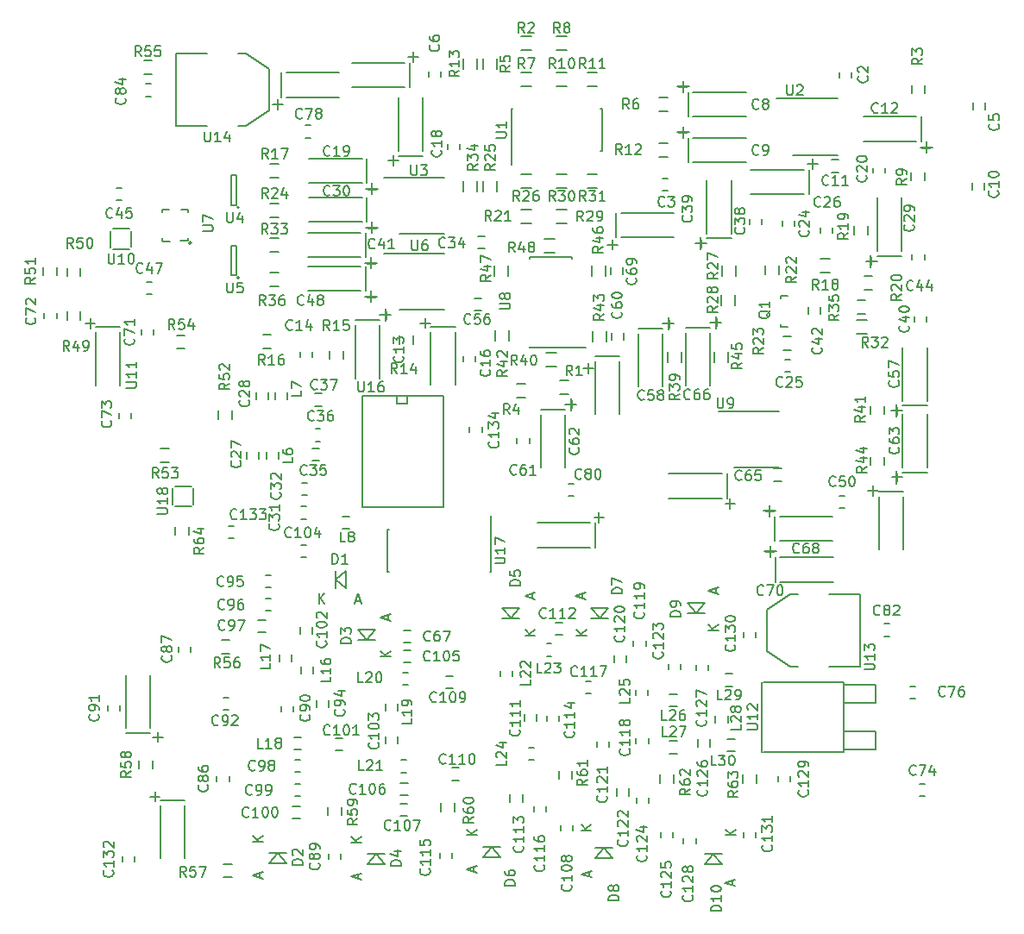
<source format=gto>
G04 #@! TF.FileFunction,Legend,Top*
%FSLAX46Y46*%
G04 Gerber Fmt 4.6, Leading zero omitted, Abs format (unit mm)*
G04 Created by KiCad (PCBNEW 4.0.3+e1-6302~38~ubuntu14.04.1-stable) date Thu Sep 29 11:28:22 2016*
%MOMM*%
%LPD*%
G01*
G04 APERTURE LIST*
%ADD10C,0.100000*%
%ADD11C,0.150000*%
G04 APERTURE END LIST*
D10*
D11*
X129630000Y-90990000D02*
X130130000Y-90990000D01*
X130130000Y-92190000D02*
X129630000Y-92190000D01*
X94400000Y-68775000D02*
X93600000Y-68775000D01*
X93600000Y-67425000D02*
X94400000Y-67425000D01*
X98975000Y-63900000D02*
X98975000Y-63875000D01*
X94825000Y-63900000D02*
X94825000Y-63785000D01*
X94825000Y-55000000D02*
X94825000Y-55115000D01*
X98975000Y-55000000D02*
X98975000Y-55115000D01*
X98975000Y-63900000D02*
X94825000Y-63900000D01*
X98975000Y-55000000D02*
X94825000Y-55000000D01*
X98975000Y-63875000D02*
X100350000Y-63875000D01*
X102900000Y-63100000D02*
X102900000Y-62400000D01*
X104100000Y-62400000D02*
X104100000Y-63100000D01*
X133848880Y-69075960D02*
X133848880Y-63874040D01*
X131451120Y-63874040D02*
X131451120Y-69075960D01*
X130351300Y-70074180D02*
X131451120Y-70074180D01*
X130851680Y-70673620D02*
X130851680Y-69474740D01*
X131451120Y-69571260D02*
X133848880Y-69571260D01*
X138310000Y-48400000D02*
X138310000Y-47700000D01*
X139510000Y-47700000D02*
X139510000Y-48400000D01*
X124450000Y-45440000D02*
X125150000Y-45440000D01*
X125150000Y-46640000D02*
X124450000Y-46640000D01*
X72320000Y-64820000D02*
X72320000Y-64320000D01*
X73520000Y-64320000D02*
X73520000Y-64820000D01*
X128570000Y-46710000D02*
X128570000Y-46210000D01*
X129770000Y-46210000D02*
X129770000Y-46710000D01*
X119920000Y-65030000D02*
X120420000Y-65030000D01*
X120420000Y-66230000D02*
X119920000Y-66230000D01*
X133600000Y-54750000D02*
X133600000Y-55250000D01*
X132400000Y-55250000D02*
X132400000Y-54750000D01*
X104000000Y-55950000D02*
X104000000Y-56650000D01*
X102800000Y-56650000D02*
X102800000Y-55950000D01*
X57930000Y-62110000D02*
X57930000Y-62610000D01*
X56730000Y-62610000D02*
X56730000Y-62110000D01*
X48430000Y-60490000D02*
X48430000Y-60990000D01*
X47230000Y-60990000D02*
X47230000Y-60490000D01*
X133150000Y-106700000D02*
X133650000Y-106700000D01*
X133650000Y-107900000D02*
X133150000Y-107900000D01*
X132220000Y-97160000D02*
X132720000Y-97160000D01*
X132720000Y-98360000D02*
X132220000Y-98360000D01*
X72860000Y-42050000D02*
X73360000Y-42050000D01*
X73360000Y-43250000D02*
X72860000Y-43250000D01*
X99150000Y-78450000D02*
X98650000Y-78450000D01*
X98650000Y-77250000D02*
X99150000Y-77250000D01*
X57690000Y-39190000D02*
X57190000Y-39190000D01*
X57190000Y-37990000D02*
X57690000Y-37990000D01*
X97860000Y-67105000D02*
X98660000Y-67105000D01*
X98660000Y-68455000D02*
X97860000Y-68455000D01*
X133675000Y-38110000D02*
X133675000Y-38910000D01*
X132325000Y-38910000D02*
X132325000Y-38110000D01*
X90325000Y-36500000D02*
X90325000Y-35500000D01*
X91675000Y-35500000D02*
X91675000Y-36500000D01*
X98500000Y-34675000D02*
X97500000Y-34675000D01*
X97500000Y-33325000D02*
X98500000Y-33325000D01*
X100500000Y-36825000D02*
X101500000Y-36825000D01*
X101500000Y-38175000D02*
X100500000Y-38175000D01*
X88325000Y-36500000D02*
X88325000Y-35500000D01*
X89675000Y-35500000D02*
X89675000Y-36500000D01*
X76545000Y-64160000D02*
X76545000Y-64960000D01*
X75195000Y-64960000D02*
X75195000Y-64160000D01*
X70200000Y-47175000D02*
X69400000Y-47175000D01*
X69400000Y-45825000D02*
X70200000Y-45825000D01*
X126715000Y-52730000D02*
X126715000Y-51930000D01*
X128065000Y-51930000D02*
X128065000Y-52730000D01*
X94000000Y-50325000D02*
X95000000Y-50325000D01*
X95000000Y-51675000D02*
X94000000Y-51675000D01*
X91675000Y-47500000D02*
X91675000Y-48500000D01*
X90325000Y-48500000D02*
X90325000Y-47500000D01*
X115035000Y-58670000D02*
X115035000Y-59670000D01*
X113685000Y-59670000D02*
X113685000Y-58670000D01*
X98500000Y-51675000D02*
X97500000Y-51675000D01*
X97500000Y-50325000D02*
X98500000Y-50325000D01*
X98500000Y-48175000D02*
X97500000Y-48175000D01*
X97500000Y-46825000D02*
X98500000Y-46825000D01*
X100500000Y-46825000D02*
X101500000Y-46825000D01*
X101500000Y-48175000D02*
X100500000Y-48175000D01*
X127930000Y-62525000D02*
X126930000Y-62525000D01*
X126930000Y-61175000D02*
X127930000Y-61175000D01*
X89675000Y-47500000D02*
X89675000Y-48500000D01*
X88325000Y-48500000D02*
X88325000Y-47500000D01*
X70200000Y-57825000D02*
X69400000Y-57825000D01*
X69400000Y-56475000D02*
X70200000Y-56475000D01*
X129675000Y-74600000D02*
X129675000Y-75400000D01*
X128325000Y-75400000D02*
X128325000Y-74600000D01*
X50785000Y-60340000D02*
X50785000Y-61140000D01*
X49435000Y-61140000D02*
X49435000Y-60340000D01*
X49435000Y-56830000D02*
X49435000Y-56030000D01*
X50785000Y-56030000D02*
X50785000Y-56830000D01*
X48465000Y-55950000D02*
X48465000Y-56750000D01*
X47115000Y-56750000D02*
X47115000Y-55950000D01*
X120650000Y-44950000D02*
X125050000Y-44950000D01*
X119075000Y-39425000D02*
X125050000Y-39425000D01*
X114950000Y-75625000D02*
X119350000Y-75625000D01*
X113375000Y-70100000D02*
X119350000Y-70100000D01*
X124234000Y-95146000D02*
X127282000Y-95146000D01*
X127282000Y-95146000D02*
X127282000Y-88034000D01*
X127282000Y-88034000D02*
X124234000Y-88034000D01*
X121186000Y-95146000D02*
X120424000Y-95146000D01*
X120424000Y-95146000D02*
X118138000Y-93622000D01*
X118138000Y-93622000D02*
X118138000Y-89558000D01*
X118138000Y-89558000D02*
X120424000Y-88034000D01*
X120424000Y-88034000D02*
X121186000Y-88034000D01*
X63156000Y-35004000D02*
X60108000Y-35004000D01*
X60108000Y-35004000D02*
X60108000Y-42116000D01*
X60108000Y-42116000D02*
X63156000Y-42116000D01*
X66204000Y-35004000D02*
X66966000Y-35004000D01*
X66966000Y-35004000D02*
X69252000Y-36528000D01*
X69252000Y-36528000D02*
X69252000Y-40592000D01*
X69252000Y-40592000D02*
X66966000Y-42116000D01*
X66966000Y-42116000D02*
X66204000Y-42116000D01*
X66350000Y-50100000D02*
G75*
G03X66350000Y-50100000I-100000J0D01*
G01*
X65600000Y-49850000D02*
X66100000Y-49850000D01*
X65600000Y-46950000D02*
X65600000Y-49850000D01*
X66100000Y-46950000D02*
X65600000Y-46950000D01*
X66100000Y-49850000D02*
X66100000Y-46950000D01*
X78400960Y-45301120D02*
X73199040Y-45301120D01*
X73199040Y-47698880D02*
X78400960Y-47698880D01*
X79399180Y-48798700D02*
X79399180Y-47698880D01*
X79998620Y-48298320D02*
X78799740Y-48298320D01*
X78896260Y-47698880D02*
X78896260Y-45301120D01*
X125250000Y-37370000D02*
X125250000Y-36870000D01*
X126450000Y-36870000D02*
X126450000Y-37370000D01*
X107930000Y-47260000D02*
X108430000Y-47260000D01*
X108430000Y-48460000D02*
X107930000Y-48460000D01*
X139550000Y-39800000D02*
X139550000Y-40500000D01*
X138350000Y-40500000D02*
X138350000Y-39800000D01*
X86130000Y-36770000D02*
X86130000Y-37270000D01*
X84930000Y-37270000D02*
X84930000Y-36770000D01*
X89500000Y-64690000D02*
X89500000Y-65190000D01*
X88300000Y-65190000D02*
X88300000Y-64690000D01*
X86800000Y-44400000D02*
X86800000Y-43900000D01*
X88000000Y-43900000D02*
X88000000Y-44400000D01*
X120830000Y-51440000D02*
X120830000Y-51940000D01*
X119630000Y-51940000D02*
X119630000Y-51440000D01*
X123370000Y-52590000D02*
X123370000Y-52090000D01*
X124570000Y-52090000D02*
X124570000Y-52590000D01*
X67100000Y-74800000D02*
X67100000Y-74100000D01*
X68300000Y-74100000D02*
X68300000Y-74800000D01*
X68020000Y-68940000D02*
X68020000Y-68240000D01*
X69220000Y-68240000D02*
X69220000Y-68940000D01*
X78400960Y-49101120D02*
X73199040Y-49101120D01*
X73199040Y-51498880D02*
X78400960Y-51498880D01*
X79399180Y-52598700D02*
X79399180Y-51498880D01*
X79998620Y-52098320D02*
X78799740Y-52098320D01*
X78896260Y-51498880D02*
X78896260Y-49101120D01*
X72450000Y-79480000D02*
X72950000Y-79480000D01*
X72950000Y-80680000D02*
X72450000Y-80680000D01*
X73020000Y-78320000D02*
X72520000Y-78320000D01*
X72520000Y-77120000D02*
X73020000Y-77120000D01*
X90450000Y-54100000D02*
X89750000Y-54100000D01*
X89750000Y-52900000D02*
X90450000Y-52900000D01*
X73490000Y-73730000D02*
X74190000Y-73730000D01*
X74190000Y-74930000D02*
X73490000Y-74930000D01*
X73820000Y-71850000D02*
X74320000Y-71850000D01*
X74320000Y-73050000D02*
X73820000Y-73050000D01*
X73770000Y-68380000D02*
X74470000Y-68380000D01*
X74470000Y-69580000D02*
X73770000Y-69580000D01*
X116460000Y-51760000D02*
X116460000Y-51260000D01*
X117660000Y-51260000D02*
X117660000Y-51760000D01*
X132620000Y-61350000D02*
X132620000Y-60850000D01*
X133820000Y-60850000D02*
X133820000Y-61350000D01*
X78300960Y-52601120D02*
X73099040Y-52601120D01*
X73099040Y-54998880D02*
X78300960Y-54998880D01*
X79299180Y-56098700D02*
X79299180Y-54998880D01*
X79898620Y-55598320D02*
X78699740Y-55598320D01*
X78796260Y-54998880D02*
X78796260Y-52601120D01*
X123430000Y-59880000D02*
X123430000Y-60580000D01*
X122230000Y-60580000D02*
X122230000Y-59880000D01*
X54810000Y-49390000D02*
X54310000Y-49390000D01*
X54310000Y-48190000D02*
X54810000Y-48190000D01*
X57270000Y-57400000D02*
X57770000Y-57400000D01*
X57770000Y-58600000D02*
X57270000Y-58600000D01*
X78300960Y-55901120D02*
X73099040Y-55901120D01*
X73099040Y-58298880D02*
X78300960Y-58298880D01*
X79299180Y-59398700D02*
X79299180Y-58298880D01*
X79898620Y-58898320D02*
X78699740Y-58898320D01*
X78796260Y-58298880D02*
X78796260Y-55901120D01*
X125770000Y-79630000D02*
X125270000Y-79630000D01*
X125270000Y-78430000D02*
X125770000Y-78430000D01*
X90150000Y-60200000D02*
X89450000Y-60200000D01*
X89450000Y-59000000D02*
X90150000Y-59000000D01*
X105501120Y-62499040D02*
X105501120Y-67700960D01*
X107898880Y-67700960D02*
X107898880Y-62499040D01*
X108998700Y-61500820D02*
X107898880Y-61500820D01*
X108498320Y-60901380D02*
X108498320Y-62100260D01*
X107898880Y-62003740D02*
X105501120Y-62003740D01*
X94825000Y-72750000D02*
X94825000Y-73250000D01*
X93625000Y-73250000D02*
X93625000Y-72750000D01*
X133873880Y-75600960D02*
X133873880Y-70399040D01*
X131476120Y-70399040D02*
X131476120Y-75600960D01*
X130376300Y-76599180D02*
X131476120Y-76599180D01*
X130876680Y-77198620D02*
X130876680Y-75999740D01*
X131476120Y-76096260D02*
X133873880Y-76096260D01*
X118850000Y-75750000D02*
X119550000Y-75750000D01*
X119550000Y-76950000D02*
X118850000Y-76950000D01*
X110151120Y-62399040D02*
X110151120Y-67600960D01*
X112548880Y-67600960D02*
X112548880Y-62399040D01*
X113648700Y-61400820D02*
X112548880Y-61400820D01*
X113148320Y-60801380D02*
X113148320Y-62000260D01*
X112548880Y-61903740D02*
X110151120Y-61903740D01*
X119399040Y-82848880D02*
X124600960Y-82848880D01*
X124600960Y-80451120D02*
X119399040Y-80451120D01*
X118400820Y-79351300D02*
X118400820Y-80451120D01*
X117801380Y-79851680D02*
X119000260Y-79851680D01*
X118903740Y-80451120D02*
X118903740Y-82848880D01*
X119449040Y-86848880D02*
X124650960Y-86848880D01*
X124650960Y-84451120D02*
X119449040Y-84451120D01*
X118450820Y-83351300D02*
X118450820Y-84451120D01*
X117851380Y-83851680D02*
X119050260Y-83851680D01*
X118953740Y-84451120D02*
X118953740Y-86848880D01*
X54530000Y-70810000D02*
X54530000Y-70310000D01*
X55730000Y-70310000D02*
X55730000Y-70810000D01*
X69050000Y-74810000D02*
X69050000Y-74110000D01*
X70250000Y-74110000D02*
X70250000Y-74810000D01*
X69890000Y-68940000D02*
X69890000Y-68240000D01*
X71090000Y-68240000D02*
X71090000Y-68940000D01*
X76500000Y-80480000D02*
X77200000Y-80480000D01*
X77200000Y-81680000D02*
X76500000Y-81680000D01*
X119499760Y-59000840D02*
X119499760Y-59049100D01*
X120200800Y-61799820D02*
X119499760Y-61799820D01*
X119499760Y-61799820D02*
X119499760Y-61550900D01*
X119499760Y-59000840D02*
X119499760Y-58800180D01*
X119499760Y-58800180D02*
X120200800Y-58800180D01*
X94000000Y-33325000D02*
X95000000Y-33325000D01*
X95000000Y-34675000D02*
X94000000Y-34675000D01*
X107600000Y-39325000D02*
X108400000Y-39325000D01*
X108400000Y-40675000D02*
X107600000Y-40675000D01*
X95000000Y-38175000D02*
X94000000Y-38175000D01*
X94000000Y-36825000D02*
X95000000Y-36825000D01*
X133665000Y-46640000D02*
X133665000Y-47440000D01*
X132315000Y-47440000D02*
X132315000Y-46640000D01*
X98500000Y-38175000D02*
X97500000Y-38175000D01*
X97500000Y-36825000D02*
X98500000Y-36825000D01*
X107600000Y-43825000D02*
X108400000Y-43825000D01*
X108400000Y-45175000D02*
X107600000Y-45175000D01*
X83395000Y-62690000D02*
X83395000Y-63490000D01*
X82045000Y-63490000D02*
X82045000Y-62690000D01*
X69500000Y-63955000D02*
X68700000Y-63955000D01*
X68700000Y-62605000D02*
X69500000Y-62605000D01*
X123350000Y-55125000D02*
X124350000Y-55125000D01*
X124350000Y-56475000D02*
X123350000Y-56475000D01*
X127680000Y-56815000D02*
X128480000Y-56815000D01*
X128480000Y-58165000D02*
X127680000Y-58165000D01*
X117985000Y-56640000D02*
X117985000Y-55840000D01*
X119335000Y-55840000D02*
X119335000Y-56640000D01*
X119730000Y-62745000D02*
X120530000Y-62745000D01*
X120530000Y-64095000D02*
X119730000Y-64095000D01*
X70200000Y-51075000D02*
X69400000Y-51075000D01*
X69400000Y-49725000D02*
X70200000Y-49725000D01*
X95000000Y-48175000D02*
X94000000Y-48175000D01*
X94000000Y-46825000D02*
X95000000Y-46825000D01*
X115055000Y-55850000D02*
X115055000Y-56850000D01*
X113705000Y-56850000D02*
X113705000Y-55850000D01*
X70200000Y-54475000D02*
X69400000Y-54475000D01*
X69400000Y-53125000D02*
X70200000Y-53125000D01*
X108375000Y-65300000D02*
X108375000Y-64300000D01*
X109725000Y-64300000D02*
X109725000Y-65300000D01*
X96450000Y-64375000D02*
X97450000Y-64375000D01*
X97450000Y-65725000D02*
X96450000Y-65725000D01*
X129675000Y-69600000D02*
X129675000Y-70400000D01*
X128325000Y-70400000D02*
X128325000Y-69600000D01*
X91475000Y-63200000D02*
X91475000Y-62200000D01*
X92825000Y-62200000D02*
X92825000Y-63200000D01*
X101025000Y-63250000D02*
X101025000Y-62250000D01*
X102375000Y-62250000D02*
X102375000Y-63250000D01*
X112975000Y-65300000D02*
X112975000Y-64300000D01*
X114325000Y-64300000D02*
X114325000Y-65300000D01*
X100925000Y-56800000D02*
X100925000Y-55800000D01*
X102275000Y-55800000D02*
X102275000Y-56800000D01*
X92775000Y-55800000D02*
X92775000Y-56800000D01*
X91425000Y-56800000D02*
X91425000Y-55800000D01*
X96300000Y-53225000D02*
X97300000Y-53225000D01*
X97300000Y-54575000D02*
X96300000Y-54575000D01*
X64315000Y-70860000D02*
X64315000Y-70060000D01*
X65665000Y-70060000D02*
X65665000Y-70860000D01*
X58640000Y-73785000D02*
X59440000Y-73785000D01*
X59440000Y-75135000D02*
X58640000Y-75135000D01*
X60200000Y-62635000D02*
X61000000Y-62635000D01*
X61000000Y-63985000D02*
X60200000Y-63985000D01*
X57780000Y-36985000D02*
X56980000Y-36985000D01*
X56980000Y-35635000D02*
X57780000Y-35635000D01*
X82100000Y-52725000D02*
X86500000Y-52725000D01*
X80525000Y-47200000D02*
X86500000Y-47200000D01*
X66350000Y-57000000D02*
G75*
G03X66350000Y-57000000I-100000J0D01*
G01*
X65600000Y-56750000D02*
X66100000Y-56750000D01*
X65600000Y-53850000D02*
X65600000Y-56750000D01*
X66100000Y-53850000D02*
X65600000Y-53850000D01*
X66100000Y-56750000D02*
X66100000Y-53850000D01*
X82100000Y-60125000D02*
X86500000Y-60125000D01*
X80525000Y-54600000D02*
X86500000Y-54600000D01*
X61657648Y-53600000D02*
G75*
G03X61657648Y-53600000I-147648J0D01*
G01*
X61310000Y-53380000D02*
X61310000Y-53140000D01*
X60600000Y-53390000D02*
X61270000Y-53390000D01*
X58780000Y-53390000D02*
X58780000Y-53150000D01*
X58860000Y-53430000D02*
X59530000Y-53430000D01*
X60640000Y-50300000D02*
X61310000Y-50300000D01*
X61330000Y-50580000D02*
X61330000Y-50340000D01*
X58790000Y-50550000D02*
X58790000Y-50310000D01*
X58790000Y-50310000D02*
X59460000Y-50310000D01*
X55760000Y-53990000D02*
X55760000Y-52390000D01*
X53980000Y-54180000D02*
X55580000Y-54180000D01*
X53950000Y-52190000D02*
X55550000Y-52190000D01*
X53700000Y-54000000D02*
X53700000Y-52400000D01*
X93050000Y-44575000D02*
X93075000Y-44575000D01*
X93050000Y-40425000D02*
X93165000Y-40425000D01*
X101950000Y-40425000D02*
X101835000Y-40425000D01*
X101950000Y-44575000D02*
X101835000Y-44575000D01*
X93050000Y-44575000D02*
X93050000Y-40425000D01*
X101950000Y-44575000D02*
X101950000Y-40425000D01*
X93075000Y-44575000D02*
X93075000Y-45950000D01*
X127830000Y-60555000D02*
X127030000Y-60555000D01*
X127030000Y-59205000D02*
X127830000Y-59205000D01*
X110899040Y-41198880D02*
X116100960Y-41198880D01*
X116100960Y-38801120D02*
X110899040Y-38801120D01*
X109900820Y-37701300D02*
X109900820Y-38801120D01*
X109301380Y-38201680D02*
X110500260Y-38201680D01*
X110403740Y-38801120D02*
X110403740Y-41198880D01*
X110899040Y-45698880D02*
X116100960Y-45698880D01*
X116100960Y-43301120D02*
X110899040Y-43301120D01*
X109900820Y-42201300D02*
X109900820Y-43301120D01*
X109301380Y-42701680D02*
X110500260Y-42701680D01*
X110403740Y-43301120D02*
X110403740Y-45698880D01*
X90170000Y-71640000D02*
X90170000Y-72140000D01*
X88970000Y-72140000D02*
X88970000Y-71640000D01*
X78433000Y-68579000D02*
X86434000Y-68579000D01*
X86434000Y-79501000D02*
X78433000Y-79501000D01*
X86434000Y-68579000D02*
X86434000Y-79501000D01*
X78433000Y-79501000D02*
X78433000Y-68579000D01*
X82878000Y-68579000D02*
X82878000Y-69341000D01*
X82878000Y-69341000D02*
X81862000Y-69341000D01*
X81862000Y-69341000D02*
X81862000Y-68579000D01*
X125656000Y-98743000D02*
X128831000Y-98743000D01*
X128831000Y-98743000D02*
X128831000Y-96965000D01*
X128831000Y-96965000D02*
X125656000Y-96965000D01*
X125656000Y-103315000D02*
X128831000Y-103315000D01*
X128831000Y-103315000D02*
X128831000Y-101537000D01*
X128831000Y-101537000D02*
X125656000Y-101537000D01*
X119560000Y-96711000D02*
X125656000Y-96711000D01*
X125656000Y-96711000D02*
X125656000Y-103569000D01*
X125656000Y-103569000D02*
X117782000Y-103569000D01*
X117655000Y-103569000D02*
X117655000Y-96711000D01*
X117782000Y-96711000D02*
X119560000Y-96711000D01*
X64160000Y-106420000D02*
X64160000Y-105920000D01*
X65360000Y-105920000D02*
X65360000Y-106420000D01*
X61570000Y-93270000D02*
X61570000Y-93770000D01*
X60370000Y-93770000D02*
X60370000Y-93270000D01*
X75090000Y-114080000D02*
X75090000Y-113580000D01*
X76290000Y-113580000D02*
X76290000Y-114080000D01*
X70450000Y-99600000D02*
X70450000Y-99100000D01*
X71650000Y-99100000D02*
X71650000Y-99600000D01*
X53440000Y-99490000D02*
X53440000Y-98990000D01*
X54640000Y-98990000D02*
X54640000Y-99490000D01*
X73970000Y-99150000D02*
X73970000Y-98450000D01*
X75170000Y-98450000D02*
X75170000Y-99150000D01*
X69490000Y-87410000D02*
X68990000Y-87410000D01*
X68990000Y-86210000D02*
X69490000Y-86210000D01*
X69490000Y-89660000D02*
X68990000Y-89660000D01*
X68990000Y-88460000D02*
X69490000Y-88460000D01*
X68910000Y-91780000D02*
X68210000Y-91780000D01*
X68210000Y-90580000D02*
X68910000Y-90580000D01*
X71850000Y-104340000D02*
X72350000Y-104340000D01*
X72350000Y-105540000D02*
X71850000Y-105540000D01*
X71810000Y-106720000D02*
X72310000Y-106720000D01*
X72310000Y-107920000D02*
X71810000Y-107920000D01*
X71600000Y-108920000D02*
X72300000Y-108920000D01*
X72300000Y-110120000D02*
X71600000Y-110120000D01*
X75810000Y-102230000D02*
X76510000Y-102230000D01*
X76510000Y-103430000D02*
X75810000Y-103430000D01*
X72340000Y-91990000D02*
X72340000Y-91290000D01*
X73540000Y-91290000D02*
X73540000Y-91990000D01*
X80680000Y-102720000D02*
X80680000Y-102020000D01*
X81880000Y-102020000D02*
X81880000Y-102720000D01*
X82490000Y-93540000D02*
X83190000Y-93540000D01*
X83190000Y-94740000D02*
X82490000Y-94740000D01*
X82180000Y-106610000D02*
X82880000Y-106610000D01*
X82880000Y-107810000D02*
X82180000Y-107810000D01*
X82170000Y-108630000D02*
X82870000Y-108630000D01*
X82870000Y-109830000D02*
X82170000Y-109830000D01*
X97930000Y-111240000D02*
X97930000Y-110740000D01*
X99130000Y-110740000D02*
X99130000Y-111240000D01*
X86620000Y-96080000D02*
X87320000Y-96080000D01*
X87320000Y-97280000D02*
X86620000Y-97280000D01*
X87240000Y-105130000D02*
X87940000Y-105130000D01*
X87940000Y-106330000D02*
X87240000Y-106330000D01*
X94310000Y-100510000D02*
X94310000Y-99810000D01*
X95510000Y-99810000D02*
X95510000Y-100510000D01*
X97360000Y-90880000D02*
X98060000Y-90880000D01*
X98060000Y-92080000D02*
X97360000Y-92080000D01*
X94140000Y-107740000D02*
X94140000Y-108440000D01*
X92940000Y-108440000D02*
X92940000Y-107740000D01*
X96560000Y-100490000D02*
X96560000Y-99990000D01*
X97760000Y-99990000D02*
X97760000Y-100490000D01*
X96460000Y-108910000D02*
X96460000Y-109410000D01*
X95260000Y-109410000D02*
X95260000Y-108910000D01*
X100380000Y-96620000D02*
X100880000Y-96620000D01*
X100880000Y-97820000D02*
X100380000Y-97820000D01*
X105310000Y-102740000D02*
X105310000Y-102240000D01*
X106510000Y-102240000D02*
X106510000Y-102740000D01*
X105050000Y-93140000D02*
X105050000Y-92640000D01*
X106250000Y-92640000D02*
X106250000Y-93140000D01*
X103170000Y-94800000D02*
X103170000Y-94100000D01*
X104370000Y-94100000D02*
X104370000Y-94800000D01*
X101450000Y-103030000D02*
X101450000Y-102530000D01*
X102650000Y-102530000D02*
X102650000Y-103030000D01*
X103400000Y-107860000D02*
X103400000Y-107160000D01*
X104600000Y-107160000D02*
X104600000Y-107860000D01*
X108510000Y-95440000D02*
X108510000Y-94940000D01*
X109710000Y-94940000D02*
X109710000Y-95440000D01*
X106580000Y-108070000D02*
X106580000Y-108570000D01*
X105380000Y-108570000D02*
X105380000Y-108070000D01*
X111360000Y-103030000D02*
X111360000Y-102330000D01*
X112560000Y-102330000D02*
X112560000Y-103030000D01*
X111160000Y-95500000D02*
X111160000Y-95000000D01*
X112360000Y-95000000D02*
X112360000Y-95500000D01*
X111170000Y-112030000D02*
X111170000Y-112530000D01*
X109970000Y-112530000D02*
X109970000Y-112030000D01*
X120460000Y-105950000D02*
X120460000Y-106450000D01*
X119260000Y-106450000D02*
X119260000Y-105950000D01*
X115850000Y-92280000D02*
X115850000Y-91780000D01*
X117050000Y-91780000D02*
X117050000Y-92280000D01*
X54860000Y-114330000D02*
X54860000Y-113830000D01*
X56060000Y-113830000D02*
X56060000Y-114330000D01*
X75819760Y-86650800D02*
X76820520Y-85750000D01*
X76820520Y-85750000D02*
X76820520Y-87450000D01*
X76820520Y-87450000D02*
X75819760Y-86600000D01*
X75819760Y-85750000D02*
X75819760Y-87450000D01*
X70109200Y-113509760D02*
X71010000Y-114510520D01*
X71010000Y-114510520D02*
X69310000Y-114510520D01*
X69310000Y-114510520D02*
X70160000Y-113509760D01*
X71010000Y-113509760D02*
X69310000Y-113509760D01*
X78870800Y-92550240D02*
X77970000Y-91549480D01*
X77970000Y-91549480D02*
X79670000Y-91549480D01*
X79670000Y-91549480D02*
X78820000Y-92550240D01*
X77970000Y-92550240D02*
X79670000Y-92550240D01*
X79769200Y-113599760D02*
X80670000Y-114600520D01*
X80670000Y-114600520D02*
X78970000Y-114600520D01*
X78970000Y-114600520D02*
X79820000Y-113599760D01*
X80670000Y-113599760D02*
X78970000Y-113599760D01*
X93050800Y-90470240D02*
X92150000Y-89469480D01*
X92150000Y-89469480D02*
X93850000Y-89469480D01*
X93850000Y-89469480D02*
X93000000Y-90470240D01*
X92150000Y-90470240D02*
X93850000Y-90470240D01*
X91119200Y-112869760D02*
X92020000Y-113870520D01*
X92020000Y-113870520D02*
X90320000Y-113870520D01*
X90320000Y-113870520D02*
X91170000Y-112869760D01*
X92020000Y-112869760D02*
X90320000Y-112869760D01*
X101790800Y-90460240D02*
X100890000Y-89459480D01*
X100890000Y-89459480D02*
X102590000Y-89459480D01*
X102590000Y-89459480D02*
X101740000Y-90460240D01*
X100890000Y-90460240D02*
X102590000Y-90460240D01*
X102099200Y-112949760D02*
X103000000Y-113950520D01*
X103000000Y-113950520D02*
X101300000Y-113950520D01*
X101300000Y-113950520D02*
X102150000Y-112949760D01*
X103000000Y-112949760D02*
X101300000Y-112949760D01*
X111220800Y-89920240D02*
X110320000Y-88919480D01*
X110320000Y-88919480D02*
X112020000Y-88919480D01*
X112020000Y-88919480D02*
X111170000Y-89920240D01*
X110320000Y-89920240D02*
X112020000Y-89920240D01*
X112829200Y-113599760D02*
X113730000Y-114600520D01*
X113730000Y-114600520D02*
X112030000Y-114600520D01*
X112030000Y-114600520D02*
X112880000Y-113599760D01*
X113730000Y-113599760D02*
X112030000Y-113599760D01*
X73580000Y-95200000D02*
X73580000Y-95900000D01*
X72380000Y-95900000D02*
X72380000Y-95200000D01*
X71500000Y-94020000D02*
X71500000Y-94720000D01*
X70300000Y-94720000D02*
X70300000Y-94020000D01*
X72460000Y-103340000D02*
X71760000Y-103340000D01*
X71760000Y-102140000D02*
X72460000Y-102140000D01*
X81910000Y-98840000D02*
X81910000Y-99540000D01*
X80710000Y-99540000D02*
X80710000Y-98840000D01*
X82950000Y-96940000D02*
X82450000Y-96940000D01*
X82450000Y-95740000D02*
X82950000Y-95740000D01*
X82770000Y-105570000D02*
X82270000Y-105570000D01*
X82270000Y-104370000D02*
X82770000Y-104370000D01*
X93190000Y-95580000D02*
X93190000Y-96080000D01*
X91990000Y-96080000D02*
X91990000Y-95580000D01*
X97010000Y-94140000D02*
X96510000Y-94140000D01*
X96510000Y-92940000D02*
X97010000Y-92940000D01*
X95270000Y-104350000D02*
X94770000Y-104350000D01*
X94770000Y-103150000D02*
X95270000Y-103150000D01*
X106500000Y-97500000D02*
X106500000Y-98000000D01*
X105300000Y-98000000D02*
X105300000Y-97500000D01*
X109300000Y-99120000D02*
X108600000Y-99120000D01*
X108600000Y-97920000D02*
X109300000Y-97920000D01*
X109300000Y-103700000D02*
X108600000Y-103700000D01*
X108600000Y-102500000D02*
X109300000Y-102500000D01*
X114290000Y-100010000D02*
X114290000Y-100710000D01*
X113090000Y-100710000D02*
X113090000Y-100010000D01*
X114760000Y-97100000D02*
X114060000Y-97100000D01*
X114060000Y-95900000D02*
X114760000Y-95900000D01*
X114980000Y-103520000D02*
X114280000Y-103520000D01*
X114280000Y-102320000D02*
X114980000Y-102320000D01*
X65420000Y-93885000D02*
X64620000Y-93885000D01*
X64620000Y-92535000D02*
X65420000Y-92535000D01*
X65630000Y-115885000D02*
X64830000Y-115885000D01*
X64830000Y-114535000D02*
X65630000Y-114535000D01*
X76425000Y-108960000D02*
X76425000Y-109760000D01*
X75075000Y-109760000D02*
X75075000Y-108960000D01*
X87515000Y-108590000D02*
X87515000Y-109390000D01*
X86165000Y-109390000D02*
X86165000Y-108590000D01*
X99045000Y-105400000D02*
X99045000Y-106200000D01*
X97695000Y-106200000D02*
X97695000Y-105400000D01*
X108975000Y-105800000D02*
X108975000Y-106600000D01*
X107625000Y-106600000D02*
X107625000Y-105800000D01*
X117125000Y-105800000D02*
X117125000Y-106600000D01*
X115775000Y-106600000D02*
X115775000Y-105800000D01*
X82490000Y-91610000D02*
X83190000Y-91610000D01*
X83190000Y-92810000D02*
X82490000Y-92810000D01*
X72950000Y-84420000D02*
X72450000Y-84420000D01*
X72450000Y-83220000D02*
X72950000Y-83220000D01*
X91065000Y-81745000D02*
X91040000Y-81745000D01*
X91065000Y-85895000D02*
X90960000Y-85895000D01*
X80915000Y-85895000D02*
X81020000Y-85895000D01*
X80915000Y-81745000D02*
X81020000Y-81745000D01*
X91065000Y-81745000D02*
X91065000Y-85895000D01*
X80915000Y-81745000D02*
X80915000Y-85895000D01*
X91040000Y-81745000D02*
X91040000Y-80370000D01*
X86040000Y-113980000D02*
X86040000Y-113480000D01*
X87240000Y-113480000D02*
X87240000Y-113980000D01*
X107720000Y-111920000D02*
X107720000Y-111420000D01*
X108920000Y-111420000D02*
X108920000Y-111920000D01*
X115830000Y-111920000D02*
X115830000Y-111420000D01*
X117030000Y-111420000D02*
X117030000Y-111920000D01*
X64770000Y-98260000D02*
X65270000Y-98260000D01*
X65270000Y-99460000D02*
X64770000Y-99460000D01*
X57855000Y-104410000D02*
X57855000Y-105210000D01*
X56505000Y-105210000D02*
X56505000Y-104410000D01*
X65310000Y-81360000D02*
X65810000Y-81360000D01*
X65810000Y-82560000D02*
X65310000Y-82560000D01*
X61435000Y-81450000D02*
X61435000Y-82250000D01*
X60085000Y-82250000D02*
X60085000Y-81450000D01*
X61860000Y-79280000D02*
X61860000Y-77680000D01*
X60080000Y-79470000D02*
X61680000Y-79470000D01*
X60050000Y-77480000D02*
X61650000Y-77480000D01*
X59800000Y-79290000D02*
X59800000Y-77690000D01*
X132790960Y-41191120D02*
X127589040Y-41191120D01*
X127589040Y-43588880D02*
X132790960Y-43588880D01*
X133789180Y-44688700D02*
X133789180Y-43588880D01*
X134388620Y-44188320D02*
X133189740Y-44188320D01*
X133286260Y-43588880D02*
X133286260Y-41191120D01*
X131338880Y-54370960D02*
X131338880Y-49169040D01*
X128941120Y-49169040D02*
X128941120Y-54370960D01*
X127841300Y-55369180D02*
X128941120Y-55369180D01*
X128341680Y-55968620D02*
X128341680Y-54769740D01*
X128941120Y-54866260D02*
X131338880Y-54866260D01*
X129151120Y-78013740D02*
X131548880Y-78013740D01*
X131548880Y-83710960D02*
X131548880Y-78509040D01*
X129151120Y-83710960D02*
X129151120Y-78509040D01*
X101271120Y-64713740D02*
X103668880Y-64713740D01*
X103668880Y-70410960D02*
X103668880Y-65209040D01*
X101271120Y-70410960D02*
X101271120Y-65209040D01*
X114226260Y-76261120D02*
X114226260Y-78658880D01*
X108529040Y-78658880D02*
X113730960Y-78658880D01*
X108529040Y-76261120D02*
X113730960Y-76261120D01*
X57638880Y-101726260D02*
X55241120Y-101726260D01*
X55241120Y-96029040D02*
X55241120Y-101230960D01*
X57638880Y-96029040D02*
X57638880Y-101230960D01*
X58621120Y-108303740D02*
X61018880Y-108303740D01*
X61018880Y-114000960D02*
X61018880Y-108799040D01*
X58621120Y-114000960D02*
X58621120Y-108799040D01*
X83086260Y-35901120D02*
X83086260Y-38298880D01*
X77389040Y-38298880D02*
X82590960Y-38298880D01*
X77389040Y-35901120D02*
X82590960Y-35901120D01*
X84388880Y-45036260D02*
X81991120Y-45036260D01*
X81991120Y-39339040D02*
X81991120Y-44540960D01*
X84388880Y-39339040D02*
X84388880Y-44540960D01*
X114648880Y-52650960D02*
X114648880Y-47449040D01*
X112251120Y-47449040D02*
X112251120Y-52650960D01*
X111151300Y-53649180D02*
X112251120Y-53649180D01*
X111651680Y-54248620D02*
X111651680Y-53049740D01*
X112251120Y-53146260D02*
X114648880Y-53146260D01*
X52281120Y-61853740D02*
X54678880Y-61853740D01*
X54678880Y-67550960D02*
X54678880Y-62349040D01*
X52281120Y-67550960D02*
X52281120Y-62349040D01*
X70473740Y-39278880D02*
X70473740Y-36881120D01*
X76170960Y-36881120D02*
X70969040Y-36881120D01*
X76170960Y-39278880D02*
X70969040Y-39278880D01*
X101306260Y-81081120D02*
X101306260Y-83478880D01*
X95609040Y-83478880D02*
X100810960Y-83478880D01*
X95609040Y-81081120D02*
X100810960Y-81081120D01*
X103329740Y-53014880D02*
X103329740Y-50617120D01*
X109026960Y-50617120D02*
X103825040Y-50617120D01*
X109026960Y-53014880D02*
X103825040Y-53014880D01*
X77731120Y-61669040D02*
X77731120Y-66870960D01*
X80128880Y-66870960D02*
X80128880Y-61669040D01*
X81228700Y-60670820D02*
X80128880Y-60670820D01*
X80728320Y-60071380D02*
X80728320Y-61270260D01*
X80128880Y-61173740D02*
X77731120Y-61173740D01*
X85161120Y-61823740D02*
X87558880Y-61823740D01*
X87558880Y-67520960D02*
X87558880Y-62319040D01*
X85161120Y-67520960D02*
X85161120Y-62319040D01*
X122256260Y-46391120D02*
X122256260Y-48788880D01*
X116559040Y-48788880D02*
X121760960Y-48788880D01*
X116559040Y-46391120D02*
X121760960Y-46391120D01*
X95951120Y-70429040D02*
X95951120Y-75630960D01*
X98348880Y-75630960D02*
X98348880Y-70429040D01*
X99448700Y-69430820D02*
X98348880Y-69430820D01*
X98948320Y-68831380D02*
X98948320Y-70030260D01*
X98348880Y-69933740D02*
X95951120Y-69933740D01*
X129237143Y-90047143D02*
X129189524Y-90094762D01*
X129046667Y-90142381D01*
X128951429Y-90142381D01*
X128808571Y-90094762D01*
X128713333Y-89999524D01*
X128665714Y-89904286D01*
X128618095Y-89713810D01*
X128618095Y-89570952D01*
X128665714Y-89380476D01*
X128713333Y-89285238D01*
X128808571Y-89190000D01*
X128951429Y-89142381D01*
X129046667Y-89142381D01*
X129189524Y-89190000D01*
X129237143Y-89237619D01*
X129808571Y-89570952D02*
X129713333Y-89523333D01*
X129665714Y-89475714D01*
X129618095Y-89380476D01*
X129618095Y-89332857D01*
X129665714Y-89237619D01*
X129713333Y-89190000D01*
X129808571Y-89142381D01*
X129999048Y-89142381D01*
X130094286Y-89190000D01*
X130141905Y-89237619D01*
X130189524Y-89332857D01*
X130189524Y-89380476D01*
X130141905Y-89475714D01*
X130094286Y-89523333D01*
X129999048Y-89570952D01*
X129808571Y-89570952D01*
X129713333Y-89618571D01*
X129665714Y-89666190D01*
X129618095Y-89761429D01*
X129618095Y-89951905D01*
X129665714Y-90047143D01*
X129713333Y-90094762D01*
X129808571Y-90142381D01*
X129999048Y-90142381D01*
X130094286Y-90094762D01*
X130141905Y-90047143D01*
X130189524Y-89951905D01*
X130189524Y-89761429D01*
X130141905Y-89666190D01*
X130094286Y-89618571D01*
X129999048Y-89570952D01*
X130570476Y-89237619D02*
X130618095Y-89190000D01*
X130713333Y-89142381D01*
X130951429Y-89142381D01*
X131046667Y-89190000D01*
X131094286Y-89237619D01*
X131141905Y-89332857D01*
X131141905Y-89428095D01*
X131094286Y-89570952D01*
X130522857Y-90142381D01*
X131141905Y-90142381D01*
X92883334Y-70392381D02*
X92550000Y-69916190D01*
X92311905Y-70392381D02*
X92311905Y-69392381D01*
X92692858Y-69392381D01*
X92788096Y-69440000D01*
X92835715Y-69487619D01*
X92883334Y-69582857D01*
X92883334Y-69725714D01*
X92835715Y-69820952D01*
X92788096Y-69868571D01*
X92692858Y-69916190D01*
X92311905Y-69916190D01*
X93740477Y-69725714D02*
X93740477Y-70392381D01*
X93502381Y-69344762D02*
X93264286Y-70059048D01*
X93883334Y-70059048D01*
X91932381Y-60091905D02*
X92741905Y-60091905D01*
X92837143Y-60044286D01*
X92884762Y-59996667D01*
X92932381Y-59901429D01*
X92932381Y-59710952D01*
X92884762Y-59615714D01*
X92837143Y-59568095D01*
X92741905Y-59520476D01*
X91932381Y-59520476D01*
X92360952Y-58901429D02*
X92313333Y-58996667D01*
X92265714Y-59044286D01*
X92170476Y-59091905D01*
X92122857Y-59091905D01*
X92027619Y-59044286D01*
X91980000Y-58996667D01*
X91932381Y-58901429D01*
X91932381Y-58710952D01*
X91980000Y-58615714D01*
X92027619Y-58568095D01*
X92122857Y-58520476D01*
X92170476Y-58520476D01*
X92265714Y-58568095D01*
X92313333Y-58615714D01*
X92360952Y-58710952D01*
X92360952Y-58901429D01*
X92408571Y-58996667D01*
X92456190Y-59044286D01*
X92551429Y-59091905D01*
X92741905Y-59091905D01*
X92837143Y-59044286D01*
X92884762Y-58996667D01*
X92932381Y-58901429D01*
X92932381Y-58710952D01*
X92884762Y-58615714D01*
X92837143Y-58568095D01*
X92741905Y-58520476D01*
X92551429Y-58520476D01*
X92456190Y-58568095D01*
X92408571Y-58615714D01*
X92360952Y-58710952D01*
X103807143Y-60367857D02*
X103854762Y-60415476D01*
X103902381Y-60558333D01*
X103902381Y-60653571D01*
X103854762Y-60796429D01*
X103759524Y-60891667D01*
X103664286Y-60939286D01*
X103473810Y-60986905D01*
X103330952Y-60986905D01*
X103140476Y-60939286D01*
X103045238Y-60891667D01*
X102950000Y-60796429D01*
X102902381Y-60653571D01*
X102902381Y-60558333D01*
X102950000Y-60415476D01*
X102997619Y-60367857D01*
X102902381Y-59510714D02*
X102902381Y-59701191D01*
X102950000Y-59796429D01*
X102997619Y-59844048D01*
X103140476Y-59939286D01*
X103330952Y-59986905D01*
X103711905Y-59986905D01*
X103807143Y-59939286D01*
X103854762Y-59891667D01*
X103902381Y-59796429D01*
X103902381Y-59605952D01*
X103854762Y-59510714D01*
X103807143Y-59463095D01*
X103711905Y-59415476D01*
X103473810Y-59415476D01*
X103378571Y-59463095D01*
X103330952Y-59510714D01*
X103283333Y-59605952D01*
X103283333Y-59796429D01*
X103330952Y-59891667D01*
X103378571Y-59939286D01*
X103473810Y-59986905D01*
X102902381Y-58796429D02*
X102902381Y-58701190D01*
X102950000Y-58605952D01*
X102997619Y-58558333D01*
X103092857Y-58510714D01*
X103283333Y-58463095D01*
X103521429Y-58463095D01*
X103711905Y-58510714D01*
X103807143Y-58558333D01*
X103854762Y-58605952D01*
X103902381Y-58701190D01*
X103902381Y-58796429D01*
X103854762Y-58891667D01*
X103807143Y-58939286D01*
X103711905Y-58986905D01*
X103521429Y-59034524D01*
X103283333Y-59034524D01*
X103092857Y-58986905D01*
X102997619Y-58939286D01*
X102950000Y-58891667D01*
X102902381Y-58796429D01*
X131007143Y-67117857D02*
X131054762Y-67165476D01*
X131102381Y-67308333D01*
X131102381Y-67403571D01*
X131054762Y-67546429D01*
X130959524Y-67641667D01*
X130864286Y-67689286D01*
X130673810Y-67736905D01*
X130530952Y-67736905D01*
X130340476Y-67689286D01*
X130245238Y-67641667D01*
X130150000Y-67546429D01*
X130102381Y-67403571D01*
X130102381Y-67308333D01*
X130150000Y-67165476D01*
X130197619Y-67117857D01*
X130102381Y-66213095D02*
X130102381Y-66689286D01*
X130578571Y-66736905D01*
X130530952Y-66689286D01*
X130483333Y-66594048D01*
X130483333Y-66355952D01*
X130530952Y-66260714D01*
X130578571Y-66213095D01*
X130673810Y-66165476D01*
X130911905Y-66165476D01*
X131007143Y-66213095D01*
X131054762Y-66260714D01*
X131102381Y-66355952D01*
X131102381Y-66594048D01*
X131054762Y-66689286D01*
X131007143Y-66736905D01*
X130102381Y-65832143D02*
X130102381Y-65165476D01*
X131102381Y-65594048D01*
X130920569Y-70455132D02*
X130920569Y-69693227D01*
X131301521Y-70074179D02*
X130539616Y-70074179D01*
X140787143Y-48472857D02*
X140834762Y-48520476D01*
X140882381Y-48663333D01*
X140882381Y-48758571D01*
X140834762Y-48901429D01*
X140739524Y-48996667D01*
X140644286Y-49044286D01*
X140453810Y-49091905D01*
X140310952Y-49091905D01*
X140120476Y-49044286D01*
X140025238Y-48996667D01*
X139930000Y-48901429D01*
X139882381Y-48758571D01*
X139882381Y-48663333D01*
X139930000Y-48520476D01*
X139977619Y-48472857D01*
X140882381Y-47520476D02*
X140882381Y-48091905D01*
X140882381Y-47806191D02*
X139882381Y-47806191D01*
X140025238Y-47901429D01*
X140120476Y-47996667D01*
X140168095Y-48091905D01*
X139882381Y-46901429D02*
X139882381Y-46806190D01*
X139930000Y-46710952D01*
X139977619Y-46663333D01*
X140072857Y-46615714D01*
X140263333Y-46568095D01*
X140501429Y-46568095D01*
X140691905Y-46615714D01*
X140787143Y-46663333D01*
X140834762Y-46710952D01*
X140882381Y-46806190D01*
X140882381Y-46901429D01*
X140834762Y-46996667D01*
X140787143Y-47044286D01*
X140691905Y-47091905D01*
X140501429Y-47139524D01*
X140263333Y-47139524D01*
X140072857Y-47091905D01*
X139977619Y-47044286D01*
X139930000Y-46996667D01*
X139882381Y-46901429D01*
X124187143Y-47837143D02*
X124139524Y-47884762D01*
X123996667Y-47932381D01*
X123901429Y-47932381D01*
X123758571Y-47884762D01*
X123663333Y-47789524D01*
X123615714Y-47694286D01*
X123568095Y-47503810D01*
X123568095Y-47360952D01*
X123615714Y-47170476D01*
X123663333Y-47075238D01*
X123758571Y-46980000D01*
X123901429Y-46932381D01*
X123996667Y-46932381D01*
X124139524Y-46980000D01*
X124187143Y-47027619D01*
X125139524Y-47932381D02*
X124568095Y-47932381D01*
X124853809Y-47932381D02*
X124853809Y-46932381D01*
X124758571Y-47075238D01*
X124663333Y-47170476D01*
X124568095Y-47218095D01*
X126091905Y-47932381D02*
X125520476Y-47932381D01*
X125806190Y-47932381D02*
X125806190Y-46932381D01*
X125710952Y-47075238D01*
X125615714Y-47170476D01*
X125520476Y-47218095D01*
X71557143Y-62047143D02*
X71509524Y-62094762D01*
X71366667Y-62142381D01*
X71271429Y-62142381D01*
X71128571Y-62094762D01*
X71033333Y-61999524D01*
X70985714Y-61904286D01*
X70938095Y-61713810D01*
X70938095Y-61570952D01*
X70985714Y-61380476D01*
X71033333Y-61285238D01*
X71128571Y-61190000D01*
X71271429Y-61142381D01*
X71366667Y-61142381D01*
X71509524Y-61190000D01*
X71557143Y-61237619D01*
X72509524Y-62142381D02*
X71938095Y-62142381D01*
X72223809Y-62142381D02*
X72223809Y-61142381D01*
X72128571Y-61285238D01*
X72033333Y-61380476D01*
X71938095Y-61428095D01*
X73366667Y-61475714D02*
X73366667Y-62142381D01*
X73128571Y-61094762D02*
X72890476Y-61809048D01*
X73509524Y-61809048D01*
X127847143Y-46962857D02*
X127894762Y-47010476D01*
X127942381Y-47153333D01*
X127942381Y-47248571D01*
X127894762Y-47391429D01*
X127799524Y-47486667D01*
X127704286Y-47534286D01*
X127513810Y-47581905D01*
X127370952Y-47581905D01*
X127180476Y-47534286D01*
X127085238Y-47486667D01*
X126990000Y-47391429D01*
X126942381Y-47248571D01*
X126942381Y-47153333D01*
X126990000Y-47010476D01*
X127037619Y-46962857D01*
X127037619Y-46581905D02*
X126990000Y-46534286D01*
X126942381Y-46439048D01*
X126942381Y-46200952D01*
X126990000Y-46105714D01*
X127037619Y-46058095D01*
X127132857Y-46010476D01*
X127228095Y-46010476D01*
X127370952Y-46058095D01*
X127942381Y-46629524D01*
X127942381Y-46010476D01*
X126942381Y-45391429D02*
X126942381Y-45296190D01*
X126990000Y-45200952D01*
X127037619Y-45153333D01*
X127132857Y-45105714D01*
X127323333Y-45058095D01*
X127561429Y-45058095D01*
X127751905Y-45105714D01*
X127847143Y-45153333D01*
X127894762Y-45200952D01*
X127942381Y-45296190D01*
X127942381Y-45391429D01*
X127894762Y-45486667D01*
X127847143Y-45534286D01*
X127751905Y-45581905D01*
X127561429Y-45629524D01*
X127323333Y-45629524D01*
X127132857Y-45581905D01*
X127037619Y-45534286D01*
X126990000Y-45486667D01*
X126942381Y-45391429D01*
X119667143Y-67637143D02*
X119619524Y-67684762D01*
X119476667Y-67732381D01*
X119381429Y-67732381D01*
X119238571Y-67684762D01*
X119143333Y-67589524D01*
X119095714Y-67494286D01*
X119048095Y-67303810D01*
X119048095Y-67160952D01*
X119095714Y-66970476D01*
X119143333Y-66875238D01*
X119238571Y-66780000D01*
X119381429Y-66732381D01*
X119476667Y-66732381D01*
X119619524Y-66780000D01*
X119667143Y-66827619D01*
X120048095Y-66827619D02*
X120095714Y-66780000D01*
X120190952Y-66732381D01*
X120429048Y-66732381D01*
X120524286Y-66780000D01*
X120571905Y-66827619D01*
X120619524Y-66922857D01*
X120619524Y-67018095D01*
X120571905Y-67160952D01*
X120000476Y-67732381D01*
X120619524Y-67732381D01*
X121524286Y-66732381D02*
X121048095Y-66732381D01*
X121000476Y-67208571D01*
X121048095Y-67160952D01*
X121143333Y-67113333D01*
X121381429Y-67113333D01*
X121476667Y-67160952D01*
X121524286Y-67208571D01*
X121571905Y-67303810D01*
X121571905Y-67541905D01*
X121524286Y-67637143D01*
X121476667Y-67684762D01*
X121381429Y-67732381D01*
X121143333Y-67732381D01*
X121048095Y-67684762D01*
X121000476Y-67637143D01*
X132477143Y-58157143D02*
X132429524Y-58204762D01*
X132286667Y-58252381D01*
X132191429Y-58252381D01*
X132048571Y-58204762D01*
X131953333Y-58109524D01*
X131905714Y-58014286D01*
X131858095Y-57823810D01*
X131858095Y-57680952D01*
X131905714Y-57490476D01*
X131953333Y-57395238D01*
X132048571Y-57300000D01*
X132191429Y-57252381D01*
X132286667Y-57252381D01*
X132429524Y-57300000D01*
X132477143Y-57347619D01*
X133334286Y-57585714D02*
X133334286Y-58252381D01*
X133096190Y-57204762D02*
X132858095Y-57919048D01*
X133477143Y-57919048D01*
X134286667Y-57585714D02*
X134286667Y-58252381D01*
X134048571Y-57204762D02*
X133810476Y-57919048D01*
X134429524Y-57919048D01*
X105259143Y-57030857D02*
X105306762Y-57078476D01*
X105354381Y-57221333D01*
X105354381Y-57316571D01*
X105306762Y-57459429D01*
X105211524Y-57554667D01*
X105116286Y-57602286D01*
X104925810Y-57649905D01*
X104782952Y-57649905D01*
X104592476Y-57602286D01*
X104497238Y-57554667D01*
X104402000Y-57459429D01*
X104354381Y-57316571D01*
X104354381Y-57221333D01*
X104402000Y-57078476D01*
X104449619Y-57030857D01*
X104354381Y-56173714D02*
X104354381Y-56364191D01*
X104402000Y-56459429D01*
X104449619Y-56507048D01*
X104592476Y-56602286D01*
X104782952Y-56649905D01*
X105163905Y-56649905D01*
X105259143Y-56602286D01*
X105306762Y-56554667D01*
X105354381Y-56459429D01*
X105354381Y-56268952D01*
X105306762Y-56173714D01*
X105259143Y-56126095D01*
X105163905Y-56078476D01*
X104925810Y-56078476D01*
X104830571Y-56126095D01*
X104782952Y-56173714D01*
X104735333Y-56268952D01*
X104735333Y-56459429D01*
X104782952Y-56554667D01*
X104830571Y-56602286D01*
X104925810Y-56649905D01*
X105354381Y-55602286D02*
X105354381Y-55411810D01*
X105306762Y-55316571D01*
X105259143Y-55268952D01*
X105116286Y-55173714D01*
X104925810Y-55126095D01*
X104544857Y-55126095D01*
X104449619Y-55173714D01*
X104402000Y-55221333D01*
X104354381Y-55316571D01*
X104354381Y-55507048D01*
X104402000Y-55602286D01*
X104449619Y-55649905D01*
X104544857Y-55697524D01*
X104782952Y-55697524D01*
X104878190Y-55649905D01*
X104925810Y-55602286D01*
X104973429Y-55507048D01*
X104973429Y-55316571D01*
X104925810Y-55221333D01*
X104878190Y-55173714D01*
X104782952Y-55126095D01*
X55987143Y-62972857D02*
X56034762Y-63020476D01*
X56082381Y-63163333D01*
X56082381Y-63258571D01*
X56034762Y-63401429D01*
X55939524Y-63496667D01*
X55844286Y-63544286D01*
X55653810Y-63591905D01*
X55510952Y-63591905D01*
X55320476Y-63544286D01*
X55225238Y-63496667D01*
X55130000Y-63401429D01*
X55082381Y-63258571D01*
X55082381Y-63163333D01*
X55130000Y-63020476D01*
X55177619Y-62972857D01*
X55082381Y-62639524D02*
X55082381Y-61972857D01*
X56082381Y-62401429D01*
X56082381Y-61068095D02*
X56082381Y-61639524D01*
X56082381Y-61353810D02*
X55082381Y-61353810D01*
X55225238Y-61449048D01*
X55320476Y-61544286D01*
X55368095Y-61639524D01*
X46287143Y-60942857D02*
X46334762Y-60990476D01*
X46382381Y-61133333D01*
X46382381Y-61228571D01*
X46334762Y-61371429D01*
X46239524Y-61466667D01*
X46144286Y-61514286D01*
X45953810Y-61561905D01*
X45810952Y-61561905D01*
X45620476Y-61514286D01*
X45525238Y-61466667D01*
X45430000Y-61371429D01*
X45382381Y-61228571D01*
X45382381Y-61133333D01*
X45430000Y-60990476D01*
X45477619Y-60942857D01*
X45382381Y-60609524D02*
X45382381Y-59942857D01*
X46382381Y-60371429D01*
X45477619Y-59609524D02*
X45430000Y-59561905D01*
X45382381Y-59466667D01*
X45382381Y-59228571D01*
X45430000Y-59133333D01*
X45477619Y-59085714D01*
X45572857Y-59038095D01*
X45668095Y-59038095D01*
X45810952Y-59085714D01*
X46382381Y-59657143D01*
X46382381Y-59038095D01*
X132757143Y-105757143D02*
X132709524Y-105804762D01*
X132566667Y-105852381D01*
X132471429Y-105852381D01*
X132328571Y-105804762D01*
X132233333Y-105709524D01*
X132185714Y-105614286D01*
X132138095Y-105423810D01*
X132138095Y-105280952D01*
X132185714Y-105090476D01*
X132233333Y-104995238D01*
X132328571Y-104900000D01*
X132471429Y-104852381D01*
X132566667Y-104852381D01*
X132709524Y-104900000D01*
X132757143Y-104947619D01*
X133090476Y-104852381D02*
X133757143Y-104852381D01*
X133328571Y-105852381D01*
X134566667Y-105185714D02*
X134566667Y-105852381D01*
X134328571Y-104804762D02*
X134090476Y-105519048D01*
X134709524Y-105519048D01*
X135627143Y-98017143D02*
X135579524Y-98064762D01*
X135436667Y-98112381D01*
X135341429Y-98112381D01*
X135198571Y-98064762D01*
X135103333Y-97969524D01*
X135055714Y-97874286D01*
X135008095Y-97683810D01*
X135008095Y-97540952D01*
X135055714Y-97350476D01*
X135103333Y-97255238D01*
X135198571Y-97160000D01*
X135341429Y-97112381D01*
X135436667Y-97112381D01*
X135579524Y-97160000D01*
X135627143Y-97207619D01*
X135960476Y-97112381D02*
X136627143Y-97112381D01*
X136198571Y-98112381D01*
X137436667Y-97112381D02*
X137246190Y-97112381D01*
X137150952Y-97160000D01*
X137103333Y-97207619D01*
X137008095Y-97350476D01*
X136960476Y-97540952D01*
X136960476Y-97921905D01*
X137008095Y-98017143D01*
X137055714Y-98064762D01*
X137150952Y-98112381D01*
X137341429Y-98112381D01*
X137436667Y-98064762D01*
X137484286Y-98017143D01*
X137531905Y-97921905D01*
X137531905Y-97683810D01*
X137484286Y-97588571D01*
X137436667Y-97540952D01*
X137341429Y-97493333D01*
X137150952Y-97493333D01*
X137055714Y-97540952D01*
X137008095Y-97588571D01*
X136960476Y-97683810D01*
X72527143Y-41287143D02*
X72479524Y-41334762D01*
X72336667Y-41382381D01*
X72241429Y-41382381D01*
X72098571Y-41334762D01*
X72003333Y-41239524D01*
X71955714Y-41144286D01*
X71908095Y-40953810D01*
X71908095Y-40810952D01*
X71955714Y-40620476D01*
X72003333Y-40525238D01*
X72098571Y-40430000D01*
X72241429Y-40382381D01*
X72336667Y-40382381D01*
X72479524Y-40430000D01*
X72527143Y-40477619D01*
X72860476Y-40382381D02*
X73527143Y-40382381D01*
X73098571Y-41382381D01*
X74050952Y-40810952D02*
X73955714Y-40763333D01*
X73908095Y-40715714D01*
X73860476Y-40620476D01*
X73860476Y-40572857D01*
X73908095Y-40477619D01*
X73955714Y-40430000D01*
X74050952Y-40382381D01*
X74241429Y-40382381D01*
X74336667Y-40430000D01*
X74384286Y-40477619D01*
X74431905Y-40572857D01*
X74431905Y-40620476D01*
X74384286Y-40715714D01*
X74336667Y-40763333D01*
X74241429Y-40810952D01*
X74050952Y-40810952D01*
X73955714Y-40858571D01*
X73908095Y-40906190D01*
X73860476Y-41001429D01*
X73860476Y-41191905D01*
X73908095Y-41287143D01*
X73955714Y-41334762D01*
X74050952Y-41382381D01*
X74241429Y-41382381D01*
X74336667Y-41334762D01*
X74384286Y-41287143D01*
X74431905Y-41191905D01*
X74431905Y-41001429D01*
X74384286Y-40906190D01*
X74336667Y-40858571D01*
X74241429Y-40810952D01*
X99937143Y-76687143D02*
X99889524Y-76734762D01*
X99746667Y-76782381D01*
X99651429Y-76782381D01*
X99508571Y-76734762D01*
X99413333Y-76639524D01*
X99365714Y-76544286D01*
X99318095Y-76353810D01*
X99318095Y-76210952D01*
X99365714Y-76020476D01*
X99413333Y-75925238D01*
X99508571Y-75830000D01*
X99651429Y-75782381D01*
X99746667Y-75782381D01*
X99889524Y-75830000D01*
X99937143Y-75877619D01*
X100508571Y-76210952D02*
X100413333Y-76163333D01*
X100365714Y-76115714D01*
X100318095Y-76020476D01*
X100318095Y-75972857D01*
X100365714Y-75877619D01*
X100413333Y-75830000D01*
X100508571Y-75782381D01*
X100699048Y-75782381D01*
X100794286Y-75830000D01*
X100841905Y-75877619D01*
X100889524Y-75972857D01*
X100889524Y-76020476D01*
X100841905Y-76115714D01*
X100794286Y-76163333D01*
X100699048Y-76210952D01*
X100508571Y-76210952D01*
X100413333Y-76258571D01*
X100365714Y-76306190D01*
X100318095Y-76401429D01*
X100318095Y-76591905D01*
X100365714Y-76687143D01*
X100413333Y-76734762D01*
X100508571Y-76782381D01*
X100699048Y-76782381D01*
X100794286Y-76734762D01*
X100841905Y-76687143D01*
X100889524Y-76591905D01*
X100889524Y-76401429D01*
X100841905Y-76306190D01*
X100794286Y-76258571D01*
X100699048Y-76210952D01*
X101508571Y-75782381D02*
X101603810Y-75782381D01*
X101699048Y-75830000D01*
X101746667Y-75877619D01*
X101794286Y-75972857D01*
X101841905Y-76163333D01*
X101841905Y-76401429D01*
X101794286Y-76591905D01*
X101746667Y-76687143D01*
X101699048Y-76734762D01*
X101603810Y-76782381D01*
X101508571Y-76782381D01*
X101413333Y-76734762D01*
X101365714Y-76687143D01*
X101318095Y-76591905D01*
X101270476Y-76401429D01*
X101270476Y-76163333D01*
X101318095Y-75972857D01*
X101365714Y-75877619D01*
X101413333Y-75830000D01*
X101508571Y-75782381D01*
X55117143Y-39352857D02*
X55164762Y-39400476D01*
X55212381Y-39543333D01*
X55212381Y-39638571D01*
X55164762Y-39781429D01*
X55069524Y-39876667D01*
X54974286Y-39924286D01*
X54783810Y-39971905D01*
X54640952Y-39971905D01*
X54450476Y-39924286D01*
X54355238Y-39876667D01*
X54260000Y-39781429D01*
X54212381Y-39638571D01*
X54212381Y-39543333D01*
X54260000Y-39400476D01*
X54307619Y-39352857D01*
X54640952Y-38781429D02*
X54593333Y-38876667D01*
X54545714Y-38924286D01*
X54450476Y-38971905D01*
X54402857Y-38971905D01*
X54307619Y-38924286D01*
X54260000Y-38876667D01*
X54212381Y-38781429D01*
X54212381Y-38590952D01*
X54260000Y-38495714D01*
X54307619Y-38448095D01*
X54402857Y-38400476D01*
X54450476Y-38400476D01*
X54545714Y-38448095D01*
X54593333Y-38495714D01*
X54640952Y-38590952D01*
X54640952Y-38781429D01*
X54688571Y-38876667D01*
X54736190Y-38924286D01*
X54831429Y-38971905D01*
X55021905Y-38971905D01*
X55117143Y-38924286D01*
X55164762Y-38876667D01*
X55212381Y-38781429D01*
X55212381Y-38590952D01*
X55164762Y-38495714D01*
X55117143Y-38448095D01*
X55021905Y-38400476D01*
X54831429Y-38400476D01*
X54736190Y-38448095D01*
X54688571Y-38495714D01*
X54640952Y-38590952D01*
X54545714Y-37543333D02*
X55212381Y-37543333D01*
X54164762Y-37781429D02*
X54879048Y-38019524D01*
X54879048Y-37400476D01*
X99033334Y-66602381D02*
X98700000Y-66126190D01*
X98461905Y-66602381D02*
X98461905Y-65602381D01*
X98842858Y-65602381D01*
X98938096Y-65650000D01*
X98985715Y-65697619D01*
X99033334Y-65792857D01*
X99033334Y-65935714D01*
X98985715Y-66030952D01*
X98938096Y-66078571D01*
X98842858Y-66126190D01*
X98461905Y-66126190D01*
X99985715Y-66602381D02*
X99414286Y-66602381D01*
X99700000Y-66602381D02*
X99700000Y-65602381D01*
X99604762Y-65745238D01*
X99509524Y-65840476D01*
X99414286Y-65888095D01*
X133397381Y-35461666D02*
X132921190Y-35795000D01*
X133397381Y-36033095D02*
X132397381Y-36033095D01*
X132397381Y-35652142D01*
X132445000Y-35556904D01*
X132492619Y-35509285D01*
X132587857Y-35461666D01*
X132730714Y-35461666D01*
X132825952Y-35509285D01*
X132873571Y-35556904D01*
X132921190Y-35652142D01*
X132921190Y-36033095D01*
X132397381Y-35128333D02*
X132397381Y-34509285D01*
X132778333Y-34842619D01*
X132778333Y-34699761D01*
X132825952Y-34604523D01*
X132873571Y-34556904D01*
X132968810Y-34509285D01*
X133206905Y-34509285D01*
X133302143Y-34556904D01*
X133349762Y-34604523D01*
X133397381Y-34699761D01*
X133397381Y-34985476D01*
X133349762Y-35080714D01*
X133302143Y-35128333D01*
X92952381Y-36166666D02*
X92476190Y-36500000D01*
X92952381Y-36738095D02*
X91952381Y-36738095D01*
X91952381Y-36357142D01*
X92000000Y-36261904D01*
X92047619Y-36214285D01*
X92142857Y-36166666D01*
X92285714Y-36166666D01*
X92380952Y-36214285D01*
X92428571Y-36261904D01*
X92476190Y-36357142D01*
X92476190Y-36738095D01*
X91952381Y-35261904D02*
X91952381Y-35738095D01*
X92428571Y-35785714D01*
X92380952Y-35738095D01*
X92333333Y-35642857D01*
X92333333Y-35404761D01*
X92380952Y-35309523D01*
X92428571Y-35261904D01*
X92523810Y-35214285D01*
X92761905Y-35214285D01*
X92857143Y-35261904D01*
X92904762Y-35309523D01*
X92952381Y-35404761D01*
X92952381Y-35642857D01*
X92904762Y-35738095D01*
X92857143Y-35785714D01*
X97833334Y-32952381D02*
X97500000Y-32476190D01*
X97261905Y-32952381D02*
X97261905Y-31952381D01*
X97642858Y-31952381D01*
X97738096Y-32000000D01*
X97785715Y-32047619D01*
X97833334Y-32142857D01*
X97833334Y-32285714D01*
X97785715Y-32380952D01*
X97738096Y-32428571D01*
X97642858Y-32476190D01*
X97261905Y-32476190D01*
X98404762Y-32380952D02*
X98309524Y-32333333D01*
X98261905Y-32285714D01*
X98214286Y-32190476D01*
X98214286Y-32142857D01*
X98261905Y-32047619D01*
X98309524Y-32000000D01*
X98404762Y-31952381D01*
X98595239Y-31952381D01*
X98690477Y-32000000D01*
X98738096Y-32047619D01*
X98785715Y-32142857D01*
X98785715Y-32190476D01*
X98738096Y-32285714D01*
X98690477Y-32333333D01*
X98595239Y-32380952D01*
X98404762Y-32380952D01*
X98309524Y-32428571D01*
X98261905Y-32476190D01*
X98214286Y-32571429D01*
X98214286Y-32761905D01*
X98261905Y-32857143D01*
X98309524Y-32904762D01*
X98404762Y-32952381D01*
X98595239Y-32952381D01*
X98690477Y-32904762D01*
X98738096Y-32857143D01*
X98785715Y-32761905D01*
X98785715Y-32571429D01*
X98738096Y-32476190D01*
X98690477Y-32428571D01*
X98595239Y-32380952D01*
X100357143Y-36452381D02*
X100023809Y-35976190D01*
X99785714Y-36452381D02*
X99785714Y-35452381D01*
X100166667Y-35452381D01*
X100261905Y-35500000D01*
X100309524Y-35547619D01*
X100357143Y-35642857D01*
X100357143Y-35785714D01*
X100309524Y-35880952D01*
X100261905Y-35928571D01*
X100166667Y-35976190D01*
X99785714Y-35976190D01*
X101309524Y-36452381D02*
X100738095Y-36452381D01*
X101023809Y-36452381D02*
X101023809Y-35452381D01*
X100928571Y-35595238D01*
X100833333Y-35690476D01*
X100738095Y-35738095D01*
X102261905Y-36452381D02*
X101690476Y-36452381D01*
X101976190Y-36452381D02*
X101976190Y-35452381D01*
X101880952Y-35595238D01*
X101785714Y-35690476D01*
X101690476Y-35738095D01*
X87952381Y-36642857D02*
X87476190Y-36976191D01*
X87952381Y-37214286D02*
X86952381Y-37214286D01*
X86952381Y-36833333D01*
X87000000Y-36738095D01*
X87047619Y-36690476D01*
X87142857Y-36642857D01*
X87285714Y-36642857D01*
X87380952Y-36690476D01*
X87428571Y-36738095D01*
X87476190Y-36833333D01*
X87476190Y-37214286D01*
X87952381Y-35690476D02*
X87952381Y-36261905D01*
X87952381Y-35976191D02*
X86952381Y-35976191D01*
X87095238Y-36071429D01*
X87190476Y-36166667D01*
X87238095Y-36261905D01*
X86952381Y-35357143D02*
X86952381Y-34738095D01*
X87333333Y-35071429D01*
X87333333Y-34928571D01*
X87380952Y-34833333D01*
X87428571Y-34785714D01*
X87523810Y-34738095D01*
X87761905Y-34738095D01*
X87857143Y-34785714D01*
X87904762Y-34833333D01*
X87952381Y-34928571D01*
X87952381Y-35214286D01*
X87904762Y-35309524D01*
X87857143Y-35357143D01*
X75227143Y-62162381D02*
X74893809Y-61686190D01*
X74655714Y-62162381D02*
X74655714Y-61162381D01*
X75036667Y-61162381D01*
X75131905Y-61210000D01*
X75179524Y-61257619D01*
X75227143Y-61352857D01*
X75227143Y-61495714D01*
X75179524Y-61590952D01*
X75131905Y-61638571D01*
X75036667Y-61686190D01*
X74655714Y-61686190D01*
X76179524Y-62162381D02*
X75608095Y-62162381D01*
X75893809Y-62162381D02*
X75893809Y-61162381D01*
X75798571Y-61305238D01*
X75703333Y-61400476D01*
X75608095Y-61448095D01*
X77084286Y-61162381D02*
X76608095Y-61162381D01*
X76560476Y-61638571D01*
X76608095Y-61590952D01*
X76703333Y-61543333D01*
X76941429Y-61543333D01*
X77036667Y-61590952D01*
X77084286Y-61638571D01*
X77131905Y-61733810D01*
X77131905Y-61971905D01*
X77084286Y-62067143D01*
X77036667Y-62114762D01*
X76941429Y-62162381D01*
X76703333Y-62162381D01*
X76608095Y-62114762D01*
X76560476Y-62067143D01*
X69177143Y-45322381D02*
X68843809Y-44846190D01*
X68605714Y-45322381D02*
X68605714Y-44322381D01*
X68986667Y-44322381D01*
X69081905Y-44370000D01*
X69129524Y-44417619D01*
X69177143Y-44512857D01*
X69177143Y-44655714D01*
X69129524Y-44750952D01*
X69081905Y-44798571D01*
X68986667Y-44846190D01*
X68605714Y-44846190D01*
X70129524Y-45322381D02*
X69558095Y-45322381D01*
X69843809Y-45322381D02*
X69843809Y-44322381D01*
X69748571Y-44465238D01*
X69653333Y-44560476D01*
X69558095Y-44608095D01*
X70462857Y-44322381D02*
X71129524Y-44322381D01*
X70700952Y-45322381D01*
X126122381Y-52612857D02*
X125646190Y-52946191D01*
X126122381Y-53184286D02*
X125122381Y-53184286D01*
X125122381Y-52803333D01*
X125170000Y-52708095D01*
X125217619Y-52660476D01*
X125312857Y-52612857D01*
X125455714Y-52612857D01*
X125550952Y-52660476D01*
X125598571Y-52708095D01*
X125646190Y-52803333D01*
X125646190Y-53184286D01*
X126122381Y-51660476D02*
X126122381Y-52231905D01*
X126122381Y-51946191D02*
X125122381Y-51946191D01*
X125265238Y-52041429D01*
X125360476Y-52136667D01*
X125408095Y-52231905D01*
X126122381Y-51184286D02*
X126122381Y-50993810D01*
X126074762Y-50898571D01*
X126027143Y-50850952D01*
X125884286Y-50755714D01*
X125693810Y-50708095D01*
X125312857Y-50708095D01*
X125217619Y-50755714D01*
X125170000Y-50803333D01*
X125122381Y-50898571D01*
X125122381Y-51089048D01*
X125170000Y-51184286D01*
X125217619Y-51231905D01*
X125312857Y-51279524D01*
X125550952Y-51279524D01*
X125646190Y-51231905D01*
X125693810Y-51184286D01*
X125741429Y-51089048D01*
X125741429Y-50898571D01*
X125693810Y-50803333D01*
X125646190Y-50755714D01*
X125550952Y-50708095D01*
X91087143Y-51412381D02*
X90753809Y-50936190D01*
X90515714Y-51412381D02*
X90515714Y-50412381D01*
X90896667Y-50412381D01*
X90991905Y-50460000D01*
X91039524Y-50507619D01*
X91087143Y-50602857D01*
X91087143Y-50745714D01*
X91039524Y-50840952D01*
X90991905Y-50888571D01*
X90896667Y-50936190D01*
X90515714Y-50936190D01*
X91468095Y-50507619D02*
X91515714Y-50460000D01*
X91610952Y-50412381D01*
X91849048Y-50412381D01*
X91944286Y-50460000D01*
X91991905Y-50507619D01*
X92039524Y-50602857D01*
X92039524Y-50698095D01*
X91991905Y-50840952D01*
X91420476Y-51412381D01*
X92039524Y-51412381D01*
X92991905Y-51412381D02*
X92420476Y-51412381D01*
X92706190Y-51412381D02*
X92706190Y-50412381D01*
X92610952Y-50555238D01*
X92515714Y-50650476D01*
X92420476Y-50698095D01*
X91472381Y-45862857D02*
X90996190Y-46196191D01*
X91472381Y-46434286D02*
X90472381Y-46434286D01*
X90472381Y-46053333D01*
X90520000Y-45958095D01*
X90567619Y-45910476D01*
X90662857Y-45862857D01*
X90805714Y-45862857D01*
X90900952Y-45910476D01*
X90948571Y-45958095D01*
X90996190Y-46053333D01*
X90996190Y-46434286D01*
X90567619Y-45481905D02*
X90520000Y-45434286D01*
X90472381Y-45339048D01*
X90472381Y-45100952D01*
X90520000Y-45005714D01*
X90567619Y-44958095D01*
X90662857Y-44910476D01*
X90758095Y-44910476D01*
X90900952Y-44958095D01*
X91472381Y-45529524D01*
X91472381Y-44910476D01*
X90472381Y-44005714D02*
X90472381Y-44481905D01*
X90948571Y-44529524D01*
X90900952Y-44481905D01*
X90853333Y-44386667D01*
X90853333Y-44148571D01*
X90900952Y-44053333D01*
X90948571Y-44005714D01*
X91043810Y-43958095D01*
X91281905Y-43958095D01*
X91377143Y-44005714D01*
X91424762Y-44053333D01*
X91472381Y-44148571D01*
X91472381Y-44386667D01*
X91424762Y-44481905D01*
X91377143Y-44529524D01*
X113288381Y-59812857D02*
X112812190Y-60146191D01*
X113288381Y-60384286D02*
X112288381Y-60384286D01*
X112288381Y-60003333D01*
X112336000Y-59908095D01*
X112383619Y-59860476D01*
X112478857Y-59812857D01*
X112621714Y-59812857D01*
X112716952Y-59860476D01*
X112764571Y-59908095D01*
X112812190Y-60003333D01*
X112812190Y-60384286D01*
X112383619Y-59431905D02*
X112336000Y-59384286D01*
X112288381Y-59289048D01*
X112288381Y-59050952D01*
X112336000Y-58955714D01*
X112383619Y-58908095D01*
X112478857Y-58860476D01*
X112574095Y-58860476D01*
X112716952Y-58908095D01*
X113288381Y-59479524D01*
X113288381Y-58860476D01*
X112716952Y-58289048D02*
X112669333Y-58384286D01*
X112621714Y-58431905D01*
X112526476Y-58479524D01*
X112478857Y-58479524D01*
X112383619Y-58431905D01*
X112336000Y-58384286D01*
X112288381Y-58289048D01*
X112288381Y-58098571D01*
X112336000Y-58003333D01*
X112383619Y-57955714D01*
X112478857Y-57908095D01*
X112526476Y-57908095D01*
X112621714Y-57955714D01*
X112669333Y-58003333D01*
X112716952Y-58098571D01*
X112716952Y-58289048D01*
X112764571Y-58384286D01*
X112812190Y-58431905D01*
X112907429Y-58479524D01*
X113097905Y-58479524D01*
X113193143Y-58431905D01*
X113240762Y-58384286D01*
X113288381Y-58289048D01*
X113288381Y-58098571D01*
X113240762Y-58003333D01*
X113193143Y-57955714D01*
X113097905Y-57908095D01*
X112907429Y-57908095D01*
X112812190Y-57955714D01*
X112764571Y-58003333D01*
X112716952Y-58098571D01*
X100107143Y-51442381D02*
X99773809Y-50966190D01*
X99535714Y-51442381D02*
X99535714Y-50442381D01*
X99916667Y-50442381D01*
X100011905Y-50490000D01*
X100059524Y-50537619D01*
X100107143Y-50632857D01*
X100107143Y-50775714D01*
X100059524Y-50870952D01*
X100011905Y-50918571D01*
X99916667Y-50966190D01*
X99535714Y-50966190D01*
X100488095Y-50537619D02*
X100535714Y-50490000D01*
X100630952Y-50442381D01*
X100869048Y-50442381D01*
X100964286Y-50490000D01*
X101011905Y-50537619D01*
X101059524Y-50632857D01*
X101059524Y-50728095D01*
X101011905Y-50870952D01*
X100440476Y-51442381D01*
X101059524Y-51442381D01*
X101535714Y-51442381D02*
X101726190Y-51442381D01*
X101821429Y-51394762D01*
X101869048Y-51347143D01*
X101964286Y-51204286D01*
X102011905Y-51013810D01*
X102011905Y-50632857D01*
X101964286Y-50537619D01*
X101916667Y-50490000D01*
X101821429Y-50442381D01*
X101630952Y-50442381D01*
X101535714Y-50490000D01*
X101488095Y-50537619D01*
X101440476Y-50632857D01*
X101440476Y-50870952D01*
X101488095Y-50966190D01*
X101535714Y-51013810D01*
X101630952Y-51061429D01*
X101821429Y-51061429D01*
X101916667Y-51013810D01*
X101964286Y-50966190D01*
X102011905Y-50870952D01*
X97357143Y-49452381D02*
X97023809Y-48976190D01*
X96785714Y-49452381D02*
X96785714Y-48452381D01*
X97166667Y-48452381D01*
X97261905Y-48500000D01*
X97309524Y-48547619D01*
X97357143Y-48642857D01*
X97357143Y-48785714D01*
X97309524Y-48880952D01*
X97261905Y-48928571D01*
X97166667Y-48976190D01*
X96785714Y-48976190D01*
X97690476Y-48452381D02*
X98309524Y-48452381D01*
X97976190Y-48833333D01*
X98119048Y-48833333D01*
X98214286Y-48880952D01*
X98261905Y-48928571D01*
X98309524Y-49023810D01*
X98309524Y-49261905D01*
X98261905Y-49357143D01*
X98214286Y-49404762D01*
X98119048Y-49452381D01*
X97833333Y-49452381D01*
X97738095Y-49404762D01*
X97690476Y-49357143D01*
X98928571Y-48452381D02*
X99023810Y-48452381D01*
X99119048Y-48500000D01*
X99166667Y-48547619D01*
X99214286Y-48642857D01*
X99261905Y-48833333D01*
X99261905Y-49071429D01*
X99214286Y-49261905D01*
X99166667Y-49357143D01*
X99119048Y-49404762D01*
X99023810Y-49452381D01*
X98928571Y-49452381D01*
X98833333Y-49404762D01*
X98785714Y-49357143D01*
X98738095Y-49261905D01*
X98690476Y-49071429D01*
X98690476Y-48833333D01*
X98738095Y-48642857D01*
X98785714Y-48547619D01*
X98833333Y-48500000D01*
X98928571Y-48452381D01*
X100357143Y-49452381D02*
X100023809Y-48976190D01*
X99785714Y-49452381D02*
X99785714Y-48452381D01*
X100166667Y-48452381D01*
X100261905Y-48500000D01*
X100309524Y-48547619D01*
X100357143Y-48642857D01*
X100357143Y-48785714D01*
X100309524Y-48880952D01*
X100261905Y-48928571D01*
X100166667Y-48976190D01*
X99785714Y-48976190D01*
X100690476Y-48452381D02*
X101309524Y-48452381D01*
X100976190Y-48833333D01*
X101119048Y-48833333D01*
X101214286Y-48880952D01*
X101261905Y-48928571D01*
X101309524Y-49023810D01*
X101309524Y-49261905D01*
X101261905Y-49357143D01*
X101214286Y-49404762D01*
X101119048Y-49452381D01*
X100833333Y-49452381D01*
X100738095Y-49404762D01*
X100690476Y-49357143D01*
X102261905Y-49452381D02*
X101690476Y-49452381D01*
X101976190Y-49452381D02*
X101976190Y-48452381D01*
X101880952Y-48595238D01*
X101785714Y-48690476D01*
X101690476Y-48738095D01*
X128077143Y-63822381D02*
X127743809Y-63346190D01*
X127505714Y-63822381D02*
X127505714Y-62822381D01*
X127886667Y-62822381D01*
X127981905Y-62870000D01*
X128029524Y-62917619D01*
X128077143Y-63012857D01*
X128077143Y-63155714D01*
X128029524Y-63250952D01*
X127981905Y-63298571D01*
X127886667Y-63346190D01*
X127505714Y-63346190D01*
X128410476Y-62822381D02*
X129029524Y-62822381D01*
X128696190Y-63203333D01*
X128839048Y-63203333D01*
X128934286Y-63250952D01*
X128981905Y-63298571D01*
X129029524Y-63393810D01*
X129029524Y-63631905D01*
X128981905Y-63727143D01*
X128934286Y-63774762D01*
X128839048Y-63822381D01*
X128553333Y-63822381D01*
X128458095Y-63774762D01*
X128410476Y-63727143D01*
X129410476Y-62917619D02*
X129458095Y-62870000D01*
X129553333Y-62822381D01*
X129791429Y-62822381D01*
X129886667Y-62870000D01*
X129934286Y-62917619D01*
X129981905Y-63012857D01*
X129981905Y-63108095D01*
X129934286Y-63250952D01*
X129362857Y-63822381D01*
X129981905Y-63822381D01*
X89762381Y-45832857D02*
X89286190Y-46166191D01*
X89762381Y-46404286D02*
X88762381Y-46404286D01*
X88762381Y-46023333D01*
X88810000Y-45928095D01*
X88857619Y-45880476D01*
X88952857Y-45832857D01*
X89095714Y-45832857D01*
X89190952Y-45880476D01*
X89238571Y-45928095D01*
X89286190Y-46023333D01*
X89286190Y-46404286D01*
X88762381Y-45499524D02*
X88762381Y-44880476D01*
X89143333Y-45213810D01*
X89143333Y-45070952D01*
X89190952Y-44975714D01*
X89238571Y-44928095D01*
X89333810Y-44880476D01*
X89571905Y-44880476D01*
X89667143Y-44928095D01*
X89714762Y-44975714D01*
X89762381Y-45070952D01*
X89762381Y-45356667D01*
X89714762Y-45451905D01*
X89667143Y-45499524D01*
X89095714Y-44023333D02*
X89762381Y-44023333D01*
X88714762Y-44261429D02*
X89429048Y-44499524D01*
X89429048Y-43880476D01*
X68917143Y-59702381D02*
X68583809Y-59226190D01*
X68345714Y-59702381D02*
X68345714Y-58702381D01*
X68726667Y-58702381D01*
X68821905Y-58750000D01*
X68869524Y-58797619D01*
X68917143Y-58892857D01*
X68917143Y-59035714D01*
X68869524Y-59130952D01*
X68821905Y-59178571D01*
X68726667Y-59226190D01*
X68345714Y-59226190D01*
X69250476Y-58702381D02*
X69869524Y-58702381D01*
X69536190Y-59083333D01*
X69679048Y-59083333D01*
X69774286Y-59130952D01*
X69821905Y-59178571D01*
X69869524Y-59273810D01*
X69869524Y-59511905D01*
X69821905Y-59607143D01*
X69774286Y-59654762D01*
X69679048Y-59702381D01*
X69393333Y-59702381D01*
X69298095Y-59654762D01*
X69250476Y-59607143D01*
X70726667Y-58702381D02*
X70536190Y-58702381D01*
X70440952Y-58750000D01*
X70393333Y-58797619D01*
X70298095Y-58940476D01*
X70250476Y-59130952D01*
X70250476Y-59511905D01*
X70298095Y-59607143D01*
X70345714Y-59654762D01*
X70440952Y-59702381D01*
X70631429Y-59702381D01*
X70726667Y-59654762D01*
X70774286Y-59607143D01*
X70821905Y-59511905D01*
X70821905Y-59273810D01*
X70774286Y-59178571D01*
X70726667Y-59130952D01*
X70631429Y-59083333D01*
X70440952Y-59083333D01*
X70345714Y-59130952D01*
X70298095Y-59178571D01*
X70250476Y-59273810D01*
X127952381Y-75542857D02*
X127476190Y-75876191D01*
X127952381Y-76114286D02*
X126952381Y-76114286D01*
X126952381Y-75733333D01*
X127000000Y-75638095D01*
X127047619Y-75590476D01*
X127142857Y-75542857D01*
X127285714Y-75542857D01*
X127380952Y-75590476D01*
X127428571Y-75638095D01*
X127476190Y-75733333D01*
X127476190Y-76114286D01*
X127285714Y-74685714D02*
X127952381Y-74685714D01*
X126904762Y-74923810D02*
X127619048Y-75161905D01*
X127619048Y-74542857D01*
X127285714Y-73733333D02*
X127952381Y-73733333D01*
X126904762Y-73971429D02*
X127619048Y-74209524D01*
X127619048Y-73590476D01*
X49677143Y-64202381D02*
X49343809Y-63726190D01*
X49105714Y-64202381D02*
X49105714Y-63202381D01*
X49486667Y-63202381D01*
X49581905Y-63250000D01*
X49629524Y-63297619D01*
X49677143Y-63392857D01*
X49677143Y-63535714D01*
X49629524Y-63630952D01*
X49581905Y-63678571D01*
X49486667Y-63726190D01*
X49105714Y-63726190D01*
X50534286Y-63535714D02*
X50534286Y-64202381D01*
X50296190Y-63154762D02*
X50058095Y-63869048D01*
X50677143Y-63869048D01*
X51105714Y-64202381D02*
X51296190Y-64202381D01*
X51391429Y-64154762D01*
X51439048Y-64107143D01*
X51534286Y-63964286D01*
X51581905Y-63773810D01*
X51581905Y-63392857D01*
X51534286Y-63297619D01*
X51486667Y-63250000D01*
X51391429Y-63202381D01*
X51200952Y-63202381D01*
X51105714Y-63250000D01*
X51058095Y-63297619D01*
X51010476Y-63392857D01*
X51010476Y-63630952D01*
X51058095Y-63726190D01*
X51105714Y-63773810D01*
X51200952Y-63821429D01*
X51391429Y-63821429D01*
X51486667Y-63773810D01*
X51534286Y-63726190D01*
X51581905Y-63630952D01*
X50057143Y-54092381D02*
X49723809Y-53616190D01*
X49485714Y-54092381D02*
X49485714Y-53092381D01*
X49866667Y-53092381D01*
X49961905Y-53140000D01*
X50009524Y-53187619D01*
X50057143Y-53282857D01*
X50057143Y-53425714D01*
X50009524Y-53520952D01*
X49961905Y-53568571D01*
X49866667Y-53616190D01*
X49485714Y-53616190D01*
X50961905Y-53092381D02*
X50485714Y-53092381D01*
X50438095Y-53568571D01*
X50485714Y-53520952D01*
X50580952Y-53473333D01*
X50819048Y-53473333D01*
X50914286Y-53520952D01*
X50961905Y-53568571D01*
X51009524Y-53663810D01*
X51009524Y-53901905D01*
X50961905Y-53997143D01*
X50914286Y-54044762D01*
X50819048Y-54092381D01*
X50580952Y-54092381D01*
X50485714Y-54044762D01*
X50438095Y-53997143D01*
X51628571Y-53092381D02*
X51723810Y-53092381D01*
X51819048Y-53140000D01*
X51866667Y-53187619D01*
X51914286Y-53282857D01*
X51961905Y-53473333D01*
X51961905Y-53711429D01*
X51914286Y-53901905D01*
X51866667Y-53997143D01*
X51819048Y-54044762D01*
X51723810Y-54092381D01*
X51628571Y-54092381D01*
X51533333Y-54044762D01*
X51485714Y-53997143D01*
X51438095Y-53901905D01*
X51390476Y-53711429D01*
X51390476Y-53473333D01*
X51438095Y-53282857D01*
X51485714Y-53187619D01*
X51533333Y-53140000D01*
X51628571Y-53092381D01*
X46342381Y-56992857D02*
X45866190Y-57326191D01*
X46342381Y-57564286D02*
X45342381Y-57564286D01*
X45342381Y-57183333D01*
X45390000Y-57088095D01*
X45437619Y-57040476D01*
X45532857Y-56992857D01*
X45675714Y-56992857D01*
X45770952Y-57040476D01*
X45818571Y-57088095D01*
X45866190Y-57183333D01*
X45866190Y-57564286D01*
X45342381Y-56088095D02*
X45342381Y-56564286D01*
X45818571Y-56611905D01*
X45770952Y-56564286D01*
X45723333Y-56469048D01*
X45723333Y-56230952D01*
X45770952Y-56135714D01*
X45818571Y-56088095D01*
X45913810Y-56040476D01*
X46151905Y-56040476D01*
X46247143Y-56088095D01*
X46294762Y-56135714D01*
X46342381Y-56230952D01*
X46342381Y-56469048D01*
X46294762Y-56564286D01*
X46247143Y-56611905D01*
X46342381Y-55088095D02*
X46342381Y-55659524D01*
X46342381Y-55373810D02*
X45342381Y-55373810D01*
X45485238Y-55469048D01*
X45580476Y-55564286D01*
X45628095Y-55659524D01*
X120088095Y-38077381D02*
X120088095Y-38886905D01*
X120135714Y-38982143D01*
X120183333Y-39029762D01*
X120278571Y-39077381D01*
X120469048Y-39077381D01*
X120564286Y-39029762D01*
X120611905Y-38982143D01*
X120659524Y-38886905D01*
X120659524Y-38077381D01*
X121088095Y-38172619D02*
X121135714Y-38125000D01*
X121230952Y-38077381D01*
X121469048Y-38077381D01*
X121564286Y-38125000D01*
X121611905Y-38172619D01*
X121659524Y-38267857D01*
X121659524Y-38363095D01*
X121611905Y-38505952D01*
X121040476Y-39077381D01*
X121659524Y-39077381D01*
X113288095Y-68802381D02*
X113288095Y-69611905D01*
X113335714Y-69707143D01*
X113383333Y-69754762D01*
X113478571Y-69802381D01*
X113669048Y-69802381D01*
X113764286Y-69754762D01*
X113811905Y-69707143D01*
X113859524Y-69611905D01*
X113859524Y-68802381D01*
X114383333Y-69802381D02*
X114573809Y-69802381D01*
X114669048Y-69754762D01*
X114716667Y-69707143D01*
X114811905Y-69564286D01*
X114859524Y-69373810D01*
X114859524Y-68992857D01*
X114811905Y-68897619D01*
X114764286Y-68850000D01*
X114669048Y-68802381D01*
X114478571Y-68802381D01*
X114383333Y-68850000D01*
X114335714Y-68897619D01*
X114288095Y-68992857D01*
X114288095Y-69230952D01*
X114335714Y-69326190D01*
X114383333Y-69373810D01*
X114478571Y-69421429D01*
X114669048Y-69421429D01*
X114764286Y-69373810D01*
X114811905Y-69326190D01*
X114859524Y-69230952D01*
X127722381Y-95478095D02*
X128531905Y-95478095D01*
X128627143Y-95430476D01*
X128674762Y-95382857D01*
X128722381Y-95287619D01*
X128722381Y-95097142D01*
X128674762Y-95001904D01*
X128627143Y-94954285D01*
X128531905Y-94906666D01*
X127722381Y-94906666D01*
X128722381Y-93906666D02*
X128722381Y-94478095D01*
X128722381Y-94192381D02*
X127722381Y-94192381D01*
X127865238Y-94287619D01*
X127960476Y-94382857D01*
X128008095Y-94478095D01*
X127722381Y-93573333D02*
X127722381Y-92954285D01*
X128103333Y-93287619D01*
X128103333Y-93144761D01*
X128150952Y-93049523D01*
X128198571Y-93001904D01*
X128293810Y-92954285D01*
X128531905Y-92954285D01*
X128627143Y-93001904D01*
X128674762Y-93049523D01*
X128722381Y-93144761D01*
X128722381Y-93430476D01*
X128674762Y-93525714D01*
X128627143Y-93573333D01*
X62941905Y-42652381D02*
X62941905Y-43461905D01*
X62989524Y-43557143D01*
X63037143Y-43604762D01*
X63132381Y-43652381D01*
X63322858Y-43652381D01*
X63418096Y-43604762D01*
X63465715Y-43557143D01*
X63513334Y-43461905D01*
X63513334Y-42652381D01*
X64513334Y-43652381D02*
X63941905Y-43652381D01*
X64227619Y-43652381D02*
X64227619Y-42652381D01*
X64132381Y-42795238D01*
X64037143Y-42890476D01*
X63941905Y-42938095D01*
X65370477Y-42985714D02*
X65370477Y-43652381D01*
X65132381Y-42604762D02*
X64894286Y-43319048D01*
X65513334Y-43319048D01*
X65158095Y-50582381D02*
X65158095Y-51391905D01*
X65205714Y-51487143D01*
X65253333Y-51534762D01*
X65348571Y-51582381D01*
X65539048Y-51582381D01*
X65634286Y-51534762D01*
X65681905Y-51487143D01*
X65729524Y-51391905D01*
X65729524Y-50582381D01*
X66634286Y-50915714D02*
X66634286Y-51582381D01*
X66396190Y-50534762D02*
X66158095Y-51249048D01*
X66777143Y-51249048D01*
X55272381Y-67798095D02*
X56081905Y-67798095D01*
X56177143Y-67750476D01*
X56224762Y-67702857D01*
X56272381Y-67607619D01*
X56272381Y-67417142D01*
X56224762Y-67321904D01*
X56177143Y-67274285D01*
X56081905Y-67226666D01*
X55272381Y-67226666D01*
X56272381Y-66226666D02*
X56272381Y-66798095D01*
X56272381Y-66512381D02*
X55272381Y-66512381D01*
X55415238Y-66607619D01*
X55510476Y-66702857D01*
X55558095Y-66798095D01*
X56272381Y-65274285D02*
X56272381Y-65845714D01*
X56272381Y-65560000D02*
X55272381Y-65560000D01*
X55415238Y-65655238D01*
X55510476Y-65750476D01*
X55558095Y-65845714D01*
X75257143Y-44957143D02*
X75209524Y-45004762D01*
X75066667Y-45052381D01*
X74971429Y-45052381D01*
X74828571Y-45004762D01*
X74733333Y-44909524D01*
X74685714Y-44814286D01*
X74638095Y-44623810D01*
X74638095Y-44480952D01*
X74685714Y-44290476D01*
X74733333Y-44195238D01*
X74828571Y-44100000D01*
X74971429Y-44052381D01*
X75066667Y-44052381D01*
X75209524Y-44100000D01*
X75257143Y-44147619D01*
X76209524Y-45052381D02*
X75638095Y-45052381D01*
X75923809Y-45052381D02*
X75923809Y-44052381D01*
X75828571Y-44195238D01*
X75733333Y-44290476D01*
X75638095Y-44338095D01*
X76685714Y-45052381D02*
X76876190Y-45052381D01*
X76971429Y-45004762D01*
X77019048Y-44957143D01*
X77114286Y-44814286D01*
X77161905Y-44623810D01*
X77161905Y-44242857D01*
X77114286Y-44147619D01*
X77066667Y-44100000D01*
X76971429Y-44052381D01*
X76780952Y-44052381D01*
X76685714Y-44100000D01*
X76638095Y-44147619D01*
X76590476Y-44242857D01*
X76590476Y-44480952D01*
X76638095Y-44576190D01*
X76685714Y-44623810D01*
X76780952Y-44671429D01*
X76971429Y-44671429D01*
X77066667Y-44623810D01*
X77114286Y-44576190D01*
X77161905Y-44480952D01*
X79018228Y-48372289D02*
X79780133Y-48372289D01*
X79399181Y-48753241D02*
X79399181Y-47991336D01*
X127977143Y-37216666D02*
X128024762Y-37264285D01*
X128072381Y-37407142D01*
X128072381Y-37502380D01*
X128024762Y-37645238D01*
X127929524Y-37740476D01*
X127834286Y-37788095D01*
X127643810Y-37835714D01*
X127500952Y-37835714D01*
X127310476Y-37788095D01*
X127215238Y-37740476D01*
X127120000Y-37645238D01*
X127072381Y-37502380D01*
X127072381Y-37407142D01*
X127120000Y-37264285D01*
X127167619Y-37216666D01*
X127167619Y-36835714D02*
X127120000Y-36788095D01*
X127072381Y-36692857D01*
X127072381Y-36454761D01*
X127120000Y-36359523D01*
X127167619Y-36311904D01*
X127262857Y-36264285D01*
X127358095Y-36264285D01*
X127500952Y-36311904D01*
X128072381Y-36883333D01*
X128072381Y-36264285D01*
X108103334Y-49927143D02*
X108055715Y-49974762D01*
X107912858Y-50022381D01*
X107817620Y-50022381D01*
X107674762Y-49974762D01*
X107579524Y-49879524D01*
X107531905Y-49784286D01*
X107484286Y-49593810D01*
X107484286Y-49450952D01*
X107531905Y-49260476D01*
X107579524Y-49165238D01*
X107674762Y-49070000D01*
X107817620Y-49022381D01*
X107912858Y-49022381D01*
X108055715Y-49070000D01*
X108103334Y-49117619D01*
X108436667Y-49022381D02*
X109055715Y-49022381D01*
X108722381Y-49403333D01*
X108865239Y-49403333D01*
X108960477Y-49450952D01*
X109008096Y-49498571D01*
X109055715Y-49593810D01*
X109055715Y-49831905D01*
X109008096Y-49927143D01*
X108960477Y-49974762D01*
X108865239Y-50022381D01*
X108579524Y-50022381D01*
X108484286Y-49974762D01*
X108436667Y-49927143D01*
X140837143Y-41906666D02*
X140884762Y-41954285D01*
X140932381Y-42097142D01*
X140932381Y-42192380D01*
X140884762Y-42335238D01*
X140789524Y-42430476D01*
X140694286Y-42478095D01*
X140503810Y-42525714D01*
X140360952Y-42525714D01*
X140170476Y-42478095D01*
X140075238Y-42430476D01*
X139980000Y-42335238D01*
X139932381Y-42192380D01*
X139932381Y-42097142D01*
X139980000Y-41954285D01*
X140027619Y-41906666D01*
X139932381Y-41001904D02*
X139932381Y-41478095D01*
X140408571Y-41525714D01*
X140360952Y-41478095D01*
X140313333Y-41382857D01*
X140313333Y-41144761D01*
X140360952Y-41049523D01*
X140408571Y-41001904D01*
X140503810Y-40954285D01*
X140741905Y-40954285D01*
X140837143Y-41001904D01*
X140884762Y-41049523D01*
X140932381Y-41144761D01*
X140932381Y-41382857D01*
X140884762Y-41478095D01*
X140837143Y-41525714D01*
X85907143Y-34146666D02*
X85954762Y-34194285D01*
X86002381Y-34337142D01*
X86002381Y-34432380D01*
X85954762Y-34575238D01*
X85859524Y-34670476D01*
X85764286Y-34718095D01*
X85573810Y-34765714D01*
X85430952Y-34765714D01*
X85240476Y-34718095D01*
X85145238Y-34670476D01*
X85050000Y-34575238D01*
X85002381Y-34432380D01*
X85002381Y-34337142D01*
X85050000Y-34194285D01*
X85097619Y-34146666D01*
X85002381Y-33289523D02*
X85002381Y-33480000D01*
X85050000Y-33575238D01*
X85097619Y-33622857D01*
X85240476Y-33718095D01*
X85430952Y-33765714D01*
X85811905Y-33765714D01*
X85907143Y-33718095D01*
X85954762Y-33670476D01*
X86002381Y-33575238D01*
X86002381Y-33384761D01*
X85954762Y-33289523D01*
X85907143Y-33241904D01*
X85811905Y-33194285D01*
X85573810Y-33194285D01*
X85478571Y-33241904D01*
X85430952Y-33289523D01*
X85383333Y-33384761D01*
X85383333Y-33575238D01*
X85430952Y-33670476D01*
X85478571Y-33718095D01*
X85573810Y-33765714D01*
X90897143Y-66022857D02*
X90944762Y-66070476D01*
X90992381Y-66213333D01*
X90992381Y-66308571D01*
X90944762Y-66451429D01*
X90849524Y-66546667D01*
X90754286Y-66594286D01*
X90563810Y-66641905D01*
X90420952Y-66641905D01*
X90230476Y-66594286D01*
X90135238Y-66546667D01*
X90040000Y-66451429D01*
X89992381Y-66308571D01*
X89992381Y-66213333D01*
X90040000Y-66070476D01*
X90087619Y-66022857D01*
X90992381Y-65070476D02*
X90992381Y-65641905D01*
X90992381Y-65356191D02*
X89992381Y-65356191D01*
X90135238Y-65451429D01*
X90230476Y-65546667D01*
X90278095Y-65641905D01*
X89992381Y-64213333D02*
X89992381Y-64403810D01*
X90040000Y-64499048D01*
X90087619Y-64546667D01*
X90230476Y-64641905D01*
X90420952Y-64689524D01*
X90801905Y-64689524D01*
X90897143Y-64641905D01*
X90944762Y-64594286D01*
X90992381Y-64499048D01*
X90992381Y-64308571D01*
X90944762Y-64213333D01*
X90897143Y-64165714D01*
X90801905Y-64118095D01*
X90563810Y-64118095D01*
X90468571Y-64165714D01*
X90420952Y-64213333D01*
X90373333Y-64308571D01*
X90373333Y-64499048D01*
X90420952Y-64594286D01*
X90468571Y-64641905D01*
X90563810Y-64689524D01*
X86127143Y-44492857D02*
X86174762Y-44540476D01*
X86222381Y-44683333D01*
X86222381Y-44778571D01*
X86174762Y-44921429D01*
X86079524Y-45016667D01*
X85984286Y-45064286D01*
X85793810Y-45111905D01*
X85650952Y-45111905D01*
X85460476Y-45064286D01*
X85365238Y-45016667D01*
X85270000Y-44921429D01*
X85222381Y-44778571D01*
X85222381Y-44683333D01*
X85270000Y-44540476D01*
X85317619Y-44492857D01*
X86222381Y-43540476D02*
X86222381Y-44111905D01*
X86222381Y-43826191D02*
X85222381Y-43826191D01*
X85365238Y-43921429D01*
X85460476Y-44016667D01*
X85508095Y-44111905D01*
X85650952Y-42969048D02*
X85603333Y-43064286D01*
X85555714Y-43111905D01*
X85460476Y-43159524D01*
X85412857Y-43159524D01*
X85317619Y-43111905D01*
X85270000Y-43064286D01*
X85222381Y-42969048D01*
X85222381Y-42778571D01*
X85270000Y-42683333D01*
X85317619Y-42635714D01*
X85412857Y-42588095D01*
X85460476Y-42588095D01*
X85555714Y-42635714D01*
X85603333Y-42683333D01*
X85650952Y-42778571D01*
X85650952Y-42969048D01*
X85698571Y-43064286D01*
X85746190Y-43111905D01*
X85841429Y-43159524D01*
X86031905Y-43159524D01*
X86127143Y-43111905D01*
X86174762Y-43064286D01*
X86222381Y-42969048D01*
X86222381Y-42778571D01*
X86174762Y-42683333D01*
X86127143Y-42635714D01*
X86031905Y-42588095D01*
X85841429Y-42588095D01*
X85746190Y-42635714D01*
X85698571Y-42683333D01*
X85650952Y-42778571D01*
X122197143Y-52352857D02*
X122244762Y-52400476D01*
X122292381Y-52543333D01*
X122292381Y-52638571D01*
X122244762Y-52781429D01*
X122149524Y-52876667D01*
X122054286Y-52924286D01*
X121863810Y-52971905D01*
X121720952Y-52971905D01*
X121530476Y-52924286D01*
X121435238Y-52876667D01*
X121340000Y-52781429D01*
X121292381Y-52638571D01*
X121292381Y-52543333D01*
X121340000Y-52400476D01*
X121387619Y-52352857D01*
X121387619Y-51971905D02*
X121340000Y-51924286D01*
X121292381Y-51829048D01*
X121292381Y-51590952D01*
X121340000Y-51495714D01*
X121387619Y-51448095D01*
X121482857Y-51400476D01*
X121578095Y-51400476D01*
X121720952Y-51448095D01*
X122292381Y-52019524D01*
X122292381Y-51400476D01*
X121625714Y-50543333D02*
X122292381Y-50543333D01*
X121244762Y-50781429D02*
X121959048Y-51019524D01*
X121959048Y-50400476D01*
X123407143Y-49967143D02*
X123359524Y-50014762D01*
X123216667Y-50062381D01*
X123121429Y-50062381D01*
X122978571Y-50014762D01*
X122883333Y-49919524D01*
X122835714Y-49824286D01*
X122788095Y-49633810D01*
X122788095Y-49490952D01*
X122835714Y-49300476D01*
X122883333Y-49205238D01*
X122978571Y-49110000D01*
X123121429Y-49062381D01*
X123216667Y-49062381D01*
X123359524Y-49110000D01*
X123407143Y-49157619D01*
X123788095Y-49157619D02*
X123835714Y-49110000D01*
X123930952Y-49062381D01*
X124169048Y-49062381D01*
X124264286Y-49110000D01*
X124311905Y-49157619D01*
X124359524Y-49252857D01*
X124359524Y-49348095D01*
X124311905Y-49490952D01*
X123740476Y-50062381D01*
X124359524Y-50062381D01*
X125216667Y-49062381D02*
X125026190Y-49062381D01*
X124930952Y-49110000D01*
X124883333Y-49157619D01*
X124788095Y-49300476D01*
X124740476Y-49490952D01*
X124740476Y-49871905D01*
X124788095Y-49967143D01*
X124835714Y-50014762D01*
X124930952Y-50062381D01*
X125121429Y-50062381D01*
X125216667Y-50014762D01*
X125264286Y-49967143D01*
X125311905Y-49871905D01*
X125311905Y-49633810D01*
X125264286Y-49538571D01*
X125216667Y-49490952D01*
X125121429Y-49443333D01*
X124930952Y-49443333D01*
X124835714Y-49490952D01*
X124788095Y-49538571D01*
X124740476Y-49633810D01*
X66427143Y-74992857D02*
X66474762Y-75040476D01*
X66522381Y-75183333D01*
X66522381Y-75278571D01*
X66474762Y-75421429D01*
X66379524Y-75516667D01*
X66284286Y-75564286D01*
X66093810Y-75611905D01*
X65950952Y-75611905D01*
X65760476Y-75564286D01*
X65665238Y-75516667D01*
X65570000Y-75421429D01*
X65522381Y-75278571D01*
X65522381Y-75183333D01*
X65570000Y-75040476D01*
X65617619Y-74992857D01*
X65617619Y-74611905D02*
X65570000Y-74564286D01*
X65522381Y-74469048D01*
X65522381Y-74230952D01*
X65570000Y-74135714D01*
X65617619Y-74088095D01*
X65712857Y-74040476D01*
X65808095Y-74040476D01*
X65950952Y-74088095D01*
X66522381Y-74659524D01*
X66522381Y-74040476D01*
X65522381Y-73707143D02*
X65522381Y-73040476D01*
X66522381Y-73469048D01*
X67267143Y-69032857D02*
X67314762Y-69080476D01*
X67362381Y-69223333D01*
X67362381Y-69318571D01*
X67314762Y-69461429D01*
X67219524Y-69556667D01*
X67124286Y-69604286D01*
X66933810Y-69651905D01*
X66790952Y-69651905D01*
X66600476Y-69604286D01*
X66505238Y-69556667D01*
X66410000Y-69461429D01*
X66362381Y-69318571D01*
X66362381Y-69223333D01*
X66410000Y-69080476D01*
X66457619Y-69032857D01*
X66457619Y-68651905D02*
X66410000Y-68604286D01*
X66362381Y-68509048D01*
X66362381Y-68270952D01*
X66410000Y-68175714D01*
X66457619Y-68128095D01*
X66552857Y-68080476D01*
X66648095Y-68080476D01*
X66790952Y-68128095D01*
X67362381Y-68699524D01*
X67362381Y-68080476D01*
X66790952Y-67509048D02*
X66743333Y-67604286D01*
X66695714Y-67651905D01*
X66600476Y-67699524D01*
X66552857Y-67699524D01*
X66457619Y-67651905D01*
X66410000Y-67604286D01*
X66362381Y-67509048D01*
X66362381Y-67318571D01*
X66410000Y-67223333D01*
X66457619Y-67175714D01*
X66552857Y-67128095D01*
X66600476Y-67128095D01*
X66695714Y-67175714D01*
X66743333Y-67223333D01*
X66790952Y-67318571D01*
X66790952Y-67509048D01*
X66838571Y-67604286D01*
X66886190Y-67651905D01*
X66981429Y-67699524D01*
X67171905Y-67699524D01*
X67267143Y-67651905D01*
X67314762Y-67604286D01*
X67362381Y-67509048D01*
X67362381Y-67318571D01*
X67314762Y-67223333D01*
X67267143Y-67175714D01*
X67171905Y-67128095D01*
X66981429Y-67128095D01*
X66886190Y-67175714D01*
X66838571Y-67223333D01*
X66790952Y-67318571D01*
X75257143Y-48857143D02*
X75209524Y-48904762D01*
X75066667Y-48952381D01*
X74971429Y-48952381D01*
X74828571Y-48904762D01*
X74733333Y-48809524D01*
X74685714Y-48714286D01*
X74638095Y-48523810D01*
X74638095Y-48380952D01*
X74685714Y-48190476D01*
X74733333Y-48095238D01*
X74828571Y-48000000D01*
X74971429Y-47952381D01*
X75066667Y-47952381D01*
X75209524Y-48000000D01*
X75257143Y-48047619D01*
X75590476Y-47952381D02*
X76209524Y-47952381D01*
X75876190Y-48333333D01*
X76019048Y-48333333D01*
X76114286Y-48380952D01*
X76161905Y-48428571D01*
X76209524Y-48523810D01*
X76209524Y-48761905D01*
X76161905Y-48857143D01*
X76114286Y-48904762D01*
X76019048Y-48952381D01*
X75733333Y-48952381D01*
X75638095Y-48904762D01*
X75590476Y-48857143D01*
X76828571Y-47952381D02*
X76923810Y-47952381D01*
X77019048Y-48000000D01*
X77066667Y-48047619D01*
X77114286Y-48142857D01*
X77161905Y-48333333D01*
X77161905Y-48571429D01*
X77114286Y-48761905D01*
X77066667Y-48857143D01*
X77019048Y-48904762D01*
X76923810Y-48952381D01*
X76828571Y-48952381D01*
X76733333Y-48904762D01*
X76685714Y-48857143D01*
X76638095Y-48761905D01*
X76590476Y-48571429D01*
X76590476Y-48333333D01*
X76638095Y-48142857D01*
X76685714Y-48047619D01*
X76733333Y-48000000D01*
X76828571Y-47952381D01*
X79018228Y-52172289D02*
X79780133Y-52172289D01*
X79399181Y-52553241D02*
X79399181Y-51791336D01*
X70187143Y-81172857D02*
X70234762Y-81220476D01*
X70282381Y-81363333D01*
X70282381Y-81458571D01*
X70234762Y-81601429D01*
X70139524Y-81696667D01*
X70044286Y-81744286D01*
X69853810Y-81791905D01*
X69710952Y-81791905D01*
X69520476Y-81744286D01*
X69425238Y-81696667D01*
X69330000Y-81601429D01*
X69282381Y-81458571D01*
X69282381Y-81363333D01*
X69330000Y-81220476D01*
X69377619Y-81172857D01*
X69282381Y-80839524D02*
X69282381Y-80220476D01*
X69663333Y-80553810D01*
X69663333Y-80410952D01*
X69710952Y-80315714D01*
X69758571Y-80268095D01*
X69853810Y-80220476D01*
X70091905Y-80220476D01*
X70187143Y-80268095D01*
X70234762Y-80315714D01*
X70282381Y-80410952D01*
X70282381Y-80696667D01*
X70234762Y-80791905D01*
X70187143Y-80839524D01*
X70282381Y-79268095D02*
X70282381Y-79839524D01*
X70282381Y-79553810D02*
X69282381Y-79553810D01*
X69425238Y-79649048D01*
X69520476Y-79744286D01*
X69568095Y-79839524D01*
X70347143Y-78102857D02*
X70394762Y-78150476D01*
X70442381Y-78293333D01*
X70442381Y-78388571D01*
X70394762Y-78531429D01*
X70299524Y-78626667D01*
X70204286Y-78674286D01*
X70013810Y-78721905D01*
X69870952Y-78721905D01*
X69680476Y-78674286D01*
X69585238Y-78626667D01*
X69490000Y-78531429D01*
X69442381Y-78388571D01*
X69442381Y-78293333D01*
X69490000Y-78150476D01*
X69537619Y-78102857D01*
X69442381Y-77769524D02*
X69442381Y-77150476D01*
X69823333Y-77483810D01*
X69823333Y-77340952D01*
X69870952Y-77245714D01*
X69918571Y-77198095D01*
X70013810Y-77150476D01*
X70251905Y-77150476D01*
X70347143Y-77198095D01*
X70394762Y-77245714D01*
X70442381Y-77340952D01*
X70442381Y-77626667D01*
X70394762Y-77721905D01*
X70347143Y-77769524D01*
X69537619Y-76769524D02*
X69490000Y-76721905D01*
X69442381Y-76626667D01*
X69442381Y-76388571D01*
X69490000Y-76293333D01*
X69537619Y-76245714D01*
X69632857Y-76198095D01*
X69728095Y-76198095D01*
X69870952Y-76245714D01*
X70442381Y-76817143D01*
X70442381Y-76198095D01*
X86557143Y-53957143D02*
X86509524Y-54004762D01*
X86366667Y-54052381D01*
X86271429Y-54052381D01*
X86128571Y-54004762D01*
X86033333Y-53909524D01*
X85985714Y-53814286D01*
X85938095Y-53623810D01*
X85938095Y-53480952D01*
X85985714Y-53290476D01*
X86033333Y-53195238D01*
X86128571Y-53100000D01*
X86271429Y-53052381D01*
X86366667Y-53052381D01*
X86509524Y-53100000D01*
X86557143Y-53147619D01*
X86890476Y-53052381D02*
X87509524Y-53052381D01*
X87176190Y-53433333D01*
X87319048Y-53433333D01*
X87414286Y-53480952D01*
X87461905Y-53528571D01*
X87509524Y-53623810D01*
X87509524Y-53861905D01*
X87461905Y-53957143D01*
X87414286Y-54004762D01*
X87319048Y-54052381D01*
X87033333Y-54052381D01*
X86938095Y-54004762D01*
X86890476Y-53957143D01*
X88366667Y-53385714D02*
X88366667Y-54052381D01*
X88128571Y-53004762D02*
X87890476Y-53719048D01*
X88509524Y-53719048D01*
X72977143Y-76277143D02*
X72929524Y-76324762D01*
X72786667Y-76372381D01*
X72691429Y-76372381D01*
X72548571Y-76324762D01*
X72453333Y-76229524D01*
X72405714Y-76134286D01*
X72358095Y-75943810D01*
X72358095Y-75800952D01*
X72405714Y-75610476D01*
X72453333Y-75515238D01*
X72548571Y-75420000D01*
X72691429Y-75372381D01*
X72786667Y-75372381D01*
X72929524Y-75420000D01*
X72977143Y-75467619D01*
X73310476Y-75372381D02*
X73929524Y-75372381D01*
X73596190Y-75753333D01*
X73739048Y-75753333D01*
X73834286Y-75800952D01*
X73881905Y-75848571D01*
X73929524Y-75943810D01*
X73929524Y-76181905D01*
X73881905Y-76277143D01*
X73834286Y-76324762D01*
X73739048Y-76372381D01*
X73453333Y-76372381D01*
X73358095Y-76324762D01*
X73310476Y-76277143D01*
X74834286Y-75372381D02*
X74358095Y-75372381D01*
X74310476Y-75848571D01*
X74358095Y-75800952D01*
X74453333Y-75753333D01*
X74691429Y-75753333D01*
X74786667Y-75800952D01*
X74834286Y-75848571D01*
X74881905Y-75943810D01*
X74881905Y-76181905D01*
X74834286Y-76277143D01*
X74786667Y-76324762D01*
X74691429Y-76372381D01*
X74453333Y-76372381D01*
X74358095Y-76324762D01*
X74310476Y-76277143D01*
X73687143Y-70967143D02*
X73639524Y-71014762D01*
X73496667Y-71062381D01*
X73401429Y-71062381D01*
X73258571Y-71014762D01*
X73163333Y-70919524D01*
X73115714Y-70824286D01*
X73068095Y-70633810D01*
X73068095Y-70490952D01*
X73115714Y-70300476D01*
X73163333Y-70205238D01*
X73258571Y-70110000D01*
X73401429Y-70062381D01*
X73496667Y-70062381D01*
X73639524Y-70110000D01*
X73687143Y-70157619D01*
X74020476Y-70062381D02*
X74639524Y-70062381D01*
X74306190Y-70443333D01*
X74449048Y-70443333D01*
X74544286Y-70490952D01*
X74591905Y-70538571D01*
X74639524Y-70633810D01*
X74639524Y-70871905D01*
X74591905Y-70967143D01*
X74544286Y-71014762D01*
X74449048Y-71062381D01*
X74163333Y-71062381D01*
X74068095Y-71014762D01*
X74020476Y-70967143D01*
X75496667Y-70062381D02*
X75306190Y-70062381D01*
X75210952Y-70110000D01*
X75163333Y-70157619D01*
X75068095Y-70300476D01*
X75020476Y-70490952D01*
X75020476Y-70871905D01*
X75068095Y-70967143D01*
X75115714Y-71014762D01*
X75210952Y-71062381D01*
X75401429Y-71062381D01*
X75496667Y-71014762D01*
X75544286Y-70967143D01*
X75591905Y-70871905D01*
X75591905Y-70633810D01*
X75544286Y-70538571D01*
X75496667Y-70490952D01*
X75401429Y-70443333D01*
X75210952Y-70443333D01*
X75115714Y-70490952D01*
X75068095Y-70538571D01*
X75020476Y-70633810D01*
X74007143Y-67887143D02*
X73959524Y-67934762D01*
X73816667Y-67982381D01*
X73721429Y-67982381D01*
X73578571Y-67934762D01*
X73483333Y-67839524D01*
X73435714Y-67744286D01*
X73388095Y-67553810D01*
X73388095Y-67410952D01*
X73435714Y-67220476D01*
X73483333Y-67125238D01*
X73578571Y-67030000D01*
X73721429Y-66982381D01*
X73816667Y-66982381D01*
X73959524Y-67030000D01*
X74007143Y-67077619D01*
X74340476Y-66982381D02*
X74959524Y-66982381D01*
X74626190Y-67363333D01*
X74769048Y-67363333D01*
X74864286Y-67410952D01*
X74911905Y-67458571D01*
X74959524Y-67553810D01*
X74959524Y-67791905D01*
X74911905Y-67887143D01*
X74864286Y-67934762D01*
X74769048Y-67982381D01*
X74483333Y-67982381D01*
X74388095Y-67934762D01*
X74340476Y-67887143D01*
X75292857Y-66982381D02*
X75959524Y-66982381D01*
X75530952Y-67982381D01*
X115887143Y-52082857D02*
X115934762Y-52130476D01*
X115982381Y-52273333D01*
X115982381Y-52368571D01*
X115934762Y-52511429D01*
X115839524Y-52606667D01*
X115744286Y-52654286D01*
X115553810Y-52701905D01*
X115410952Y-52701905D01*
X115220476Y-52654286D01*
X115125238Y-52606667D01*
X115030000Y-52511429D01*
X114982381Y-52368571D01*
X114982381Y-52273333D01*
X115030000Y-52130476D01*
X115077619Y-52082857D01*
X114982381Y-51749524D02*
X114982381Y-51130476D01*
X115363333Y-51463810D01*
X115363333Y-51320952D01*
X115410952Y-51225714D01*
X115458571Y-51178095D01*
X115553810Y-51130476D01*
X115791905Y-51130476D01*
X115887143Y-51178095D01*
X115934762Y-51225714D01*
X115982381Y-51320952D01*
X115982381Y-51606667D01*
X115934762Y-51701905D01*
X115887143Y-51749524D01*
X115410952Y-50559048D02*
X115363333Y-50654286D01*
X115315714Y-50701905D01*
X115220476Y-50749524D01*
X115172857Y-50749524D01*
X115077619Y-50701905D01*
X115030000Y-50654286D01*
X114982381Y-50559048D01*
X114982381Y-50368571D01*
X115030000Y-50273333D01*
X115077619Y-50225714D01*
X115172857Y-50178095D01*
X115220476Y-50178095D01*
X115315714Y-50225714D01*
X115363333Y-50273333D01*
X115410952Y-50368571D01*
X115410952Y-50559048D01*
X115458571Y-50654286D01*
X115506190Y-50701905D01*
X115601429Y-50749524D01*
X115791905Y-50749524D01*
X115887143Y-50701905D01*
X115934762Y-50654286D01*
X115982381Y-50559048D01*
X115982381Y-50368571D01*
X115934762Y-50273333D01*
X115887143Y-50225714D01*
X115791905Y-50178095D01*
X115601429Y-50178095D01*
X115506190Y-50225714D01*
X115458571Y-50273333D01*
X115410952Y-50368571D01*
X132007143Y-61722857D02*
X132054762Y-61770476D01*
X132102381Y-61913333D01*
X132102381Y-62008571D01*
X132054762Y-62151429D01*
X131959524Y-62246667D01*
X131864286Y-62294286D01*
X131673810Y-62341905D01*
X131530952Y-62341905D01*
X131340476Y-62294286D01*
X131245238Y-62246667D01*
X131150000Y-62151429D01*
X131102381Y-62008571D01*
X131102381Y-61913333D01*
X131150000Y-61770476D01*
X131197619Y-61722857D01*
X131435714Y-60865714D02*
X132102381Y-60865714D01*
X131054762Y-61103810D02*
X131769048Y-61341905D01*
X131769048Y-60722857D01*
X131102381Y-60151429D02*
X131102381Y-60056190D01*
X131150000Y-59960952D01*
X131197619Y-59913333D01*
X131292857Y-59865714D01*
X131483333Y-59818095D01*
X131721429Y-59818095D01*
X131911905Y-59865714D01*
X132007143Y-59913333D01*
X132054762Y-59960952D01*
X132102381Y-60056190D01*
X132102381Y-60151429D01*
X132054762Y-60246667D01*
X132007143Y-60294286D01*
X131911905Y-60341905D01*
X131721429Y-60389524D01*
X131483333Y-60389524D01*
X131292857Y-60341905D01*
X131197619Y-60294286D01*
X131150000Y-60246667D01*
X131102381Y-60151429D01*
X79657143Y-54057143D02*
X79609524Y-54104762D01*
X79466667Y-54152381D01*
X79371429Y-54152381D01*
X79228571Y-54104762D01*
X79133333Y-54009524D01*
X79085714Y-53914286D01*
X79038095Y-53723810D01*
X79038095Y-53580952D01*
X79085714Y-53390476D01*
X79133333Y-53295238D01*
X79228571Y-53200000D01*
X79371429Y-53152381D01*
X79466667Y-53152381D01*
X79609524Y-53200000D01*
X79657143Y-53247619D01*
X80514286Y-53485714D02*
X80514286Y-54152381D01*
X80276190Y-53104762D02*
X80038095Y-53819048D01*
X80657143Y-53819048D01*
X81561905Y-54152381D02*
X80990476Y-54152381D01*
X81276190Y-54152381D02*
X81276190Y-53152381D01*
X81180952Y-53295238D01*
X81085714Y-53390476D01*
X80990476Y-53438095D01*
X78918228Y-55672289D02*
X79680133Y-55672289D01*
X79299181Y-56053241D02*
X79299181Y-55291336D01*
X123457143Y-63872857D02*
X123504762Y-63920476D01*
X123552381Y-64063333D01*
X123552381Y-64158571D01*
X123504762Y-64301429D01*
X123409524Y-64396667D01*
X123314286Y-64444286D01*
X123123810Y-64491905D01*
X122980952Y-64491905D01*
X122790476Y-64444286D01*
X122695238Y-64396667D01*
X122600000Y-64301429D01*
X122552381Y-64158571D01*
X122552381Y-64063333D01*
X122600000Y-63920476D01*
X122647619Y-63872857D01*
X122885714Y-63015714D02*
X123552381Y-63015714D01*
X122504762Y-63253810D02*
X123219048Y-63491905D01*
X123219048Y-62872857D01*
X122647619Y-62539524D02*
X122600000Y-62491905D01*
X122552381Y-62396667D01*
X122552381Y-62158571D01*
X122600000Y-62063333D01*
X122647619Y-62015714D01*
X122742857Y-61968095D01*
X122838095Y-61968095D01*
X122980952Y-62015714D01*
X123552381Y-62587143D01*
X123552381Y-61968095D01*
X53917143Y-51047143D02*
X53869524Y-51094762D01*
X53726667Y-51142381D01*
X53631429Y-51142381D01*
X53488571Y-51094762D01*
X53393333Y-50999524D01*
X53345714Y-50904286D01*
X53298095Y-50713810D01*
X53298095Y-50570952D01*
X53345714Y-50380476D01*
X53393333Y-50285238D01*
X53488571Y-50190000D01*
X53631429Y-50142381D01*
X53726667Y-50142381D01*
X53869524Y-50190000D01*
X53917143Y-50237619D01*
X54774286Y-50475714D02*
X54774286Y-51142381D01*
X54536190Y-50094762D02*
X54298095Y-50809048D01*
X54917143Y-50809048D01*
X55774286Y-50142381D02*
X55298095Y-50142381D01*
X55250476Y-50618571D01*
X55298095Y-50570952D01*
X55393333Y-50523333D01*
X55631429Y-50523333D01*
X55726667Y-50570952D01*
X55774286Y-50618571D01*
X55821905Y-50713810D01*
X55821905Y-50951905D01*
X55774286Y-51047143D01*
X55726667Y-51094762D01*
X55631429Y-51142381D01*
X55393333Y-51142381D01*
X55298095Y-51094762D01*
X55250476Y-51047143D01*
X56877143Y-56457143D02*
X56829524Y-56504762D01*
X56686667Y-56552381D01*
X56591429Y-56552381D01*
X56448571Y-56504762D01*
X56353333Y-56409524D01*
X56305714Y-56314286D01*
X56258095Y-56123810D01*
X56258095Y-55980952D01*
X56305714Y-55790476D01*
X56353333Y-55695238D01*
X56448571Y-55600000D01*
X56591429Y-55552381D01*
X56686667Y-55552381D01*
X56829524Y-55600000D01*
X56877143Y-55647619D01*
X57734286Y-55885714D02*
X57734286Y-56552381D01*
X57496190Y-55504762D02*
X57258095Y-56219048D01*
X57877143Y-56219048D01*
X58162857Y-55552381D02*
X58829524Y-55552381D01*
X58400952Y-56552381D01*
X72687143Y-59597143D02*
X72639524Y-59644762D01*
X72496667Y-59692381D01*
X72401429Y-59692381D01*
X72258571Y-59644762D01*
X72163333Y-59549524D01*
X72115714Y-59454286D01*
X72068095Y-59263810D01*
X72068095Y-59120952D01*
X72115714Y-58930476D01*
X72163333Y-58835238D01*
X72258571Y-58740000D01*
X72401429Y-58692381D01*
X72496667Y-58692381D01*
X72639524Y-58740000D01*
X72687143Y-58787619D01*
X73544286Y-59025714D02*
X73544286Y-59692381D01*
X73306190Y-58644762D02*
X73068095Y-59359048D01*
X73687143Y-59359048D01*
X74210952Y-59120952D02*
X74115714Y-59073333D01*
X74068095Y-59025714D01*
X74020476Y-58930476D01*
X74020476Y-58882857D01*
X74068095Y-58787619D01*
X74115714Y-58740000D01*
X74210952Y-58692381D01*
X74401429Y-58692381D01*
X74496667Y-58740000D01*
X74544286Y-58787619D01*
X74591905Y-58882857D01*
X74591905Y-58930476D01*
X74544286Y-59025714D01*
X74496667Y-59073333D01*
X74401429Y-59120952D01*
X74210952Y-59120952D01*
X74115714Y-59168571D01*
X74068095Y-59216190D01*
X74020476Y-59311429D01*
X74020476Y-59501905D01*
X74068095Y-59597143D01*
X74115714Y-59644762D01*
X74210952Y-59692381D01*
X74401429Y-59692381D01*
X74496667Y-59644762D01*
X74544286Y-59597143D01*
X74591905Y-59501905D01*
X74591905Y-59311429D01*
X74544286Y-59216190D01*
X74496667Y-59168571D01*
X74401429Y-59120952D01*
X78918228Y-58972289D02*
X79680133Y-58972289D01*
X79299181Y-59353241D02*
X79299181Y-58591336D01*
X124877143Y-77387143D02*
X124829524Y-77434762D01*
X124686667Y-77482381D01*
X124591429Y-77482381D01*
X124448571Y-77434762D01*
X124353333Y-77339524D01*
X124305714Y-77244286D01*
X124258095Y-77053810D01*
X124258095Y-76910952D01*
X124305714Y-76720476D01*
X124353333Y-76625238D01*
X124448571Y-76530000D01*
X124591429Y-76482381D01*
X124686667Y-76482381D01*
X124829524Y-76530000D01*
X124877143Y-76577619D01*
X125781905Y-76482381D02*
X125305714Y-76482381D01*
X125258095Y-76958571D01*
X125305714Y-76910952D01*
X125400952Y-76863333D01*
X125639048Y-76863333D01*
X125734286Y-76910952D01*
X125781905Y-76958571D01*
X125829524Y-77053810D01*
X125829524Y-77291905D01*
X125781905Y-77387143D01*
X125734286Y-77434762D01*
X125639048Y-77482381D01*
X125400952Y-77482381D01*
X125305714Y-77434762D01*
X125258095Y-77387143D01*
X126448571Y-76482381D02*
X126543810Y-76482381D01*
X126639048Y-76530000D01*
X126686667Y-76577619D01*
X126734286Y-76672857D01*
X126781905Y-76863333D01*
X126781905Y-77101429D01*
X126734286Y-77291905D01*
X126686667Y-77387143D01*
X126639048Y-77434762D01*
X126543810Y-77482381D01*
X126448571Y-77482381D01*
X126353333Y-77434762D01*
X126305714Y-77387143D01*
X126258095Y-77291905D01*
X126210476Y-77101429D01*
X126210476Y-76863333D01*
X126258095Y-76672857D01*
X126305714Y-76577619D01*
X126353333Y-76530000D01*
X126448571Y-76482381D01*
X89057143Y-61457143D02*
X89009524Y-61504762D01*
X88866667Y-61552381D01*
X88771429Y-61552381D01*
X88628571Y-61504762D01*
X88533333Y-61409524D01*
X88485714Y-61314286D01*
X88438095Y-61123810D01*
X88438095Y-60980952D01*
X88485714Y-60790476D01*
X88533333Y-60695238D01*
X88628571Y-60600000D01*
X88771429Y-60552381D01*
X88866667Y-60552381D01*
X89009524Y-60600000D01*
X89057143Y-60647619D01*
X89961905Y-60552381D02*
X89485714Y-60552381D01*
X89438095Y-61028571D01*
X89485714Y-60980952D01*
X89580952Y-60933333D01*
X89819048Y-60933333D01*
X89914286Y-60980952D01*
X89961905Y-61028571D01*
X90009524Y-61123810D01*
X90009524Y-61361905D01*
X89961905Y-61457143D01*
X89914286Y-61504762D01*
X89819048Y-61552381D01*
X89580952Y-61552381D01*
X89485714Y-61504762D01*
X89438095Y-61457143D01*
X90866667Y-60552381D02*
X90676190Y-60552381D01*
X90580952Y-60600000D01*
X90533333Y-60647619D01*
X90438095Y-60790476D01*
X90390476Y-60980952D01*
X90390476Y-61361905D01*
X90438095Y-61457143D01*
X90485714Y-61504762D01*
X90580952Y-61552381D01*
X90771429Y-61552381D01*
X90866667Y-61504762D01*
X90914286Y-61457143D01*
X90961905Y-61361905D01*
X90961905Y-61123810D01*
X90914286Y-61028571D01*
X90866667Y-60980952D01*
X90771429Y-60933333D01*
X90580952Y-60933333D01*
X90485714Y-60980952D01*
X90438095Y-61028571D01*
X90390476Y-61123810D01*
X106097143Y-68917143D02*
X106049524Y-68964762D01*
X105906667Y-69012381D01*
X105811429Y-69012381D01*
X105668571Y-68964762D01*
X105573333Y-68869524D01*
X105525714Y-68774286D01*
X105478095Y-68583810D01*
X105478095Y-68440952D01*
X105525714Y-68250476D01*
X105573333Y-68155238D01*
X105668571Y-68060000D01*
X105811429Y-68012381D01*
X105906667Y-68012381D01*
X106049524Y-68060000D01*
X106097143Y-68107619D01*
X107001905Y-68012381D02*
X106525714Y-68012381D01*
X106478095Y-68488571D01*
X106525714Y-68440952D01*
X106620952Y-68393333D01*
X106859048Y-68393333D01*
X106954286Y-68440952D01*
X107001905Y-68488571D01*
X107049524Y-68583810D01*
X107049524Y-68821905D01*
X107001905Y-68917143D01*
X106954286Y-68964762D01*
X106859048Y-69012381D01*
X106620952Y-69012381D01*
X106525714Y-68964762D01*
X106478095Y-68917143D01*
X107620952Y-68440952D02*
X107525714Y-68393333D01*
X107478095Y-68345714D01*
X107430476Y-68250476D01*
X107430476Y-68202857D01*
X107478095Y-68107619D01*
X107525714Y-68060000D01*
X107620952Y-68012381D01*
X107811429Y-68012381D01*
X107906667Y-68060000D01*
X107954286Y-68107619D01*
X108001905Y-68202857D01*
X108001905Y-68250476D01*
X107954286Y-68345714D01*
X107906667Y-68393333D01*
X107811429Y-68440952D01*
X107620952Y-68440952D01*
X107525714Y-68488571D01*
X107478095Y-68536190D01*
X107430476Y-68631429D01*
X107430476Y-68821905D01*
X107478095Y-68917143D01*
X107525714Y-68964762D01*
X107620952Y-69012381D01*
X107811429Y-69012381D01*
X107906667Y-68964762D01*
X107954286Y-68917143D01*
X108001905Y-68821905D01*
X108001905Y-68631429D01*
X107954286Y-68536190D01*
X107906667Y-68488571D01*
X107811429Y-68440952D01*
X108572289Y-61881772D02*
X108572289Y-61119867D01*
X108953241Y-61500819D02*
X108191336Y-61500819D01*
X93567143Y-76257143D02*
X93519524Y-76304762D01*
X93376667Y-76352381D01*
X93281429Y-76352381D01*
X93138571Y-76304762D01*
X93043333Y-76209524D01*
X92995714Y-76114286D01*
X92948095Y-75923810D01*
X92948095Y-75780952D01*
X92995714Y-75590476D01*
X93043333Y-75495238D01*
X93138571Y-75400000D01*
X93281429Y-75352381D01*
X93376667Y-75352381D01*
X93519524Y-75400000D01*
X93567143Y-75447619D01*
X94424286Y-75352381D02*
X94233809Y-75352381D01*
X94138571Y-75400000D01*
X94090952Y-75447619D01*
X93995714Y-75590476D01*
X93948095Y-75780952D01*
X93948095Y-76161905D01*
X93995714Y-76257143D01*
X94043333Y-76304762D01*
X94138571Y-76352381D01*
X94329048Y-76352381D01*
X94424286Y-76304762D01*
X94471905Y-76257143D01*
X94519524Y-76161905D01*
X94519524Y-75923810D01*
X94471905Y-75828571D01*
X94424286Y-75780952D01*
X94329048Y-75733333D01*
X94138571Y-75733333D01*
X94043333Y-75780952D01*
X93995714Y-75828571D01*
X93948095Y-75923810D01*
X95471905Y-76352381D02*
X94900476Y-76352381D01*
X95186190Y-76352381D02*
X95186190Y-75352381D01*
X95090952Y-75495238D01*
X94995714Y-75590476D01*
X94900476Y-75638095D01*
X131032143Y-73642857D02*
X131079762Y-73690476D01*
X131127381Y-73833333D01*
X131127381Y-73928571D01*
X131079762Y-74071429D01*
X130984524Y-74166667D01*
X130889286Y-74214286D01*
X130698810Y-74261905D01*
X130555952Y-74261905D01*
X130365476Y-74214286D01*
X130270238Y-74166667D01*
X130175000Y-74071429D01*
X130127381Y-73928571D01*
X130127381Y-73833333D01*
X130175000Y-73690476D01*
X130222619Y-73642857D01*
X130127381Y-72785714D02*
X130127381Y-72976191D01*
X130175000Y-73071429D01*
X130222619Y-73119048D01*
X130365476Y-73214286D01*
X130555952Y-73261905D01*
X130936905Y-73261905D01*
X131032143Y-73214286D01*
X131079762Y-73166667D01*
X131127381Y-73071429D01*
X131127381Y-72880952D01*
X131079762Y-72785714D01*
X131032143Y-72738095D01*
X130936905Y-72690476D01*
X130698810Y-72690476D01*
X130603571Y-72738095D01*
X130555952Y-72785714D01*
X130508333Y-72880952D01*
X130508333Y-73071429D01*
X130555952Y-73166667D01*
X130603571Y-73214286D01*
X130698810Y-73261905D01*
X130127381Y-72357143D02*
X130127381Y-71738095D01*
X130508333Y-72071429D01*
X130508333Y-71928571D01*
X130555952Y-71833333D01*
X130603571Y-71785714D01*
X130698810Y-71738095D01*
X130936905Y-71738095D01*
X131032143Y-71785714D01*
X131079762Y-71833333D01*
X131127381Y-71928571D01*
X131127381Y-72214286D01*
X131079762Y-72309524D01*
X131032143Y-72357143D01*
X130945569Y-76980132D02*
X130945569Y-76218227D01*
X131326521Y-76599179D02*
X130564616Y-76599179D01*
X115657143Y-76807143D02*
X115609524Y-76854762D01*
X115466667Y-76902381D01*
X115371429Y-76902381D01*
X115228571Y-76854762D01*
X115133333Y-76759524D01*
X115085714Y-76664286D01*
X115038095Y-76473810D01*
X115038095Y-76330952D01*
X115085714Y-76140476D01*
X115133333Y-76045238D01*
X115228571Y-75950000D01*
X115371429Y-75902381D01*
X115466667Y-75902381D01*
X115609524Y-75950000D01*
X115657143Y-75997619D01*
X116514286Y-75902381D02*
X116323809Y-75902381D01*
X116228571Y-75950000D01*
X116180952Y-75997619D01*
X116085714Y-76140476D01*
X116038095Y-76330952D01*
X116038095Y-76711905D01*
X116085714Y-76807143D01*
X116133333Y-76854762D01*
X116228571Y-76902381D01*
X116419048Y-76902381D01*
X116514286Y-76854762D01*
X116561905Y-76807143D01*
X116609524Y-76711905D01*
X116609524Y-76473810D01*
X116561905Y-76378571D01*
X116514286Y-76330952D01*
X116419048Y-76283333D01*
X116228571Y-76283333D01*
X116133333Y-76330952D01*
X116085714Y-76378571D01*
X116038095Y-76473810D01*
X117514286Y-75902381D02*
X117038095Y-75902381D01*
X116990476Y-76378571D01*
X117038095Y-76330952D01*
X117133333Y-76283333D01*
X117371429Y-76283333D01*
X117466667Y-76330952D01*
X117514286Y-76378571D01*
X117561905Y-76473810D01*
X117561905Y-76711905D01*
X117514286Y-76807143D01*
X117466667Y-76854762D01*
X117371429Y-76902381D01*
X117133333Y-76902381D01*
X117038095Y-76854762D01*
X116990476Y-76807143D01*
X110607143Y-68857143D02*
X110559524Y-68904762D01*
X110416667Y-68952381D01*
X110321429Y-68952381D01*
X110178571Y-68904762D01*
X110083333Y-68809524D01*
X110035714Y-68714286D01*
X109988095Y-68523810D01*
X109988095Y-68380952D01*
X110035714Y-68190476D01*
X110083333Y-68095238D01*
X110178571Y-68000000D01*
X110321429Y-67952381D01*
X110416667Y-67952381D01*
X110559524Y-68000000D01*
X110607143Y-68047619D01*
X111464286Y-67952381D02*
X111273809Y-67952381D01*
X111178571Y-68000000D01*
X111130952Y-68047619D01*
X111035714Y-68190476D01*
X110988095Y-68380952D01*
X110988095Y-68761905D01*
X111035714Y-68857143D01*
X111083333Y-68904762D01*
X111178571Y-68952381D01*
X111369048Y-68952381D01*
X111464286Y-68904762D01*
X111511905Y-68857143D01*
X111559524Y-68761905D01*
X111559524Y-68523810D01*
X111511905Y-68428571D01*
X111464286Y-68380952D01*
X111369048Y-68333333D01*
X111178571Y-68333333D01*
X111083333Y-68380952D01*
X111035714Y-68428571D01*
X110988095Y-68523810D01*
X112416667Y-67952381D02*
X112226190Y-67952381D01*
X112130952Y-68000000D01*
X112083333Y-68047619D01*
X111988095Y-68190476D01*
X111940476Y-68380952D01*
X111940476Y-68761905D01*
X111988095Y-68857143D01*
X112035714Y-68904762D01*
X112130952Y-68952381D01*
X112321429Y-68952381D01*
X112416667Y-68904762D01*
X112464286Y-68857143D01*
X112511905Y-68761905D01*
X112511905Y-68523810D01*
X112464286Y-68428571D01*
X112416667Y-68380952D01*
X112321429Y-68333333D01*
X112130952Y-68333333D01*
X112035714Y-68380952D01*
X111988095Y-68428571D01*
X111940476Y-68523810D01*
X113222289Y-61781772D02*
X113222289Y-61019867D01*
X113603241Y-61400819D02*
X112841336Y-61400819D01*
X121307143Y-83957143D02*
X121259524Y-84004762D01*
X121116667Y-84052381D01*
X121021429Y-84052381D01*
X120878571Y-84004762D01*
X120783333Y-83909524D01*
X120735714Y-83814286D01*
X120688095Y-83623810D01*
X120688095Y-83480952D01*
X120735714Y-83290476D01*
X120783333Y-83195238D01*
X120878571Y-83100000D01*
X121021429Y-83052381D01*
X121116667Y-83052381D01*
X121259524Y-83100000D01*
X121307143Y-83147619D01*
X122164286Y-83052381D02*
X121973809Y-83052381D01*
X121878571Y-83100000D01*
X121830952Y-83147619D01*
X121735714Y-83290476D01*
X121688095Y-83480952D01*
X121688095Y-83861905D01*
X121735714Y-83957143D01*
X121783333Y-84004762D01*
X121878571Y-84052381D01*
X122069048Y-84052381D01*
X122164286Y-84004762D01*
X122211905Y-83957143D01*
X122259524Y-83861905D01*
X122259524Y-83623810D01*
X122211905Y-83528571D01*
X122164286Y-83480952D01*
X122069048Y-83433333D01*
X121878571Y-83433333D01*
X121783333Y-83480952D01*
X121735714Y-83528571D01*
X121688095Y-83623810D01*
X122830952Y-83480952D02*
X122735714Y-83433333D01*
X122688095Y-83385714D01*
X122640476Y-83290476D01*
X122640476Y-83242857D01*
X122688095Y-83147619D01*
X122735714Y-83100000D01*
X122830952Y-83052381D01*
X123021429Y-83052381D01*
X123116667Y-83100000D01*
X123164286Y-83147619D01*
X123211905Y-83242857D01*
X123211905Y-83290476D01*
X123164286Y-83385714D01*
X123116667Y-83433333D01*
X123021429Y-83480952D01*
X122830952Y-83480952D01*
X122735714Y-83528571D01*
X122688095Y-83576190D01*
X122640476Y-83671429D01*
X122640476Y-83861905D01*
X122688095Y-83957143D01*
X122735714Y-84004762D01*
X122830952Y-84052381D01*
X123021429Y-84052381D01*
X123116667Y-84004762D01*
X123164286Y-83957143D01*
X123211905Y-83861905D01*
X123211905Y-83671429D01*
X123164286Y-83576190D01*
X123116667Y-83528571D01*
X123021429Y-83480952D01*
X118019868Y-79920569D02*
X118781773Y-79920569D01*
X118400821Y-80301521D02*
X118400821Y-79539616D01*
X117797143Y-88087143D02*
X117749524Y-88134762D01*
X117606667Y-88182381D01*
X117511429Y-88182381D01*
X117368571Y-88134762D01*
X117273333Y-88039524D01*
X117225714Y-87944286D01*
X117178095Y-87753810D01*
X117178095Y-87610952D01*
X117225714Y-87420476D01*
X117273333Y-87325238D01*
X117368571Y-87230000D01*
X117511429Y-87182381D01*
X117606667Y-87182381D01*
X117749524Y-87230000D01*
X117797143Y-87277619D01*
X118130476Y-87182381D02*
X118797143Y-87182381D01*
X118368571Y-88182381D01*
X119368571Y-87182381D02*
X119463810Y-87182381D01*
X119559048Y-87230000D01*
X119606667Y-87277619D01*
X119654286Y-87372857D01*
X119701905Y-87563333D01*
X119701905Y-87801429D01*
X119654286Y-87991905D01*
X119606667Y-88087143D01*
X119559048Y-88134762D01*
X119463810Y-88182381D01*
X119368571Y-88182381D01*
X119273333Y-88134762D01*
X119225714Y-88087143D01*
X119178095Y-87991905D01*
X119130476Y-87801429D01*
X119130476Y-87563333D01*
X119178095Y-87372857D01*
X119225714Y-87277619D01*
X119273333Y-87230000D01*
X119368571Y-87182381D01*
X118069868Y-83920569D02*
X118831773Y-83920569D01*
X118450821Y-84301521D02*
X118450821Y-83539616D01*
X53737143Y-71052857D02*
X53784762Y-71100476D01*
X53832381Y-71243333D01*
X53832381Y-71338571D01*
X53784762Y-71481429D01*
X53689524Y-71576667D01*
X53594286Y-71624286D01*
X53403810Y-71671905D01*
X53260952Y-71671905D01*
X53070476Y-71624286D01*
X52975238Y-71576667D01*
X52880000Y-71481429D01*
X52832381Y-71338571D01*
X52832381Y-71243333D01*
X52880000Y-71100476D01*
X52927619Y-71052857D01*
X52832381Y-70719524D02*
X52832381Y-70052857D01*
X53832381Y-70481429D01*
X52832381Y-69767143D02*
X52832381Y-69148095D01*
X53213333Y-69481429D01*
X53213333Y-69338571D01*
X53260952Y-69243333D01*
X53308571Y-69195714D01*
X53403810Y-69148095D01*
X53641905Y-69148095D01*
X53737143Y-69195714D01*
X53784762Y-69243333D01*
X53832381Y-69338571D01*
X53832381Y-69624286D01*
X53784762Y-69719524D01*
X53737143Y-69767143D01*
X71602381Y-74626666D02*
X71602381Y-75102857D01*
X70602381Y-75102857D01*
X70602381Y-73864761D02*
X70602381Y-74055238D01*
X70650000Y-74150476D01*
X70697619Y-74198095D01*
X70840476Y-74293333D01*
X71030952Y-74340952D01*
X71411905Y-74340952D01*
X71507143Y-74293333D01*
X71554762Y-74245714D01*
X71602381Y-74150476D01*
X71602381Y-73959999D01*
X71554762Y-73864761D01*
X71507143Y-73817142D01*
X71411905Y-73769523D01*
X71173810Y-73769523D01*
X71078571Y-73817142D01*
X71030952Y-73864761D01*
X70983333Y-73959999D01*
X70983333Y-74150476D01*
X71030952Y-74245714D01*
X71078571Y-74293333D01*
X71173810Y-74340952D01*
X72462381Y-68106666D02*
X72462381Y-68582857D01*
X71462381Y-68582857D01*
X71462381Y-67868571D02*
X71462381Y-67201904D01*
X72462381Y-67630476D01*
X76773334Y-82952381D02*
X76297143Y-82952381D01*
X76297143Y-81952381D01*
X77249524Y-82380952D02*
X77154286Y-82333333D01*
X77106667Y-82285714D01*
X77059048Y-82190476D01*
X77059048Y-82142857D01*
X77106667Y-82047619D01*
X77154286Y-82000000D01*
X77249524Y-81952381D01*
X77440001Y-81952381D01*
X77535239Y-82000000D01*
X77582858Y-82047619D01*
X77630477Y-82142857D01*
X77630477Y-82190476D01*
X77582858Y-82285714D01*
X77535239Y-82333333D01*
X77440001Y-82380952D01*
X77249524Y-82380952D01*
X77154286Y-82428571D01*
X77106667Y-82476190D01*
X77059048Y-82571429D01*
X77059048Y-82761905D01*
X77106667Y-82857143D01*
X77154286Y-82904762D01*
X77249524Y-82952381D01*
X77440001Y-82952381D01*
X77535239Y-82904762D01*
X77582858Y-82857143D01*
X77630477Y-82761905D01*
X77630477Y-82571429D01*
X77582858Y-82476190D01*
X77535239Y-82428571D01*
X77440001Y-82380952D01*
X118457619Y-60245238D02*
X118410000Y-60340476D01*
X118314762Y-60435714D01*
X118171905Y-60578571D01*
X118124286Y-60673810D01*
X118124286Y-60769048D01*
X118362381Y-60721429D02*
X118314762Y-60816667D01*
X118219524Y-60911905D01*
X118029048Y-60959524D01*
X117695714Y-60959524D01*
X117505238Y-60911905D01*
X117410000Y-60816667D01*
X117362381Y-60721429D01*
X117362381Y-60530952D01*
X117410000Y-60435714D01*
X117505238Y-60340476D01*
X117695714Y-60292857D01*
X118029048Y-60292857D01*
X118219524Y-60340476D01*
X118314762Y-60435714D01*
X118362381Y-60530952D01*
X118362381Y-60721429D01*
X118362381Y-59340476D02*
X118362381Y-59911905D01*
X118362381Y-59626191D02*
X117362381Y-59626191D01*
X117505238Y-59721429D01*
X117600476Y-59816667D01*
X117648095Y-59911905D01*
X94333334Y-32952381D02*
X94000000Y-32476190D01*
X93761905Y-32952381D02*
X93761905Y-31952381D01*
X94142858Y-31952381D01*
X94238096Y-32000000D01*
X94285715Y-32047619D01*
X94333334Y-32142857D01*
X94333334Y-32285714D01*
X94285715Y-32380952D01*
X94238096Y-32428571D01*
X94142858Y-32476190D01*
X93761905Y-32476190D01*
X94714286Y-32047619D02*
X94761905Y-32000000D01*
X94857143Y-31952381D01*
X95095239Y-31952381D01*
X95190477Y-32000000D01*
X95238096Y-32047619D01*
X95285715Y-32142857D01*
X95285715Y-32238095D01*
X95238096Y-32380952D01*
X94666667Y-32952381D01*
X95285715Y-32952381D01*
X104613334Y-40432381D02*
X104280000Y-39956190D01*
X104041905Y-40432381D02*
X104041905Y-39432381D01*
X104422858Y-39432381D01*
X104518096Y-39480000D01*
X104565715Y-39527619D01*
X104613334Y-39622857D01*
X104613334Y-39765714D01*
X104565715Y-39860952D01*
X104518096Y-39908571D01*
X104422858Y-39956190D01*
X104041905Y-39956190D01*
X105470477Y-39432381D02*
X105280000Y-39432381D01*
X105184762Y-39480000D01*
X105137143Y-39527619D01*
X105041905Y-39670476D01*
X104994286Y-39860952D01*
X104994286Y-40241905D01*
X105041905Y-40337143D01*
X105089524Y-40384762D01*
X105184762Y-40432381D01*
X105375239Y-40432381D01*
X105470477Y-40384762D01*
X105518096Y-40337143D01*
X105565715Y-40241905D01*
X105565715Y-40003810D01*
X105518096Y-39908571D01*
X105470477Y-39860952D01*
X105375239Y-39813333D01*
X105184762Y-39813333D01*
X105089524Y-39860952D01*
X105041905Y-39908571D01*
X104994286Y-40003810D01*
X94333334Y-36452381D02*
X94000000Y-35976190D01*
X93761905Y-36452381D02*
X93761905Y-35452381D01*
X94142858Y-35452381D01*
X94238096Y-35500000D01*
X94285715Y-35547619D01*
X94333334Y-35642857D01*
X94333334Y-35785714D01*
X94285715Y-35880952D01*
X94238096Y-35928571D01*
X94142858Y-35976190D01*
X93761905Y-35976190D01*
X94666667Y-35452381D02*
X95333334Y-35452381D01*
X94904762Y-36452381D01*
X131852381Y-47296666D02*
X131376190Y-47630000D01*
X131852381Y-47868095D02*
X130852381Y-47868095D01*
X130852381Y-47487142D01*
X130900000Y-47391904D01*
X130947619Y-47344285D01*
X131042857Y-47296666D01*
X131185714Y-47296666D01*
X131280952Y-47344285D01*
X131328571Y-47391904D01*
X131376190Y-47487142D01*
X131376190Y-47868095D01*
X131852381Y-46820476D02*
X131852381Y-46630000D01*
X131804762Y-46534761D01*
X131757143Y-46487142D01*
X131614286Y-46391904D01*
X131423810Y-46344285D01*
X131042857Y-46344285D01*
X130947619Y-46391904D01*
X130900000Y-46439523D01*
X130852381Y-46534761D01*
X130852381Y-46725238D01*
X130900000Y-46820476D01*
X130947619Y-46868095D01*
X131042857Y-46915714D01*
X131280952Y-46915714D01*
X131376190Y-46868095D01*
X131423810Y-46820476D01*
X131471429Y-46725238D01*
X131471429Y-46534761D01*
X131423810Y-46439523D01*
X131376190Y-46391904D01*
X131280952Y-46344285D01*
X97357143Y-36452381D02*
X97023809Y-35976190D01*
X96785714Y-36452381D02*
X96785714Y-35452381D01*
X97166667Y-35452381D01*
X97261905Y-35500000D01*
X97309524Y-35547619D01*
X97357143Y-35642857D01*
X97357143Y-35785714D01*
X97309524Y-35880952D01*
X97261905Y-35928571D01*
X97166667Y-35976190D01*
X96785714Y-35976190D01*
X98309524Y-36452381D02*
X97738095Y-36452381D01*
X98023809Y-36452381D02*
X98023809Y-35452381D01*
X97928571Y-35595238D01*
X97833333Y-35690476D01*
X97738095Y-35738095D01*
X98928571Y-35452381D02*
X99023810Y-35452381D01*
X99119048Y-35500000D01*
X99166667Y-35547619D01*
X99214286Y-35642857D01*
X99261905Y-35833333D01*
X99261905Y-36071429D01*
X99214286Y-36261905D01*
X99166667Y-36357143D01*
X99119048Y-36404762D01*
X99023810Y-36452381D01*
X98928571Y-36452381D01*
X98833333Y-36404762D01*
X98785714Y-36357143D01*
X98738095Y-36261905D01*
X98690476Y-36071429D01*
X98690476Y-35833333D01*
X98738095Y-35642857D01*
X98785714Y-35547619D01*
X98833333Y-35500000D01*
X98928571Y-35452381D01*
X103907143Y-44902381D02*
X103573809Y-44426190D01*
X103335714Y-44902381D02*
X103335714Y-43902381D01*
X103716667Y-43902381D01*
X103811905Y-43950000D01*
X103859524Y-43997619D01*
X103907143Y-44092857D01*
X103907143Y-44235714D01*
X103859524Y-44330952D01*
X103811905Y-44378571D01*
X103716667Y-44426190D01*
X103335714Y-44426190D01*
X104859524Y-44902381D02*
X104288095Y-44902381D01*
X104573809Y-44902381D02*
X104573809Y-43902381D01*
X104478571Y-44045238D01*
X104383333Y-44140476D01*
X104288095Y-44188095D01*
X105240476Y-43997619D02*
X105288095Y-43950000D01*
X105383333Y-43902381D01*
X105621429Y-43902381D01*
X105716667Y-43950000D01*
X105764286Y-43997619D01*
X105811905Y-44092857D01*
X105811905Y-44188095D01*
X105764286Y-44330952D01*
X105192857Y-44902381D01*
X105811905Y-44902381D01*
X81847143Y-66402381D02*
X81513809Y-65926190D01*
X81275714Y-66402381D02*
X81275714Y-65402381D01*
X81656667Y-65402381D01*
X81751905Y-65450000D01*
X81799524Y-65497619D01*
X81847143Y-65592857D01*
X81847143Y-65735714D01*
X81799524Y-65830952D01*
X81751905Y-65878571D01*
X81656667Y-65926190D01*
X81275714Y-65926190D01*
X82799524Y-66402381D02*
X82228095Y-66402381D01*
X82513809Y-66402381D02*
X82513809Y-65402381D01*
X82418571Y-65545238D01*
X82323333Y-65640476D01*
X82228095Y-65688095D01*
X83656667Y-65735714D02*
X83656667Y-66402381D01*
X83418571Y-65354762D02*
X83180476Y-66069048D01*
X83799524Y-66069048D01*
X68847143Y-65552381D02*
X68513809Y-65076190D01*
X68275714Y-65552381D02*
X68275714Y-64552381D01*
X68656667Y-64552381D01*
X68751905Y-64600000D01*
X68799524Y-64647619D01*
X68847143Y-64742857D01*
X68847143Y-64885714D01*
X68799524Y-64980952D01*
X68751905Y-65028571D01*
X68656667Y-65076190D01*
X68275714Y-65076190D01*
X69799524Y-65552381D02*
X69228095Y-65552381D01*
X69513809Y-65552381D02*
X69513809Y-64552381D01*
X69418571Y-64695238D01*
X69323333Y-64790476D01*
X69228095Y-64838095D01*
X70656667Y-64552381D02*
X70466190Y-64552381D01*
X70370952Y-64600000D01*
X70323333Y-64647619D01*
X70228095Y-64790476D01*
X70180476Y-64980952D01*
X70180476Y-65361905D01*
X70228095Y-65457143D01*
X70275714Y-65504762D01*
X70370952Y-65552381D01*
X70561429Y-65552381D01*
X70656667Y-65504762D01*
X70704286Y-65457143D01*
X70751905Y-65361905D01*
X70751905Y-65123810D01*
X70704286Y-65028571D01*
X70656667Y-64980952D01*
X70561429Y-64933333D01*
X70370952Y-64933333D01*
X70275714Y-64980952D01*
X70228095Y-65028571D01*
X70180476Y-65123810D01*
X123207143Y-58152381D02*
X122873809Y-57676190D01*
X122635714Y-58152381D02*
X122635714Y-57152381D01*
X123016667Y-57152381D01*
X123111905Y-57200000D01*
X123159524Y-57247619D01*
X123207143Y-57342857D01*
X123207143Y-57485714D01*
X123159524Y-57580952D01*
X123111905Y-57628571D01*
X123016667Y-57676190D01*
X122635714Y-57676190D01*
X124159524Y-58152381D02*
X123588095Y-58152381D01*
X123873809Y-58152381D02*
X123873809Y-57152381D01*
X123778571Y-57295238D01*
X123683333Y-57390476D01*
X123588095Y-57438095D01*
X124730952Y-57580952D02*
X124635714Y-57533333D01*
X124588095Y-57485714D01*
X124540476Y-57390476D01*
X124540476Y-57342857D01*
X124588095Y-57247619D01*
X124635714Y-57200000D01*
X124730952Y-57152381D01*
X124921429Y-57152381D01*
X125016667Y-57200000D01*
X125064286Y-57247619D01*
X125111905Y-57342857D01*
X125111905Y-57390476D01*
X125064286Y-57485714D01*
X125016667Y-57533333D01*
X124921429Y-57580952D01*
X124730952Y-57580952D01*
X124635714Y-57628571D01*
X124588095Y-57676190D01*
X124540476Y-57771429D01*
X124540476Y-57961905D01*
X124588095Y-58057143D01*
X124635714Y-58104762D01*
X124730952Y-58152381D01*
X124921429Y-58152381D01*
X125016667Y-58104762D01*
X125064286Y-58057143D01*
X125111905Y-57961905D01*
X125111905Y-57771429D01*
X125064286Y-57676190D01*
X125016667Y-57628571D01*
X124921429Y-57580952D01*
X131342381Y-58622857D02*
X130866190Y-58956191D01*
X131342381Y-59194286D02*
X130342381Y-59194286D01*
X130342381Y-58813333D01*
X130390000Y-58718095D01*
X130437619Y-58670476D01*
X130532857Y-58622857D01*
X130675714Y-58622857D01*
X130770952Y-58670476D01*
X130818571Y-58718095D01*
X130866190Y-58813333D01*
X130866190Y-59194286D01*
X130437619Y-58241905D02*
X130390000Y-58194286D01*
X130342381Y-58099048D01*
X130342381Y-57860952D01*
X130390000Y-57765714D01*
X130437619Y-57718095D01*
X130532857Y-57670476D01*
X130628095Y-57670476D01*
X130770952Y-57718095D01*
X131342381Y-58289524D01*
X131342381Y-57670476D01*
X130342381Y-57051429D02*
X130342381Y-56956190D01*
X130390000Y-56860952D01*
X130437619Y-56813333D01*
X130532857Y-56765714D01*
X130723333Y-56718095D01*
X130961429Y-56718095D01*
X131151905Y-56765714D01*
X131247143Y-56813333D01*
X131294762Y-56860952D01*
X131342381Y-56956190D01*
X131342381Y-57051429D01*
X131294762Y-57146667D01*
X131247143Y-57194286D01*
X131151905Y-57241905D01*
X130961429Y-57289524D01*
X130723333Y-57289524D01*
X130532857Y-57241905D01*
X130437619Y-57194286D01*
X130390000Y-57146667D01*
X130342381Y-57051429D01*
X121012381Y-56882857D02*
X120536190Y-57216191D01*
X121012381Y-57454286D02*
X120012381Y-57454286D01*
X120012381Y-57073333D01*
X120060000Y-56978095D01*
X120107619Y-56930476D01*
X120202857Y-56882857D01*
X120345714Y-56882857D01*
X120440952Y-56930476D01*
X120488571Y-56978095D01*
X120536190Y-57073333D01*
X120536190Y-57454286D01*
X120107619Y-56501905D02*
X120060000Y-56454286D01*
X120012381Y-56359048D01*
X120012381Y-56120952D01*
X120060000Y-56025714D01*
X120107619Y-55978095D01*
X120202857Y-55930476D01*
X120298095Y-55930476D01*
X120440952Y-55978095D01*
X121012381Y-56549524D01*
X121012381Y-55930476D01*
X120107619Y-55549524D02*
X120060000Y-55501905D01*
X120012381Y-55406667D01*
X120012381Y-55168571D01*
X120060000Y-55073333D01*
X120107619Y-55025714D01*
X120202857Y-54978095D01*
X120298095Y-54978095D01*
X120440952Y-55025714D01*
X121012381Y-55597143D01*
X121012381Y-54978095D01*
X117802381Y-63872857D02*
X117326190Y-64206191D01*
X117802381Y-64444286D02*
X116802381Y-64444286D01*
X116802381Y-64063333D01*
X116850000Y-63968095D01*
X116897619Y-63920476D01*
X116992857Y-63872857D01*
X117135714Y-63872857D01*
X117230952Y-63920476D01*
X117278571Y-63968095D01*
X117326190Y-64063333D01*
X117326190Y-64444286D01*
X116897619Y-63491905D02*
X116850000Y-63444286D01*
X116802381Y-63349048D01*
X116802381Y-63110952D01*
X116850000Y-63015714D01*
X116897619Y-62968095D01*
X116992857Y-62920476D01*
X117088095Y-62920476D01*
X117230952Y-62968095D01*
X117802381Y-63539524D01*
X117802381Y-62920476D01*
X116802381Y-62587143D02*
X116802381Y-61968095D01*
X117183333Y-62301429D01*
X117183333Y-62158571D01*
X117230952Y-62063333D01*
X117278571Y-62015714D01*
X117373810Y-61968095D01*
X117611905Y-61968095D01*
X117707143Y-62015714D01*
X117754762Y-62063333D01*
X117802381Y-62158571D01*
X117802381Y-62444286D01*
X117754762Y-62539524D01*
X117707143Y-62587143D01*
X69177143Y-49182381D02*
X68843809Y-48706190D01*
X68605714Y-49182381D02*
X68605714Y-48182381D01*
X68986667Y-48182381D01*
X69081905Y-48230000D01*
X69129524Y-48277619D01*
X69177143Y-48372857D01*
X69177143Y-48515714D01*
X69129524Y-48610952D01*
X69081905Y-48658571D01*
X68986667Y-48706190D01*
X68605714Y-48706190D01*
X69558095Y-48277619D02*
X69605714Y-48230000D01*
X69700952Y-48182381D01*
X69939048Y-48182381D01*
X70034286Y-48230000D01*
X70081905Y-48277619D01*
X70129524Y-48372857D01*
X70129524Y-48468095D01*
X70081905Y-48610952D01*
X69510476Y-49182381D01*
X70129524Y-49182381D01*
X70986667Y-48515714D02*
X70986667Y-49182381D01*
X70748571Y-48134762D02*
X70510476Y-48849048D01*
X71129524Y-48849048D01*
X93857143Y-49452381D02*
X93523809Y-48976190D01*
X93285714Y-49452381D02*
X93285714Y-48452381D01*
X93666667Y-48452381D01*
X93761905Y-48500000D01*
X93809524Y-48547619D01*
X93857143Y-48642857D01*
X93857143Y-48785714D01*
X93809524Y-48880952D01*
X93761905Y-48928571D01*
X93666667Y-48976190D01*
X93285714Y-48976190D01*
X94238095Y-48547619D02*
X94285714Y-48500000D01*
X94380952Y-48452381D01*
X94619048Y-48452381D01*
X94714286Y-48500000D01*
X94761905Y-48547619D01*
X94809524Y-48642857D01*
X94809524Y-48738095D01*
X94761905Y-48880952D01*
X94190476Y-49452381D01*
X94809524Y-49452381D01*
X95666667Y-48452381D02*
X95476190Y-48452381D01*
X95380952Y-48500000D01*
X95333333Y-48547619D01*
X95238095Y-48690476D01*
X95190476Y-48880952D01*
X95190476Y-49261905D01*
X95238095Y-49357143D01*
X95285714Y-49404762D01*
X95380952Y-49452381D01*
X95571429Y-49452381D01*
X95666667Y-49404762D01*
X95714286Y-49357143D01*
X95761905Y-49261905D01*
X95761905Y-49023810D01*
X95714286Y-48928571D01*
X95666667Y-48880952D01*
X95571429Y-48833333D01*
X95380952Y-48833333D01*
X95285714Y-48880952D01*
X95238095Y-48928571D01*
X95190476Y-49023810D01*
X113332381Y-56492857D02*
X112856190Y-56826191D01*
X113332381Y-57064286D02*
X112332381Y-57064286D01*
X112332381Y-56683333D01*
X112380000Y-56588095D01*
X112427619Y-56540476D01*
X112522857Y-56492857D01*
X112665714Y-56492857D01*
X112760952Y-56540476D01*
X112808571Y-56588095D01*
X112856190Y-56683333D01*
X112856190Y-57064286D01*
X112427619Y-56111905D02*
X112380000Y-56064286D01*
X112332381Y-55969048D01*
X112332381Y-55730952D01*
X112380000Y-55635714D01*
X112427619Y-55588095D01*
X112522857Y-55540476D01*
X112618095Y-55540476D01*
X112760952Y-55588095D01*
X113332381Y-56159524D01*
X113332381Y-55540476D01*
X112332381Y-55207143D02*
X112332381Y-54540476D01*
X113332381Y-54969048D01*
X69157143Y-52702381D02*
X68823809Y-52226190D01*
X68585714Y-52702381D02*
X68585714Y-51702381D01*
X68966667Y-51702381D01*
X69061905Y-51750000D01*
X69109524Y-51797619D01*
X69157143Y-51892857D01*
X69157143Y-52035714D01*
X69109524Y-52130952D01*
X69061905Y-52178571D01*
X68966667Y-52226190D01*
X68585714Y-52226190D01*
X69490476Y-51702381D02*
X70109524Y-51702381D01*
X69776190Y-52083333D01*
X69919048Y-52083333D01*
X70014286Y-52130952D01*
X70061905Y-52178571D01*
X70109524Y-52273810D01*
X70109524Y-52511905D01*
X70061905Y-52607143D01*
X70014286Y-52654762D01*
X69919048Y-52702381D01*
X69633333Y-52702381D01*
X69538095Y-52654762D01*
X69490476Y-52607143D01*
X70442857Y-51702381D02*
X71061905Y-51702381D01*
X70728571Y-52083333D01*
X70871429Y-52083333D01*
X70966667Y-52130952D01*
X71014286Y-52178571D01*
X71061905Y-52273810D01*
X71061905Y-52511905D01*
X71014286Y-52607143D01*
X70966667Y-52654762D01*
X70871429Y-52702381D01*
X70585714Y-52702381D01*
X70490476Y-52654762D01*
X70442857Y-52607143D01*
X109552381Y-68392857D02*
X109076190Y-68726191D01*
X109552381Y-68964286D02*
X108552381Y-68964286D01*
X108552381Y-68583333D01*
X108600000Y-68488095D01*
X108647619Y-68440476D01*
X108742857Y-68392857D01*
X108885714Y-68392857D01*
X108980952Y-68440476D01*
X109028571Y-68488095D01*
X109076190Y-68583333D01*
X109076190Y-68964286D01*
X108552381Y-68059524D02*
X108552381Y-67440476D01*
X108933333Y-67773810D01*
X108933333Y-67630952D01*
X108980952Y-67535714D01*
X109028571Y-67488095D01*
X109123810Y-67440476D01*
X109361905Y-67440476D01*
X109457143Y-67488095D01*
X109504762Y-67535714D01*
X109552381Y-67630952D01*
X109552381Y-67916667D01*
X109504762Y-68011905D01*
X109457143Y-68059524D01*
X109552381Y-66964286D02*
X109552381Y-66773810D01*
X109504762Y-66678571D01*
X109457143Y-66630952D01*
X109314286Y-66535714D01*
X109123810Y-66488095D01*
X108742857Y-66488095D01*
X108647619Y-66535714D01*
X108600000Y-66583333D01*
X108552381Y-66678571D01*
X108552381Y-66869048D01*
X108600000Y-66964286D01*
X108647619Y-67011905D01*
X108742857Y-67059524D01*
X108980952Y-67059524D01*
X109076190Y-67011905D01*
X109123810Y-66964286D01*
X109171429Y-66869048D01*
X109171429Y-66678571D01*
X109123810Y-66583333D01*
X109076190Y-66535714D01*
X108980952Y-66488095D01*
X93617143Y-65582381D02*
X93283809Y-65106190D01*
X93045714Y-65582381D02*
X93045714Y-64582381D01*
X93426667Y-64582381D01*
X93521905Y-64630000D01*
X93569524Y-64677619D01*
X93617143Y-64772857D01*
X93617143Y-64915714D01*
X93569524Y-65010952D01*
X93521905Y-65058571D01*
X93426667Y-65106190D01*
X93045714Y-65106190D01*
X94474286Y-64915714D02*
X94474286Y-65582381D01*
X94236190Y-64534762D02*
X93998095Y-65249048D01*
X94617143Y-65249048D01*
X95188571Y-64582381D02*
X95283810Y-64582381D01*
X95379048Y-64630000D01*
X95426667Y-64677619D01*
X95474286Y-64772857D01*
X95521905Y-64963333D01*
X95521905Y-65201429D01*
X95474286Y-65391905D01*
X95426667Y-65487143D01*
X95379048Y-65534762D01*
X95283810Y-65582381D01*
X95188571Y-65582381D01*
X95093333Y-65534762D01*
X95045714Y-65487143D01*
X94998095Y-65391905D01*
X94950476Y-65201429D01*
X94950476Y-64963333D01*
X94998095Y-64772857D01*
X95045714Y-64677619D01*
X95093333Y-64630000D01*
X95188571Y-64582381D01*
X127752381Y-70562857D02*
X127276190Y-70896191D01*
X127752381Y-71134286D02*
X126752381Y-71134286D01*
X126752381Y-70753333D01*
X126800000Y-70658095D01*
X126847619Y-70610476D01*
X126942857Y-70562857D01*
X127085714Y-70562857D01*
X127180952Y-70610476D01*
X127228571Y-70658095D01*
X127276190Y-70753333D01*
X127276190Y-71134286D01*
X127085714Y-69705714D02*
X127752381Y-69705714D01*
X126704762Y-69943810D02*
X127419048Y-70181905D01*
X127419048Y-69562857D01*
X127752381Y-68658095D02*
X127752381Y-69229524D01*
X127752381Y-68943810D02*
X126752381Y-68943810D01*
X126895238Y-69039048D01*
X126990476Y-69134286D01*
X127038095Y-69229524D01*
X92652381Y-66092857D02*
X92176190Y-66426191D01*
X92652381Y-66664286D02*
X91652381Y-66664286D01*
X91652381Y-66283333D01*
X91700000Y-66188095D01*
X91747619Y-66140476D01*
X91842857Y-66092857D01*
X91985714Y-66092857D01*
X92080952Y-66140476D01*
X92128571Y-66188095D01*
X92176190Y-66283333D01*
X92176190Y-66664286D01*
X91985714Y-65235714D02*
X92652381Y-65235714D01*
X91604762Y-65473810D02*
X92319048Y-65711905D01*
X92319048Y-65092857D01*
X91747619Y-64759524D02*
X91700000Y-64711905D01*
X91652381Y-64616667D01*
X91652381Y-64378571D01*
X91700000Y-64283333D01*
X91747619Y-64235714D01*
X91842857Y-64188095D01*
X91938095Y-64188095D01*
X92080952Y-64235714D01*
X92652381Y-64807143D01*
X92652381Y-64188095D01*
X102152381Y-60567857D02*
X101676190Y-60901191D01*
X102152381Y-61139286D02*
X101152381Y-61139286D01*
X101152381Y-60758333D01*
X101200000Y-60663095D01*
X101247619Y-60615476D01*
X101342857Y-60567857D01*
X101485714Y-60567857D01*
X101580952Y-60615476D01*
X101628571Y-60663095D01*
X101676190Y-60758333D01*
X101676190Y-61139286D01*
X101485714Y-59710714D02*
X102152381Y-59710714D01*
X101104762Y-59948810D02*
X101819048Y-60186905D01*
X101819048Y-59567857D01*
X101152381Y-59282143D02*
X101152381Y-58663095D01*
X101533333Y-58996429D01*
X101533333Y-58853571D01*
X101580952Y-58758333D01*
X101628571Y-58710714D01*
X101723810Y-58663095D01*
X101961905Y-58663095D01*
X102057143Y-58710714D01*
X102104762Y-58758333D01*
X102152381Y-58853571D01*
X102152381Y-59139286D01*
X102104762Y-59234524D01*
X102057143Y-59282143D01*
X115702381Y-65342857D02*
X115226190Y-65676191D01*
X115702381Y-65914286D02*
X114702381Y-65914286D01*
X114702381Y-65533333D01*
X114750000Y-65438095D01*
X114797619Y-65390476D01*
X114892857Y-65342857D01*
X115035714Y-65342857D01*
X115130952Y-65390476D01*
X115178571Y-65438095D01*
X115226190Y-65533333D01*
X115226190Y-65914286D01*
X115035714Y-64485714D02*
X115702381Y-64485714D01*
X114654762Y-64723810D02*
X115369048Y-64961905D01*
X115369048Y-64342857D01*
X114702381Y-63485714D02*
X114702381Y-63961905D01*
X115178571Y-64009524D01*
X115130952Y-63961905D01*
X115083333Y-63866667D01*
X115083333Y-63628571D01*
X115130952Y-63533333D01*
X115178571Y-63485714D01*
X115273810Y-63438095D01*
X115511905Y-63438095D01*
X115607143Y-63485714D01*
X115654762Y-63533333D01*
X115702381Y-63628571D01*
X115702381Y-63866667D01*
X115654762Y-63961905D01*
X115607143Y-64009524D01*
X102052381Y-53942857D02*
X101576190Y-54276191D01*
X102052381Y-54514286D02*
X101052381Y-54514286D01*
X101052381Y-54133333D01*
X101100000Y-54038095D01*
X101147619Y-53990476D01*
X101242857Y-53942857D01*
X101385714Y-53942857D01*
X101480952Y-53990476D01*
X101528571Y-54038095D01*
X101576190Y-54133333D01*
X101576190Y-54514286D01*
X101385714Y-53085714D02*
X102052381Y-53085714D01*
X101004762Y-53323810D02*
X101719048Y-53561905D01*
X101719048Y-52942857D01*
X101052381Y-52133333D02*
X101052381Y-52323810D01*
X101100000Y-52419048D01*
X101147619Y-52466667D01*
X101290476Y-52561905D01*
X101480952Y-52609524D01*
X101861905Y-52609524D01*
X101957143Y-52561905D01*
X102004762Y-52514286D01*
X102052381Y-52419048D01*
X102052381Y-52228571D01*
X102004762Y-52133333D01*
X101957143Y-52085714D01*
X101861905Y-52038095D01*
X101623810Y-52038095D01*
X101528571Y-52085714D01*
X101480952Y-52133333D01*
X101433333Y-52228571D01*
X101433333Y-52419048D01*
X101480952Y-52514286D01*
X101528571Y-52561905D01*
X101623810Y-52609524D01*
X91052381Y-56742857D02*
X90576190Y-57076191D01*
X91052381Y-57314286D02*
X90052381Y-57314286D01*
X90052381Y-56933333D01*
X90100000Y-56838095D01*
X90147619Y-56790476D01*
X90242857Y-56742857D01*
X90385714Y-56742857D01*
X90480952Y-56790476D01*
X90528571Y-56838095D01*
X90576190Y-56933333D01*
X90576190Y-57314286D01*
X90385714Y-55885714D02*
X91052381Y-55885714D01*
X90004762Y-56123810D02*
X90719048Y-56361905D01*
X90719048Y-55742857D01*
X90052381Y-55457143D02*
X90052381Y-54790476D01*
X91052381Y-55219048D01*
X93407143Y-54502381D02*
X93073809Y-54026190D01*
X92835714Y-54502381D02*
X92835714Y-53502381D01*
X93216667Y-53502381D01*
X93311905Y-53550000D01*
X93359524Y-53597619D01*
X93407143Y-53692857D01*
X93407143Y-53835714D01*
X93359524Y-53930952D01*
X93311905Y-53978571D01*
X93216667Y-54026190D01*
X92835714Y-54026190D01*
X94264286Y-53835714D02*
X94264286Y-54502381D01*
X94026190Y-53454762D02*
X93788095Y-54169048D01*
X94407143Y-54169048D01*
X94930952Y-53930952D02*
X94835714Y-53883333D01*
X94788095Y-53835714D01*
X94740476Y-53740476D01*
X94740476Y-53692857D01*
X94788095Y-53597619D01*
X94835714Y-53550000D01*
X94930952Y-53502381D01*
X95121429Y-53502381D01*
X95216667Y-53550000D01*
X95264286Y-53597619D01*
X95311905Y-53692857D01*
X95311905Y-53740476D01*
X95264286Y-53835714D01*
X95216667Y-53883333D01*
X95121429Y-53930952D01*
X94930952Y-53930952D01*
X94835714Y-53978571D01*
X94788095Y-54026190D01*
X94740476Y-54121429D01*
X94740476Y-54311905D01*
X94788095Y-54407143D01*
X94835714Y-54454762D01*
X94930952Y-54502381D01*
X95121429Y-54502381D01*
X95216667Y-54454762D01*
X95264286Y-54407143D01*
X95311905Y-54311905D01*
X95311905Y-54121429D01*
X95264286Y-54026190D01*
X95216667Y-53978571D01*
X95121429Y-53930952D01*
X65392381Y-67377857D02*
X64916190Y-67711191D01*
X65392381Y-67949286D02*
X64392381Y-67949286D01*
X64392381Y-67568333D01*
X64440000Y-67473095D01*
X64487619Y-67425476D01*
X64582857Y-67377857D01*
X64725714Y-67377857D01*
X64820952Y-67425476D01*
X64868571Y-67473095D01*
X64916190Y-67568333D01*
X64916190Y-67949286D01*
X64392381Y-66473095D02*
X64392381Y-66949286D01*
X64868571Y-66996905D01*
X64820952Y-66949286D01*
X64773333Y-66854048D01*
X64773333Y-66615952D01*
X64820952Y-66520714D01*
X64868571Y-66473095D01*
X64963810Y-66425476D01*
X65201905Y-66425476D01*
X65297143Y-66473095D01*
X65344762Y-66520714D01*
X65392381Y-66615952D01*
X65392381Y-66854048D01*
X65344762Y-66949286D01*
X65297143Y-66996905D01*
X64487619Y-66044524D02*
X64440000Y-65996905D01*
X64392381Y-65901667D01*
X64392381Y-65663571D01*
X64440000Y-65568333D01*
X64487619Y-65520714D01*
X64582857Y-65473095D01*
X64678095Y-65473095D01*
X64820952Y-65520714D01*
X65392381Y-66092143D01*
X65392381Y-65473095D01*
X58427143Y-76652381D02*
X58093809Y-76176190D01*
X57855714Y-76652381D02*
X57855714Y-75652381D01*
X58236667Y-75652381D01*
X58331905Y-75700000D01*
X58379524Y-75747619D01*
X58427143Y-75842857D01*
X58427143Y-75985714D01*
X58379524Y-76080952D01*
X58331905Y-76128571D01*
X58236667Y-76176190D01*
X57855714Y-76176190D01*
X59331905Y-75652381D02*
X58855714Y-75652381D01*
X58808095Y-76128571D01*
X58855714Y-76080952D01*
X58950952Y-76033333D01*
X59189048Y-76033333D01*
X59284286Y-76080952D01*
X59331905Y-76128571D01*
X59379524Y-76223810D01*
X59379524Y-76461905D01*
X59331905Y-76557143D01*
X59284286Y-76604762D01*
X59189048Y-76652381D01*
X58950952Y-76652381D01*
X58855714Y-76604762D01*
X58808095Y-76557143D01*
X59712857Y-75652381D02*
X60331905Y-75652381D01*
X59998571Y-76033333D01*
X60141429Y-76033333D01*
X60236667Y-76080952D01*
X60284286Y-76128571D01*
X60331905Y-76223810D01*
X60331905Y-76461905D01*
X60284286Y-76557143D01*
X60236667Y-76604762D01*
X60141429Y-76652381D01*
X59855714Y-76652381D01*
X59760476Y-76604762D01*
X59712857Y-76557143D01*
X60017143Y-62062381D02*
X59683809Y-61586190D01*
X59445714Y-62062381D02*
X59445714Y-61062381D01*
X59826667Y-61062381D01*
X59921905Y-61110000D01*
X59969524Y-61157619D01*
X60017143Y-61252857D01*
X60017143Y-61395714D01*
X59969524Y-61490952D01*
X59921905Y-61538571D01*
X59826667Y-61586190D01*
X59445714Y-61586190D01*
X60921905Y-61062381D02*
X60445714Y-61062381D01*
X60398095Y-61538571D01*
X60445714Y-61490952D01*
X60540952Y-61443333D01*
X60779048Y-61443333D01*
X60874286Y-61490952D01*
X60921905Y-61538571D01*
X60969524Y-61633810D01*
X60969524Y-61871905D01*
X60921905Y-61967143D01*
X60874286Y-62014762D01*
X60779048Y-62062381D01*
X60540952Y-62062381D01*
X60445714Y-62014762D01*
X60398095Y-61967143D01*
X61826667Y-61395714D02*
X61826667Y-62062381D01*
X61588571Y-61014762D02*
X61350476Y-61729048D01*
X61969524Y-61729048D01*
X56737143Y-35262381D02*
X56403809Y-34786190D01*
X56165714Y-35262381D02*
X56165714Y-34262381D01*
X56546667Y-34262381D01*
X56641905Y-34310000D01*
X56689524Y-34357619D01*
X56737143Y-34452857D01*
X56737143Y-34595714D01*
X56689524Y-34690952D01*
X56641905Y-34738571D01*
X56546667Y-34786190D01*
X56165714Y-34786190D01*
X57641905Y-34262381D02*
X57165714Y-34262381D01*
X57118095Y-34738571D01*
X57165714Y-34690952D01*
X57260952Y-34643333D01*
X57499048Y-34643333D01*
X57594286Y-34690952D01*
X57641905Y-34738571D01*
X57689524Y-34833810D01*
X57689524Y-35071905D01*
X57641905Y-35167143D01*
X57594286Y-35214762D01*
X57499048Y-35262381D01*
X57260952Y-35262381D01*
X57165714Y-35214762D01*
X57118095Y-35167143D01*
X58594286Y-34262381D02*
X58118095Y-34262381D01*
X58070476Y-34738571D01*
X58118095Y-34690952D01*
X58213333Y-34643333D01*
X58451429Y-34643333D01*
X58546667Y-34690952D01*
X58594286Y-34738571D01*
X58641905Y-34833810D01*
X58641905Y-35071905D01*
X58594286Y-35167143D01*
X58546667Y-35214762D01*
X58451429Y-35262381D01*
X58213333Y-35262381D01*
X58118095Y-35214762D01*
X58070476Y-35167143D01*
X83208095Y-45952381D02*
X83208095Y-46761905D01*
X83255714Y-46857143D01*
X83303333Y-46904762D01*
X83398571Y-46952381D01*
X83589048Y-46952381D01*
X83684286Y-46904762D01*
X83731905Y-46857143D01*
X83779524Y-46761905D01*
X83779524Y-45952381D01*
X84160476Y-45952381D02*
X84779524Y-45952381D01*
X84446190Y-46333333D01*
X84589048Y-46333333D01*
X84684286Y-46380952D01*
X84731905Y-46428571D01*
X84779524Y-46523810D01*
X84779524Y-46761905D01*
X84731905Y-46857143D01*
X84684286Y-46904762D01*
X84589048Y-46952381D01*
X84303333Y-46952381D01*
X84208095Y-46904762D01*
X84160476Y-46857143D01*
X65148095Y-57482381D02*
X65148095Y-58291905D01*
X65195714Y-58387143D01*
X65243333Y-58434762D01*
X65338571Y-58482381D01*
X65529048Y-58482381D01*
X65624286Y-58434762D01*
X65671905Y-58387143D01*
X65719524Y-58291905D01*
X65719524Y-57482381D01*
X66671905Y-57482381D02*
X66195714Y-57482381D01*
X66148095Y-57958571D01*
X66195714Y-57910952D01*
X66290952Y-57863333D01*
X66529048Y-57863333D01*
X66624286Y-57910952D01*
X66671905Y-57958571D01*
X66719524Y-58053810D01*
X66719524Y-58291905D01*
X66671905Y-58387143D01*
X66624286Y-58434762D01*
X66529048Y-58482381D01*
X66290952Y-58482381D01*
X66195714Y-58434762D01*
X66148095Y-58387143D01*
X83288095Y-53302381D02*
X83288095Y-54111905D01*
X83335714Y-54207143D01*
X83383333Y-54254762D01*
X83478571Y-54302381D01*
X83669048Y-54302381D01*
X83764286Y-54254762D01*
X83811905Y-54207143D01*
X83859524Y-54111905D01*
X83859524Y-53302381D01*
X84764286Y-53302381D02*
X84573809Y-53302381D01*
X84478571Y-53350000D01*
X84430952Y-53397619D01*
X84335714Y-53540476D01*
X84288095Y-53730952D01*
X84288095Y-54111905D01*
X84335714Y-54207143D01*
X84383333Y-54254762D01*
X84478571Y-54302381D01*
X84669048Y-54302381D01*
X84764286Y-54254762D01*
X84811905Y-54207143D01*
X84859524Y-54111905D01*
X84859524Y-53873810D01*
X84811905Y-53778571D01*
X84764286Y-53730952D01*
X84669048Y-53683333D01*
X84478571Y-53683333D01*
X84383333Y-53730952D01*
X84335714Y-53778571D01*
X84288095Y-53873810D01*
X62782381Y-52441905D02*
X63591905Y-52441905D01*
X63687143Y-52394286D01*
X63734762Y-52346667D01*
X63782381Y-52251429D01*
X63782381Y-52060952D01*
X63734762Y-51965714D01*
X63687143Y-51918095D01*
X63591905Y-51870476D01*
X62782381Y-51870476D01*
X62782381Y-51489524D02*
X62782381Y-50822857D01*
X63782381Y-51251429D01*
X53511905Y-54622381D02*
X53511905Y-55431905D01*
X53559524Y-55527143D01*
X53607143Y-55574762D01*
X53702381Y-55622381D01*
X53892858Y-55622381D01*
X53988096Y-55574762D01*
X54035715Y-55527143D01*
X54083334Y-55431905D01*
X54083334Y-54622381D01*
X55083334Y-55622381D02*
X54511905Y-55622381D01*
X54797619Y-55622381D02*
X54797619Y-54622381D01*
X54702381Y-54765238D01*
X54607143Y-54860476D01*
X54511905Y-54908095D01*
X55702381Y-54622381D02*
X55797620Y-54622381D01*
X55892858Y-54670000D01*
X55940477Y-54717619D01*
X55988096Y-54812857D01*
X56035715Y-55003333D01*
X56035715Y-55241429D01*
X55988096Y-55431905D01*
X55940477Y-55527143D01*
X55892858Y-55574762D01*
X55797620Y-55622381D01*
X55702381Y-55622381D01*
X55607143Y-55574762D01*
X55559524Y-55527143D01*
X55511905Y-55431905D01*
X55464286Y-55241429D01*
X55464286Y-55003333D01*
X55511905Y-54812857D01*
X55559524Y-54717619D01*
X55607143Y-54670000D01*
X55702381Y-54622381D01*
X91577381Y-43261905D02*
X92386905Y-43261905D01*
X92482143Y-43214286D01*
X92529762Y-43166667D01*
X92577381Y-43071429D01*
X92577381Y-42880952D01*
X92529762Y-42785714D01*
X92482143Y-42738095D01*
X92386905Y-42690476D01*
X91577381Y-42690476D01*
X92577381Y-41690476D02*
X92577381Y-42261905D01*
X92577381Y-41976191D02*
X91577381Y-41976191D01*
X91720238Y-42071429D01*
X91815476Y-42166667D01*
X91863095Y-42261905D01*
X125202381Y-60602857D02*
X124726190Y-60936191D01*
X125202381Y-61174286D02*
X124202381Y-61174286D01*
X124202381Y-60793333D01*
X124250000Y-60698095D01*
X124297619Y-60650476D01*
X124392857Y-60602857D01*
X124535714Y-60602857D01*
X124630952Y-60650476D01*
X124678571Y-60698095D01*
X124726190Y-60793333D01*
X124726190Y-61174286D01*
X124202381Y-60269524D02*
X124202381Y-59650476D01*
X124583333Y-59983810D01*
X124583333Y-59840952D01*
X124630952Y-59745714D01*
X124678571Y-59698095D01*
X124773810Y-59650476D01*
X125011905Y-59650476D01*
X125107143Y-59698095D01*
X125154762Y-59745714D01*
X125202381Y-59840952D01*
X125202381Y-60126667D01*
X125154762Y-60221905D01*
X125107143Y-60269524D01*
X124202381Y-58745714D02*
X124202381Y-59221905D01*
X124678571Y-59269524D01*
X124630952Y-59221905D01*
X124583333Y-59126667D01*
X124583333Y-58888571D01*
X124630952Y-58793333D01*
X124678571Y-58745714D01*
X124773810Y-58698095D01*
X125011905Y-58698095D01*
X125107143Y-58745714D01*
X125154762Y-58793333D01*
X125202381Y-58888571D01*
X125202381Y-59126667D01*
X125154762Y-59221905D01*
X125107143Y-59269524D01*
X117333334Y-40357143D02*
X117285715Y-40404762D01*
X117142858Y-40452381D01*
X117047620Y-40452381D01*
X116904762Y-40404762D01*
X116809524Y-40309524D01*
X116761905Y-40214286D01*
X116714286Y-40023810D01*
X116714286Y-39880952D01*
X116761905Y-39690476D01*
X116809524Y-39595238D01*
X116904762Y-39500000D01*
X117047620Y-39452381D01*
X117142858Y-39452381D01*
X117285715Y-39500000D01*
X117333334Y-39547619D01*
X117904762Y-39880952D02*
X117809524Y-39833333D01*
X117761905Y-39785714D01*
X117714286Y-39690476D01*
X117714286Y-39642857D01*
X117761905Y-39547619D01*
X117809524Y-39500000D01*
X117904762Y-39452381D01*
X118095239Y-39452381D01*
X118190477Y-39500000D01*
X118238096Y-39547619D01*
X118285715Y-39642857D01*
X118285715Y-39690476D01*
X118238096Y-39785714D01*
X118190477Y-39833333D01*
X118095239Y-39880952D01*
X117904762Y-39880952D01*
X117809524Y-39928571D01*
X117761905Y-39976190D01*
X117714286Y-40071429D01*
X117714286Y-40261905D01*
X117761905Y-40357143D01*
X117809524Y-40404762D01*
X117904762Y-40452381D01*
X118095239Y-40452381D01*
X118190477Y-40404762D01*
X118238096Y-40357143D01*
X118285715Y-40261905D01*
X118285715Y-40071429D01*
X118238096Y-39976190D01*
X118190477Y-39928571D01*
X118095239Y-39880952D01*
X109519868Y-38270569D02*
X110281773Y-38270569D01*
X109900821Y-38651521D02*
X109900821Y-37889616D01*
X117333334Y-44857143D02*
X117285715Y-44904762D01*
X117142858Y-44952381D01*
X117047620Y-44952381D01*
X116904762Y-44904762D01*
X116809524Y-44809524D01*
X116761905Y-44714286D01*
X116714286Y-44523810D01*
X116714286Y-44380952D01*
X116761905Y-44190476D01*
X116809524Y-44095238D01*
X116904762Y-44000000D01*
X117047620Y-43952381D01*
X117142858Y-43952381D01*
X117285715Y-44000000D01*
X117333334Y-44047619D01*
X117809524Y-44952381D02*
X118000000Y-44952381D01*
X118095239Y-44904762D01*
X118142858Y-44857143D01*
X118238096Y-44714286D01*
X118285715Y-44523810D01*
X118285715Y-44142857D01*
X118238096Y-44047619D01*
X118190477Y-44000000D01*
X118095239Y-43952381D01*
X117904762Y-43952381D01*
X117809524Y-44000000D01*
X117761905Y-44047619D01*
X117714286Y-44142857D01*
X117714286Y-44380952D01*
X117761905Y-44476190D01*
X117809524Y-44523810D01*
X117904762Y-44571429D01*
X118095239Y-44571429D01*
X118190477Y-44523810D01*
X118238096Y-44476190D01*
X118285715Y-44380952D01*
X109519868Y-42770569D02*
X110281773Y-42770569D01*
X109900821Y-43151521D02*
X109900821Y-42389616D01*
X91737143Y-73089047D02*
X91784762Y-73136666D01*
X91832381Y-73279523D01*
X91832381Y-73374761D01*
X91784762Y-73517619D01*
X91689524Y-73612857D01*
X91594286Y-73660476D01*
X91403810Y-73708095D01*
X91260952Y-73708095D01*
X91070476Y-73660476D01*
X90975238Y-73612857D01*
X90880000Y-73517619D01*
X90832381Y-73374761D01*
X90832381Y-73279523D01*
X90880000Y-73136666D01*
X90927619Y-73089047D01*
X91832381Y-72136666D02*
X91832381Y-72708095D01*
X91832381Y-72422381D02*
X90832381Y-72422381D01*
X90975238Y-72517619D01*
X91070476Y-72612857D01*
X91118095Y-72708095D01*
X90832381Y-71803333D02*
X90832381Y-71184285D01*
X91213333Y-71517619D01*
X91213333Y-71374761D01*
X91260952Y-71279523D01*
X91308571Y-71231904D01*
X91403810Y-71184285D01*
X91641905Y-71184285D01*
X91737143Y-71231904D01*
X91784762Y-71279523D01*
X91832381Y-71374761D01*
X91832381Y-71660476D01*
X91784762Y-71755714D01*
X91737143Y-71803333D01*
X91165714Y-70327142D02*
X91832381Y-70327142D01*
X90784762Y-70565238D02*
X91499048Y-70803333D01*
X91499048Y-70184285D01*
X78031905Y-67202381D02*
X78031905Y-68011905D01*
X78079524Y-68107143D01*
X78127143Y-68154762D01*
X78222381Y-68202381D01*
X78412858Y-68202381D01*
X78508096Y-68154762D01*
X78555715Y-68107143D01*
X78603334Y-68011905D01*
X78603334Y-67202381D01*
X79603334Y-68202381D02*
X79031905Y-68202381D01*
X79317619Y-68202381D02*
X79317619Y-67202381D01*
X79222381Y-67345238D01*
X79127143Y-67440476D01*
X79031905Y-67488095D01*
X80460477Y-67202381D02*
X80270000Y-67202381D01*
X80174762Y-67250000D01*
X80127143Y-67297619D01*
X80031905Y-67440476D01*
X79984286Y-67630952D01*
X79984286Y-68011905D01*
X80031905Y-68107143D01*
X80079524Y-68154762D01*
X80174762Y-68202381D01*
X80365239Y-68202381D01*
X80460477Y-68154762D01*
X80508096Y-68107143D01*
X80555715Y-68011905D01*
X80555715Y-67773810D01*
X80508096Y-67678571D01*
X80460477Y-67630952D01*
X80365239Y-67583333D01*
X80174762Y-67583333D01*
X80079524Y-67630952D01*
X80031905Y-67678571D01*
X79984286Y-67773810D01*
X116218381Y-101378095D02*
X117027905Y-101378095D01*
X117123143Y-101330476D01*
X117170762Y-101282857D01*
X117218381Y-101187619D01*
X117218381Y-100997142D01*
X117170762Y-100901904D01*
X117123143Y-100854285D01*
X117027905Y-100806666D01*
X116218381Y-100806666D01*
X117218381Y-99806666D02*
X117218381Y-100378095D01*
X117218381Y-100092381D02*
X116218381Y-100092381D01*
X116361238Y-100187619D01*
X116456476Y-100282857D01*
X116504095Y-100378095D01*
X116313619Y-99425714D02*
X116266000Y-99378095D01*
X116218381Y-99282857D01*
X116218381Y-99044761D01*
X116266000Y-98949523D01*
X116313619Y-98901904D01*
X116408857Y-98854285D01*
X116504095Y-98854285D01*
X116646952Y-98901904D01*
X117218381Y-99473333D01*
X117218381Y-98854285D01*
X63217143Y-106812857D02*
X63264762Y-106860476D01*
X63312381Y-107003333D01*
X63312381Y-107098571D01*
X63264762Y-107241429D01*
X63169524Y-107336667D01*
X63074286Y-107384286D01*
X62883810Y-107431905D01*
X62740952Y-107431905D01*
X62550476Y-107384286D01*
X62455238Y-107336667D01*
X62360000Y-107241429D01*
X62312381Y-107098571D01*
X62312381Y-107003333D01*
X62360000Y-106860476D01*
X62407619Y-106812857D01*
X62740952Y-106241429D02*
X62693333Y-106336667D01*
X62645714Y-106384286D01*
X62550476Y-106431905D01*
X62502857Y-106431905D01*
X62407619Y-106384286D01*
X62360000Y-106336667D01*
X62312381Y-106241429D01*
X62312381Y-106050952D01*
X62360000Y-105955714D01*
X62407619Y-105908095D01*
X62502857Y-105860476D01*
X62550476Y-105860476D01*
X62645714Y-105908095D01*
X62693333Y-105955714D01*
X62740952Y-106050952D01*
X62740952Y-106241429D01*
X62788571Y-106336667D01*
X62836190Y-106384286D01*
X62931429Y-106431905D01*
X63121905Y-106431905D01*
X63217143Y-106384286D01*
X63264762Y-106336667D01*
X63312381Y-106241429D01*
X63312381Y-106050952D01*
X63264762Y-105955714D01*
X63217143Y-105908095D01*
X63121905Y-105860476D01*
X62931429Y-105860476D01*
X62836190Y-105908095D01*
X62788571Y-105955714D01*
X62740952Y-106050952D01*
X62312381Y-105003333D02*
X62312381Y-105193810D01*
X62360000Y-105289048D01*
X62407619Y-105336667D01*
X62550476Y-105431905D01*
X62740952Y-105479524D01*
X63121905Y-105479524D01*
X63217143Y-105431905D01*
X63264762Y-105384286D01*
X63312381Y-105289048D01*
X63312381Y-105098571D01*
X63264762Y-105003333D01*
X63217143Y-104955714D01*
X63121905Y-104908095D01*
X62883810Y-104908095D01*
X62788571Y-104955714D01*
X62740952Y-105003333D01*
X62693333Y-105098571D01*
X62693333Y-105289048D01*
X62740952Y-105384286D01*
X62788571Y-105431905D01*
X62883810Y-105479524D01*
X59652143Y-94112857D02*
X59699762Y-94160476D01*
X59747381Y-94303333D01*
X59747381Y-94398571D01*
X59699762Y-94541429D01*
X59604524Y-94636667D01*
X59509286Y-94684286D01*
X59318810Y-94731905D01*
X59175952Y-94731905D01*
X58985476Y-94684286D01*
X58890238Y-94636667D01*
X58795000Y-94541429D01*
X58747381Y-94398571D01*
X58747381Y-94303333D01*
X58795000Y-94160476D01*
X58842619Y-94112857D01*
X59175952Y-93541429D02*
X59128333Y-93636667D01*
X59080714Y-93684286D01*
X58985476Y-93731905D01*
X58937857Y-93731905D01*
X58842619Y-93684286D01*
X58795000Y-93636667D01*
X58747381Y-93541429D01*
X58747381Y-93350952D01*
X58795000Y-93255714D01*
X58842619Y-93208095D01*
X58937857Y-93160476D01*
X58985476Y-93160476D01*
X59080714Y-93208095D01*
X59128333Y-93255714D01*
X59175952Y-93350952D01*
X59175952Y-93541429D01*
X59223571Y-93636667D01*
X59271190Y-93684286D01*
X59366429Y-93731905D01*
X59556905Y-93731905D01*
X59652143Y-93684286D01*
X59699762Y-93636667D01*
X59747381Y-93541429D01*
X59747381Y-93350952D01*
X59699762Y-93255714D01*
X59652143Y-93208095D01*
X59556905Y-93160476D01*
X59366429Y-93160476D01*
X59271190Y-93208095D01*
X59223571Y-93255714D01*
X59175952Y-93350952D01*
X58747381Y-92827143D02*
X58747381Y-92160476D01*
X59747381Y-92589048D01*
X74147143Y-114472857D02*
X74194762Y-114520476D01*
X74242381Y-114663333D01*
X74242381Y-114758571D01*
X74194762Y-114901429D01*
X74099524Y-114996667D01*
X74004286Y-115044286D01*
X73813810Y-115091905D01*
X73670952Y-115091905D01*
X73480476Y-115044286D01*
X73385238Y-114996667D01*
X73290000Y-114901429D01*
X73242381Y-114758571D01*
X73242381Y-114663333D01*
X73290000Y-114520476D01*
X73337619Y-114472857D01*
X73670952Y-113901429D02*
X73623333Y-113996667D01*
X73575714Y-114044286D01*
X73480476Y-114091905D01*
X73432857Y-114091905D01*
X73337619Y-114044286D01*
X73290000Y-113996667D01*
X73242381Y-113901429D01*
X73242381Y-113710952D01*
X73290000Y-113615714D01*
X73337619Y-113568095D01*
X73432857Y-113520476D01*
X73480476Y-113520476D01*
X73575714Y-113568095D01*
X73623333Y-113615714D01*
X73670952Y-113710952D01*
X73670952Y-113901429D01*
X73718571Y-113996667D01*
X73766190Y-114044286D01*
X73861429Y-114091905D01*
X74051905Y-114091905D01*
X74147143Y-114044286D01*
X74194762Y-113996667D01*
X74242381Y-113901429D01*
X74242381Y-113710952D01*
X74194762Y-113615714D01*
X74147143Y-113568095D01*
X74051905Y-113520476D01*
X73861429Y-113520476D01*
X73766190Y-113568095D01*
X73718571Y-113615714D01*
X73670952Y-113710952D01*
X74242381Y-113044286D02*
X74242381Y-112853810D01*
X74194762Y-112758571D01*
X74147143Y-112710952D01*
X74004286Y-112615714D01*
X73813810Y-112568095D01*
X73432857Y-112568095D01*
X73337619Y-112615714D01*
X73290000Y-112663333D01*
X73242381Y-112758571D01*
X73242381Y-112949048D01*
X73290000Y-113044286D01*
X73337619Y-113091905D01*
X73432857Y-113139524D01*
X73670952Y-113139524D01*
X73766190Y-113091905D01*
X73813810Y-113044286D01*
X73861429Y-112949048D01*
X73861429Y-112758571D01*
X73813810Y-112663333D01*
X73766190Y-112615714D01*
X73670952Y-112568095D01*
X73213143Y-99892857D02*
X73260762Y-99940476D01*
X73308381Y-100083333D01*
X73308381Y-100178571D01*
X73260762Y-100321429D01*
X73165524Y-100416667D01*
X73070286Y-100464286D01*
X72879810Y-100511905D01*
X72736952Y-100511905D01*
X72546476Y-100464286D01*
X72451238Y-100416667D01*
X72356000Y-100321429D01*
X72308381Y-100178571D01*
X72308381Y-100083333D01*
X72356000Y-99940476D01*
X72403619Y-99892857D01*
X73308381Y-99416667D02*
X73308381Y-99226191D01*
X73260762Y-99130952D01*
X73213143Y-99083333D01*
X73070286Y-98988095D01*
X72879810Y-98940476D01*
X72498857Y-98940476D01*
X72403619Y-98988095D01*
X72356000Y-99035714D01*
X72308381Y-99130952D01*
X72308381Y-99321429D01*
X72356000Y-99416667D01*
X72403619Y-99464286D01*
X72498857Y-99511905D01*
X72736952Y-99511905D01*
X72832190Y-99464286D01*
X72879810Y-99416667D01*
X72927429Y-99321429D01*
X72927429Y-99130952D01*
X72879810Y-99035714D01*
X72832190Y-98988095D01*
X72736952Y-98940476D01*
X72308381Y-98321429D02*
X72308381Y-98226190D01*
X72356000Y-98130952D01*
X72403619Y-98083333D01*
X72498857Y-98035714D01*
X72689333Y-97988095D01*
X72927429Y-97988095D01*
X73117905Y-98035714D01*
X73213143Y-98083333D01*
X73260762Y-98130952D01*
X73308381Y-98226190D01*
X73308381Y-98321429D01*
X73260762Y-98416667D01*
X73213143Y-98464286D01*
X73117905Y-98511905D01*
X72927429Y-98559524D01*
X72689333Y-98559524D01*
X72498857Y-98511905D01*
X72403619Y-98464286D01*
X72356000Y-98416667D01*
X72308381Y-98321429D01*
X52497143Y-99882857D02*
X52544762Y-99930476D01*
X52592381Y-100073333D01*
X52592381Y-100168571D01*
X52544762Y-100311429D01*
X52449524Y-100406667D01*
X52354286Y-100454286D01*
X52163810Y-100501905D01*
X52020952Y-100501905D01*
X51830476Y-100454286D01*
X51735238Y-100406667D01*
X51640000Y-100311429D01*
X51592381Y-100168571D01*
X51592381Y-100073333D01*
X51640000Y-99930476D01*
X51687619Y-99882857D01*
X52592381Y-99406667D02*
X52592381Y-99216191D01*
X52544762Y-99120952D01*
X52497143Y-99073333D01*
X52354286Y-98978095D01*
X52163810Y-98930476D01*
X51782857Y-98930476D01*
X51687619Y-98978095D01*
X51640000Y-99025714D01*
X51592381Y-99120952D01*
X51592381Y-99311429D01*
X51640000Y-99406667D01*
X51687619Y-99454286D01*
X51782857Y-99501905D01*
X52020952Y-99501905D01*
X52116190Y-99454286D01*
X52163810Y-99406667D01*
X52211429Y-99311429D01*
X52211429Y-99120952D01*
X52163810Y-99025714D01*
X52116190Y-98978095D01*
X52020952Y-98930476D01*
X52592381Y-97978095D02*
X52592381Y-98549524D01*
X52592381Y-98263810D02*
X51592381Y-98263810D01*
X51735238Y-98359048D01*
X51830476Y-98454286D01*
X51878095Y-98549524D01*
X76607143Y-99407857D02*
X76654762Y-99455476D01*
X76702381Y-99598333D01*
X76702381Y-99693571D01*
X76654762Y-99836429D01*
X76559524Y-99931667D01*
X76464286Y-99979286D01*
X76273810Y-100026905D01*
X76130952Y-100026905D01*
X75940476Y-99979286D01*
X75845238Y-99931667D01*
X75750000Y-99836429D01*
X75702381Y-99693571D01*
X75702381Y-99598333D01*
X75750000Y-99455476D01*
X75797619Y-99407857D01*
X76702381Y-98931667D02*
X76702381Y-98741191D01*
X76654762Y-98645952D01*
X76607143Y-98598333D01*
X76464286Y-98503095D01*
X76273810Y-98455476D01*
X75892857Y-98455476D01*
X75797619Y-98503095D01*
X75750000Y-98550714D01*
X75702381Y-98645952D01*
X75702381Y-98836429D01*
X75750000Y-98931667D01*
X75797619Y-98979286D01*
X75892857Y-99026905D01*
X76130952Y-99026905D01*
X76226190Y-98979286D01*
X76273810Y-98931667D01*
X76321429Y-98836429D01*
X76321429Y-98645952D01*
X76273810Y-98550714D01*
X76226190Y-98503095D01*
X76130952Y-98455476D01*
X76035714Y-97598333D02*
X76702381Y-97598333D01*
X75654762Y-97836429D02*
X76369048Y-98074524D01*
X76369048Y-97455476D01*
X64817143Y-87197143D02*
X64769524Y-87244762D01*
X64626667Y-87292381D01*
X64531429Y-87292381D01*
X64388571Y-87244762D01*
X64293333Y-87149524D01*
X64245714Y-87054286D01*
X64198095Y-86863810D01*
X64198095Y-86720952D01*
X64245714Y-86530476D01*
X64293333Y-86435238D01*
X64388571Y-86340000D01*
X64531429Y-86292381D01*
X64626667Y-86292381D01*
X64769524Y-86340000D01*
X64817143Y-86387619D01*
X65293333Y-87292381D02*
X65483809Y-87292381D01*
X65579048Y-87244762D01*
X65626667Y-87197143D01*
X65721905Y-87054286D01*
X65769524Y-86863810D01*
X65769524Y-86482857D01*
X65721905Y-86387619D01*
X65674286Y-86340000D01*
X65579048Y-86292381D01*
X65388571Y-86292381D01*
X65293333Y-86340000D01*
X65245714Y-86387619D01*
X65198095Y-86482857D01*
X65198095Y-86720952D01*
X65245714Y-86816190D01*
X65293333Y-86863810D01*
X65388571Y-86911429D01*
X65579048Y-86911429D01*
X65674286Y-86863810D01*
X65721905Y-86816190D01*
X65769524Y-86720952D01*
X66674286Y-86292381D02*
X66198095Y-86292381D01*
X66150476Y-86768571D01*
X66198095Y-86720952D01*
X66293333Y-86673333D01*
X66531429Y-86673333D01*
X66626667Y-86720952D01*
X66674286Y-86768571D01*
X66721905Y-86863810D01*
X66721905Y-87101905D01*
X66674286Y-87197143D01*
X66626667Y-87244762D01*
X66531429Y-87292381D01*
X66293333Y-87292381D01*
X66198095Y-87244762D01*
X66150476Y-87197143D01*
X64877143Y-89477143D02*
X64829524Y-89524762D01*
X64686667Y-89572381D01*
X64591429Y-89572381D01*
X64448571Y-89524762D01*
X64353333Y-89429524D01*
X64305714Y-89334286D01*
X64258095Y-89143810D01*
X64258095Y-89000952D01*
X64305714Y-88810476D01*
X64353333Y-88715238D01*
X64448571Y-88620000D01*
X64591429Y-88572381D01*
X64686667Y-88572381D01*
X64829524Y-88620000D01*
X64877143Y-88667619D01*
X65353333Y-89572381D02*
X65543809Y-89572381D01*
X65639048Y-89524762D01*
X65686667Y-89477143D01*
X65781905Y-89334286D01*
X65829524Y-89143810D01*
X65829524Y-88762857D01*
X65781905Y-88667619D01*
X65734286Y-88620000D01*
X65639048Y-88572381D01*
X65448571Y-88572381D01*
X65353333Y-88620000D01*
X65305714Y-88667619D01*
X65258095Y-88762857D01*
X65258095Y-89000952D01*
X65305714Y-89096190D01*
X65353333Y-89143810D01*
X65448571Y-89191429D01*
X65639048Y-89191429D01*
X65734286Y-89143810D01*
X65781905Y-89096190D01*
X65829524Y-89000952D01*
X66686667Y-88572381D02*
X66496190Y-88572381D01*
X66400952Y-88620000D01*
X66353333Y-88667619D01*
X66258095Y-88810476D01*
X66210476Y-89000952D01*
X66210476Y-89381905D01*
X66258095Y-89477143D01*
X66305714Y-89524762D01*
X66400952Y-89572381D01*
X66591429Y-89572381D01*
X66686667Y-89524762D01*
X66734286Y-89477143D01*
X66781905Y-89381905D01*
X66781905Y-89143810D01*
X66734286Y-89048571D01*
X66686667Y-89000952D01*
X66591429Y-88953333D01*
X66400952Y-88953333D01*
X66305714Y-89000952D01*
X66258095Y-89048571D01*
X66210476Y-89143810D01*
X64927143Y-91497143D02*
X64879524Y-91544762D01*
X64736667Y-91592381D01*
X64641429Y-91592381D01*
X64498571Y-91544762D01*
X64403333Y-91449524D01*
X64355714Y-91354286D01*
X64308095Y-91163810D01*
X64308095Y-91020952D01*
X64355714Y-90830476D01*
X64403333Y-90735238D01*
X64498571Y-90640000D01*
X64641429Y-90592381D01*
X64736667Y-90592381D01*
X64879524Y-90640000D01*
X64927143Y-90687619D01*
X65403333Y-91592381D02*
X65593809Y-91592381D01*
X65689048Y-91544762D01*
X65736667Y-91497143D01*
X65831905Y-91354286D01*
X65879524Y-91163810D01*
X65879524Y-90782857D01*
X65831905Y-90687619D01*
X65784286Y-90640000D01*
X65689048Y-90592381D01*
X65498571Y-90592381D01*
X65403333Y-90640000D01*
X65355714Y-90687619D01*
X65308095Y-90782857D01*
X65308095Y-91020952D01*
X65355714Y-91116190D01*
X65403333Y-91163810D01*
X65498571Y-91211429D01*
X65689048Y-91211429D01*
X65784286Y-91163810D01*
X65831905Y-91116190D01*
X65879524Y-91020952D01*
X66212857Y-90592381D02*
X66879524Y-90592381D01*
X66450952Y-91592381D01*
X67901143Y-105297143D02*
X67853524Y-105344762D01*
X67710667Y-105392381D01*
X67615429Y-105392381D01*
X67472571Y-105344762D01*
X67377333Y-105249524D01*
X67329714Y-105154286D01*
X67282095Y-104963810D01*
X67282095Y-104820952D01*
X67329714Y-104630476D01*
X67377333Y-104535238D01*
X67472571Y-104440000D01*
X67615429Y-104392381D01*
X67710667Y-104392381D01*
X67853524Y-104440000D01*
X67901143Y-104487619D01*
X68377333Y-105392381D02*
X68567809Y-105392381D01*
X68663048Y-105344762D01*
X68710667Y-105297143D01*
X68805905Y-105154286D01*
X68853524Y-104963810D01*
X68853524Y-104582857D01*
X68805905Y-104487619D01*
X68758286Y-104440000D01*
X68663048Y-104392381D01*
X68472571Y-104392381D01*
X68377333Y-104440000D01*
X68329714Y-104487619D01*
X68282095Y-104582857D01*
X68282095Y-104820952D01*
X68329714Y-104916190D01*
X68377333Y-104963810D01*
X68472571Y-105011429D01*
X68663048Y-105011429D01*
X68758286Y-104963810D01*
X68805905Y-104916190D01*
X68853524Y-104820952D01*
X69424952Y-104820952D02*
X69329714Y-104773333D01*
X69282095Y-104725714D01*
X69234476Y-104630476D01*
X69234476Y-104582857D01*
X69282095Y-104487619D01*
X69329714Y-104440000D01*
X69424952Y-104392381D01*
X69615429Y-104392381D01*
X69710667Y-104440000D01*
X69758286Y-104487619D01*
X69805905Y-104582857D01*
X69805905Y-104630476D01*
X69758286Y-104725714D01*
X69710667Y-104773333D01*
X69615429Y-104820952D01*
X69424952Y-104820952D01*
X69329714Y-104868571D01*
X69282095Y-104916190D01*
X69234476Y-105011429D01*
X69234476Y-105201905D01*
X69282095Y-105297143D01*
X69329714Y-105344762D01*
X69424952Y-105392381D01*
X69615429Y-105392381D01*
X69710667Y-105344762D01*
X69758286Y-105297143D01*
X69805905Y-105201905D01*
X69805905Y-105011429D01*
X69758286Y-104916190D01*
X69710667Y-104868571D01*
X69615429Y-104820952D01*
X67607143Y-107677143D02*
X67559524Y-107724762D01*
X67416667Y-107772381D01*
X67321429Y-107772381D01*
X67178571Y-107724762D01*
X67083333Y-107629524D01*
X67035714Y-107534286D01*
X66988095Y-107343810D01*
X66988095Y-107200952D01*
X67035714Y-107010476D01*
X67083333Y-106915238D01*
X67178571Y-106820000D01*
X67321429Y-106772381D01*
X67416667Y-106772381D01*
X67559524Y-106820000D01*
X67607143Y-106867619D01*
X68083333Y-107772381D02*
X68273809Y-107772381D01*
X68369048Y-107724762D01*
X68416667Y-107677143D01*
X68511905Y-107534286D01*
X68559524Y-107343810D01*
X68559524Y-106962857D01*
X68511905Y-106867619D01*
X68464286Y-106820000D01*
X68369048Y-106772381D01*
X68178571Y-106772381D01*
X68083333Y-106820000D01*
X68035714Y-106867619D01*
X67988095Y-106962857D01*
X67988095Y-107200952D01*
X68035714Y-107296190D01*
X68083333Y-107343810D01*
X68178571Y-107391429D01*
X68369048Y-107391429D01*
X68464286Y-107343810D01*
X68511905Y-107296190D01*
X68559524Y-107200952D01*
X69035714Y-107772381D02*
X69226190Y-107772381D01*
X69321429Y-107724762D01*
X69369048Y-107677143D01*
X69464286Y-107534286D01*
X69511905Y-107343810D01*
X69511905Y-106962857D01*
X69464286Y-106867619D01*
X69416667Y-106820000D01*
X69321429Y-106772381D01*
X69130952Y-106772381D01*
X69035714Y-106820000D01*
X68988095Y-106867619D01*
X68940476Y-106962857D01*
X68940476Y-107200952D01*
X68988095Y-107296190D01*
X69035714Y-107343810D01*
X69130952Y-107391429D01*
X69321429Y-107391429D01*
X69416667Y-107343810D01*
X69464286Y-107296190D01*
X69511905Y-107200952D01*
X67274953Y-109877143D02*
X67227334Y-109924762D01*
X67084477Y-109972381D01*
X66989239Y-109972381D01*
X66846381Y-109924762D01*
X66751143Y-109829524D01*
X66703524Y-109734286D01*
X66655905Y-109543810D01*
X66655905Y-109400952D01*
X66703524Y-109210476D01*
X66751143Y-109115238D01*
X66846381Y-109020000D01*
X66989239Y-108972381D01*
X67084477Y-108972381D01*
X67227334Y-109020000D01*
X67274953Y-109067619D01*
X68227334Y-109972381D02*
X67655905Y-109972381D01*
X67941619Y-109972381D02*
X67941619Y-108972381D01*
X67846381Y-109115238D01*
X67751143Y-109210476D01*
X67655905Y-109258095D01*
X68846381Y-108972381D02*
X68941620Y-108972381D01*
X69036858Y-109020000D01*
X69084477Y-109067619D01*
X69132096Y-109162857D01*
X69179715Y-109353333D01*
X69179715Y-109591429D01*
X69132096Y-109781905D01*
X69084477Y-109877143D01*
X69036858Y-109924762D01*
X68941620Y-109972381D01*
X68846381Y-109972381D01*
X68751143Y-109924762D01*
X68703524Y-109877143D01*
X68655905Y-109781905D01*
X68608286Y-109591429D01*
X68608286Y-109353333D01*
X68655905Y-109162857D01*
X68703524Y-109067619D01*
X68751143Y-109020000D01*
X68846381Y-108972381D01*
X69798762Y-108972381D02*
X69894001Y-108972381D01*
X69989239Y-109020000D01*
X70036858Y-109067619D01*
X70084477Y-109162857D01*
X70132096Y-109353333D01*
X70132096Y-109591429D01*
X70084477Y-109781905D01*
X70036858Y-109877143D01*
X69989239Y-109924762D01*
X69894001Y-109972381D01*
X69798762Y-109972381D01*
X69703524Y-109924762D01*
X69655905Y-109877143D01*
X69608286Y-109781905D01*
X69560667Y-109591429D01*
X69560667Y-109353333D01*
X69608286Y-109162857D01*
X69655905Y-109067619D01*
X69703524Y-109020000D01*
X69798762Y-108972381D01*
X75240953Y-101807143D02*
X75193334Y-101854762D01*
X75050477Y-101902381D01*
X74955239Y-101902381D01*
X74812381Y-101854762D01*
X74717143Y-101759524D01*
X74669524Y-101664286D01*
X74621905Y-101473810D01*
X74621905Y-101330952D01*
X74669524Y-101140476D01*
X74717143Y-101045238D01*
X74812381Y-100950000D01*
X74955239Y-100902381D01*
X75050477Y-100902381D01*
X75193334Y-100950000D01*
X75240953Y-100997619D01*
X76193334Y-101902381D02*
X75621905Y-101902381D01*
X75907619Y-101902381D02*
X75907619Y-100902381D01*
X75812381Y-101045238D01*
X75717143Y-101140476D01*
X75621905Y-101188095D01*
X76812381Y-100902381D02*
X76907620Y-100902381D01*
X77002858Y-100950000D01*
X77050477Y-100997619D01*
X77098096Y-101092857D01*
X77145715Y-101283333D01*
X77145715Y-101521429D01*
X77098096Y-101711905D01*
X77050477Y-101807143D01*
X77002858Y-101854762D01*
X76907620Y-101902381D01*
X76812381Y-101902381D01*
X76717143Y-101854762D01*
X76669524Y-101807143D01*
X76621905Y-101711905D01*
X76574286Y-101521429D01*
X76574286Y-101283333D01*
X76621905Y-101092857D01*
X76669524Y-100997619D01*
X76717143Y-100950000D01*
X76812381Y-100902381D01*
X78098096Y-101902381D02*
X77526667Y-101902381D01*
X77812381Y-101902381D02*
X77812381Y-100902381D01*
X77717143Y-101045238D01*
X77621905Y-101140476D01*
X77526667Y-101188095D01*
X74827143Y-92669047D02*
X74874762Y-92716666D01*
X74922381Y-92859523D01*
X74922381Y-92954761D01*
X74874762Y-93097619D01*
X74779524Y-93192857D01*
X74684286Y-93240476D01*
X74493810Y-93288095D01*
X74350952Y-93288095D01*
X74160476Y-93240476D01*
X74065238Y-93192857D01*
X73970000Y-93097619D01*
X73922381Y-92954761D01*
X73922381Y-92859523D01*
X73970000Y-92716666D01*
X74017619Y-92669047D01*
X74922381Y-91716666D02*
X74922381Y-92288095D01*
X74922381Y-92002381D02*
X73922381Y-92002381D01*
X74065238Y-92097619D01*
X74160476Y-92192857D01*
X74208095Y-92288095D01*
X73922381Y-91097619D02*
X73922381Y-91002380D01*
X73970000Y-90907142D01*
X74017619Y-90859523D01*
X74112857Y-90811904D01*
X74303333Y-90764285D01*
X74541429Y-90764285D01*
X74731905Y-90811904D01*
X74827143Y-90859523D01*
X74874762Y-90907142D01*
X74922381Y-91002380D01*
X74922381Y-91097619D01*
X74874762Y-91192857D01*
X74827143Y-91240476D01*
X74731905Y-91288095D01*
X74541429Y-91335714D01*
X74303333Y-91335714D01*
X74112857Y-91288095D01*
X74017619Y-91240476D01*
X73970000Y-91192857D01*
X73922381Y-91097619D01*
X74017619Y-90383333D02*
X73970000Y-90335714D01*
X73922381Y-90240476D01*
X73922381Y-90002380D01*
X73970000Y-89907142D01*
X74017619Y-89859523D01*
X74112857Y-89811904D01*
X74208095Y-89811904D01*
X74350952Y-89859523D01*
X74922381Y-90430952D01*
X74922381Y-89811904D01*
X79957143Y-102649047D02*
X80004762Y-102696666D01*
X80052381Y-102839523D01*
X80052381Y-102934761D01*
X80004762Y-103077619D01*
X79909524Y-103172857D01*
X79814286Y-103220476D01*
X79623810Y-103268095D01*
X79480952Y-103268095D01*
X79290476Y-103220476D01*
X79195238Y-103172857D01*
X79100000Y-103077619D01*
X79052381Y-102934761D01*
X79052381Y-102839523D01*
X79100000Y-102696666D01*
X79147619Y-102649047D01*
X80052381Y-101696666D02*
X80052381Y-102268095D01*
X80052381Y-101982381D02*
X79052381Y-101982381D01*
X79195238Y-102077619D01*
X79290476Y-102172857D01*
X79338095Y-102268095D01*
X79052381Y-101077619D02*
X79052381Y-100982380D01*
X79100000Y-100887142D01*
X79147619Y-100839523D01*
X79242857Y-100791904D01*
X79433333Y-100744285D01*
X79671429Y-100744285D01*
X79861905Y-100791904D01*
X79957143Y-100839523D01*
X80004762Y-100887142D01*
X80052381Y-100982380D01*
X80052381Y-101077619D01*
X80004762Y-101172857D01*
X79957143Y-101220476D01*
X79861905Y-101268095D01*
X79671429Y-101315714D01*
X79433333Y-101315714D01*
X79242857Y-101268095D01*
X79147619Y-101220476D01*
X79100000Y-101172857D01*
X79052381Y-101077619D01*
X79052381Y-100410952D02*
X79052381Y-99791904D01*
X79433333Y-100125238D01*
X79433333Y-99982380D01*
X79480952Y-99887142D01*
X79528571Y-99839523D01*
X79623810Y-99791904D01*
X79861905Y-99791904D01*
X79957143Y-99839523D01*
X80004762Y-99887142D01*
X80052381Y-99982380D01*
X80052381Y-100268095D01*
X80004762Y-100363333D01*
X79957143Y-100410952D01*
X85070953Y-94537143D02*
X85023334Y-94584762D01*
X84880477Y-94632381D01*
X84785239Y-94632381D01*
X84642381Y-94584762D01*
X84547143Y-94489524D01*
X84499524Y-94394286D01*
X84451905Y-94203810D01*
X84451905Y-94060952D01*
X84499524Y-93870476D01*
X84547143Y-93775238D01*
X84642381Y-93680000D01*
X84785239Y-93632381D01*
X84880477Y-93632381D01*
X85023334Y-93680000D01*
X85070953Y-93727619D01*
X86023334Y-94632381D02*
X85451905Y-94632381D01*
X85737619Y-94632381D02*
X85737619Y-93632381D01*
X85642381Y-93775238D01*
X85547143Y-93870476D01*
X85451905Y-93918095D01*
X86642381Y-93632381D02*
X86737620Y-93632381D01*
X86832858Y-93680000D01*
X86880477Y-93727619D01*
X86928096Y-93822857D01*
X86975715Y-94013333D01*
X86975715Y-94251429D01*
X86928096Y-94441905D01*
X86880477Y-94537143D01*
X86832858Y-94584762D01*
X86737620Y-94632381D01*
X86642381Y-94632381D01*
X86547143Y-94584762D01*
X86499524Y-94537143D01*
X86451905Y-94441905D01*
X86404286Y-94251429D01*
X86404286Y-94013333D01*
X86451905Y-93822857D01*
X86499524Y-93727619D01*
X86547143Y-93680000D01*
X86642381Y-93632381D01*
X87880477Y-93632381D02*
X87404286Y-93632381D01*
X87356667Y-94108571D01*
X87404286Y-94060952D01*
X87499524Y-94013333D01*
X87737620Y-94013333D01*
X87832858Y-94060952D01*
X87880477Y-94108571D01*
X87928096Y-94203810D01*
X87928096Y-94441905D01*
X87880477Y-94537143D01*
X87832858Y-94584762D01*
X87737620Y-94632381D01*
X87499524Y-94632381D01*
X87404286Y-94584762D01*
X87356667Y-94537143D01*
X77800953Y-107587143D02*
X77753334Y-107634762D01*
X77610477Y-107682381D01*
X77515239Y-107682381D01*
X77372381Y-107634762D01*
X77277143Y-107539524D01*
X77229524Y-107444286D01*
X77181905Y-107253810D01*
X77181905Y-107110952D01*
X77229524Y-106920476D01*
X77277143Y-106825238D01*
X77372381Y-106730000D01*
X77515239Y-106682381D01*
X77610477Y-106682381D01*
X77753334Y-106730000D01*
X77800953Y-106777619D01*
X78753334Y-107682381D02*
X78181905Y-107682381D01*
X78467619Y-107682381D02*
X78467619Y-106682381D01*
X78372381Y-106825238D01*
X78277143Y-106920476D01*
X78181905Y-106968095D01*
X79372381Y-106682381D02*
X79467620Y-106682381D01*
X79562858Y-106730000D01*
X79610477Y-106777619D01*
X79658096Y-106872857D01*
X79705715Y-107063333D01*
X79705715Y-107301429D01*
X79658096Y-107491905D01*
X79610477Y-107587143D01*
X79562858Y-107634762D01*
X79467620Y-107682381D01*
X79372381Y-107682381D01*
X79277143Y-107634762D01*
X79229524Y-107587143D01*
X79181905Y-107491905D01*
X79134286Y-107301429D01*
X79134286Y-107063333D01*
X79181905Y-106872857D01*
X79229524Y-106777619D01*
X79277143Y-106730000D01*
X79372381Y-106682381D01*
X80562858Y-106682381D02*
X80372381Y-106682381D01*
X80277143Y-106730000D01*
X80229524Y-106777619D01*
X80134286Y-106920476D01*
X80086667Y-107110952D01*
X80086667Y-107491905D01*
X80134286Y-107587143D01*
X80181905Y-107634762D01*
X80277143Y-107682381D01*
X80467620Y-107682381D01*
X80562858Y-107634762D01*
X80610477Y-107587143D01*
X80658096Y-107491905D01*
X80658096Y-107253810D01*
X80610477Y-107158571D01*
X80562858Y-107110952D01*
X80467620Y-107063333D01*
X80277143Y-107063333D01*
X80181905Y-107110952D01*
X80134286Y-107158571D01*
X80086667Y-107253810D01*
X81220953Y-111137143D02*
X81173334Y-111184762D01*
X81030477Y-111232381D01*
X80935239Y-111232381D01*
X80792381Y-111184762D01*
X80697143Y-111089524D01*
X80649524Y-110994286D01*
X80601905Y-110803810D01*
X80601905Y-110660952D01*
X80649524Y-110470476D01*
X80697143Y-110375238D01*
X80792381Y-110280000D01*
X80935239Y-110232381D01*
X81030477Y-110232381D01*
X81173334Y-110280000D01*
X81220953Y-110327619D01*
X82173334Y-111232381D02*
X81601905Y-111232381D01*
X81887619Y-111232381D02*
X81887619Y-110232381D01*
X81792381Y-110375238D01*
X81697143Y-110470476D01*
X81601905Y-110518095D01*
X82792381Y-110232381D02*
X82887620Y-110232381D01*
X82982858Y-110280000D01*
X83030477Y-110327619D01*
X83078096Y-110422857D01*
X83125715Y-110613333D01*
X83125715Y-110851429D01*
X83078096Y-111041905D01*
X83030477Y-111137143D01*
X82982858Y-111184762D01*
X82887620Y-111232381D01*
X82792381Y-111232381D01*
X82697143Y-111184762D01*
X82649524Y-111137143D01*
X82601905Y-111041905D01*
X82554286Y-110851429D01*
X82554286Y-110613333D01*
X82601905Y-110422857D01*
X82649524Y-110327619D01*
X82697143Y-110280000D01*
X82792381Y-110232381D01*
X83459048Y-110232381D02*
X84125715Y-110232381D01*
X83697143Y-111232381D01*
X98887143Y-116589047D02*
X98934762Y-116636666D01*
X98982381Y-116779523D01*
X98982381Y-116874761D01*
X98934762Y-117017619D01*
X98839524Y-117112857D01*
X98744286Y-117160476D01*
X98553810Y-117208095D01*
X98410952Y-117208095D01*
X98220476Y-117160476D01*
X98125238Y-117112857D01*
X98030000Y-117017619D01*
X97982381Y-116874761D01*
X97982381Y-116779523D01*
X98030000Y-116636666D01*
X98077619Y-116589047D01*
X98982381Y-115636666D02*
X98982381Y-116208095D01*
X98982381Y-115922381D02*
X97982381Y-115922381D01*
X98125238Y-116017619D01*
X98220476Y-116112857D01*
X98268095Y-116208095D01*
X97982381Y-115017619D02*
X97982381Y-114922380D01*
X98030000Y-114827142D01*
X98077619Y-114779523D01*
X98172857Y-114731904D01*
X98363333Y-114684285D01*
X98601429Y-114684285D01*
X98791905Y-114731904D01*
X98887143Y-114779523D01*
X98934762Y-114827142D01*
X98982381Y-114922380D01*
X98982381Y-115017619D01*
X98934762Y-115112857D01*
X98887143Y-115160476D01*
X98791905Y-115208095D01*
X98601429Y-115255714D01*
X98363333Y-115255714D01*
X98172857Y-115208095D01*
X98077619Y-115160476D01*
X98030000Y-115112857D01*
X97982381Y-115017619D01*
X98410952Y-114112857D02*
X98363333Y-114208095D01*
X98315714Y-114255714D01*
X98220476Y-114303333D01*
X98172857Y-114303333D01*
X98077619Y-114255714D01*
X98030000Y-114208095D01*
X97982381Y-114112857D01*
X97982381Y-113922380D01*
X98030000Y-113827142D01*
X98077619Y-113779523D01*
X98172857Y-113731904D01*
X98220476Y-113731904D01*
X98315714Y-113779523D01*
X98363333Y-113827142D01*
X98410952Y-113922380D01*
X98410952Y-114112857D01*
X98458571Y-114208095D01*
X98506190Y-114255714D01*
X98601429Y-114303333D01*
X98791905Y-114303333D01*
X98887143Y-114255714D01*
X98934762Y-114208095D01*
X98982381Y-114112857D01*
X98982381Y-113922380D01*
X98934762Y-113827142D01*
X98887143Y-113779523D01*
X98791905Y-113731904D01*
X98601429Y-113731904D01*
X98506190Y-113779523D01*
X98458571Y-113827142D01*
X98410952Y-113922380D01*
X85690953Y-98577143D02*
X85643334Y-98624762D01*
X85500477Y-98672381D01*
X85405239Y-98672381D01*
X85262381Y-98624762D01*
X85167143Y-98529524D01*
X85119524Y-98434286D01*
X85071905Y-98243810D01*
X85071905Y-98100952D01*
X85119524Y-97910476D01*
X85167143Y-97815238D01*
X85262381Y-97720000D01*
X85405239Y-97672381D01*
X85500477Y-97672381D01*
X85643334Y-97720000D01*
X85690953Y-97767619D01*
X86643334Y-98672381D02*
X86071905Y-98672381D01*
X86357619Y-98672381D02*
X86357619Y-97672381D01*
X86262381Y-97815238D01*
X86167143Y-97910476D01*
X86071905Y-97958095D01*
X87262381Y-97672381D02*
X87357620Y-97672381D01*
X87452858Y-97720000D01*
X87500477Y-97767619D01*
X87548096Y-97862857D01*
X87595715Y-98053333D01*
X87595715Y-98291429D01*
X87548096Y-98481905D01*
X87500477Y-98577143D01*
X87452858Y-98624762D01*
X87357620Y-98672381D01*
X87262381Y-98672381D01*
X87167143Y-98624762D01*
X87119524Y-98577143D01*
X87071905Y-98481905D01*
X87024286Y-98291429D01*
X87024286Y-98053333D01*
X87071905Y-97862857D01*
X87119524Y-97767619D01*
X87167143Y-97720000D01*
X87262381Y-97672381D01*
X88071905Y-98672381D02*
X88262381Y-98672381D01*
X88357620Y-98624762D01*
X88405239Y-98577143D01*
X88500477Y-98434286D01*
X88548096Y-98243810D01*
X88548096Y-97862857D01*
X88500477Y-97767619D01*
X88452858Y-97720000D01*
X88357620Y-97672381D01*
X88167143Y-97672381D01*
X88071905Y-97720000D01*
X88024286Y-97767619D01*
X87976667Y-97862857D01*
X87976667Y-98100952D01*
X88024286Y-98196190D01*
X88071905Y-98243810D01*
X88167143Y-98291429D01*
X88357620Y-98291429D01*
X88452858Y-98243810D01*
X88500477Y-98196190D01*
X88548096Y-98100952D01*
X86610953Y-104647143D02*
X86563334Y-104694762D01*
X86420477Y-104742381D01*
X86325239Y-104742381D01*
X86182381Y-104694762D01*
X86087143Y-104599524D01*
X86039524Y-104504286D01*
X85991905Y-104313810D01*
X85991905Y-104170952D01*
X86039524Y-103980476D01*
X86087143Y-103885238D01*
X86182381Y-103790000D01*
X86325239Y-103742381D01*
X86420477Y-103742381D01*
X86563334Y-103790000D01*
X86610953Y-103837619D01*
X87563334Y-104742381D02*
X86991905Y-104742381D01*
X87277619Y-104742381D02*
X87277619Y-103742381D01*
X87182381Y-103885238D01*
X87087143Y-103980476D01*
X86991905Y-104028095D01*
X88515715Y-104742381D02*
X87944286Y-104742381D01*
X88230000Y-104742381D02*
X88230000Y-103742381D01*
X88134762Y-103885238D01*
X88039524Y-103980476D01*
X87944286Y-104028095D01*
X89134762Y-103742381D02*
X89230001Y-103742381D01*
X89325239Y-103790000D01*
X89372858Y-103837619D01*
X89420477Y-103932857D01*
X89468096Y-104123333D01*
X89468096Y-104361429D01*
X89420477Y-104551905D01*
X89372858Y-104647143D01*
X89325239Y-104694762D01*
X89230001Y-104742381D01*
X89134762Y-104742381D01*
X89039524Y-104694762D01*
X88991905Y-104647143D01*
X88944286Y-104551905D01*
X88896667Y-104361429D01*
X88896667Y-104123333D01*
X88944286Y-103932857D01*
X88991905Y-103837619D01*
X89039524Y-103790000D01*
X89134762Y-103742381D01*
X93807143Y-101369047D02*
X93854762Y-101416666D01*
X93902381Y-101559523D01*
X93902381Y-101654761D01*
X93854762Y-101797619D01*
X93759524Y-101892857D01*
X93664286Y-101940476D01*
X93473810Y-101988095D01*
X93330952Y-101988095D01*
X93140476Y-101940476D01*
X93045238Y-101892857D01*
X92950000Y-101797619D01*
X92902381Y-101654761D01*
X92902381Y-101559523D01*
X92950000Y-101416666D01*
X92997619Y-101369047D01*
X93902381Y-100416666D02*
X93902381Y-100988095D01*
X93902381Y-100702381D02*
X92902381Y-100702381D01*
X93045238Y-100797619D01*
X93140476Y-100892857D01*
X93188095Y-100988095D01*
X93902381Y-99464285D02*
X93902381Y-100035714D01*
X93902381Y-99750000D02*
X92902381Y-99750000D01*
X93045238Y-99845238D01*
X93140476Y-99940476D01*
X93188095Y-100035714D01*
X93902381Y-98511904D02*
X93902381Y-99083333D01*
X93902381Y-98797619D02*
X92902381Y-98797619D01*
X93045238Y-98892857D01*
X93140476Y-98988095D01*
X93188095Y-99083333D01*
X96450953Y-90327143D02*
X96403334Y-90374762D01*
X96260477Y-90422381D01*
X96165239Y-90422381D01*
X96022381Y-90374762D01*
X95927143Y-90279524D01*
X95879524Y-90184286D01*
X95831905Y-89993810D01*
X95831905Y-89850952D01*
X95879524Y-89660476D01*
X95927143Y-89565238D01*
X96022381Y-89470000D01*
X96165239Y-89422381D01*
X96260477Y-89422381D01*
X96403334Y-89470000D01*
X96450953Y-89517619D01*
X97403334Y-90422381D02*
X96831905Y-90422381D01*
X97117619Y-90422381D02*
X97117619Y-89422381D01*
X97022381Y-89565238D01*
X96927143Y-89660476D01*
X96831905Y-89708095D01*
X98355715Y-90422381D02*
X97784286Y-90422381D01*
X98070000Y-90422381D02*
X98070000Y-89422381D01*
X97974762Y-89565238D01*
X97879524Y-89660476D01*
X97784286Y-89708095D01*
X98736667Y-89517619D02*
X98784286Y-89470000D01*
X98879524Y-89422381D01*
X99117620Y-89422381D01*
X99212858Y-89470000D01*
X99260477Y-89517619D01*
X99308096Y-89612857D01*
X99308096Y-89708095D01*
X99260477Y-89850952D01*
X98689048Y-90422381D01*
X99308096Y-90422381D01*
X94157143Y-112789047D02*
X94204762Y-112836666D01*
X94252381Y-112979523D01*
X94252381Y-113074761D01*
X94204762Y-113217619D01*
X94109524Y-113312857D01*
X94014286Y-113360476D01*
X93823810Y-113408095D01*
X93680952Y-113408095D01*
X93490476Y-113360476D01*
X93395238Y-113312857D01*
X93300000Y-113217619D01*
X93252381Y-113074761D01*
X93252381Y-112979523D01*
X93300000Y-112836666D01*
X93347619Y-112789047D01*
X94252381Y-111836666D02*
X94252381Y-112408095D01*
X94252381Y-112122381D02*
X93252381Y-112122381D01*
X93395238Y-112217619D01*
X93490476Y-112312857D01*
X93538095Y-112408095D01*
X94252381Y-110884285D02*
X94252381Y-111455714D01*
X94252381Y-111170000D02*
X93252381Y-111170000D01*
X93395238Y-111265238D01*
X93490476Y-111360476D01*
X93538095Y-111455714D01*
X93252381Y-110550952D02*
X93252381Y-109931904D01*
X93633333Y-110265238D01*
X93633333Y-110122380D01*
X93680952Y-110027142D01*
X93728571Y-109979523D01*
X93823810Y-109931904D01*
X94061905Y-109931904D01*
X94157143Y-109979523D01*
X94204762Y-110027142D01*
X94252381Y-110122380D01*
X94252381Y-110408095D01*
X94204762Y-110503333D01*
X94157143Y-110550952D01*
X99157143Y-101539047D02*
X99204762Y-101586666D01*
X99252381Y-101729523D01*
X99252381Y-101824761D01*
X99204762Y-101967619D01*
X99109524Y-102062857D01*
X99014286Y-102110476D01*
X98823810Y-102158095D01*
X98680952Y-102158095D01*
X98490476Y-102110476D01*
X98395238Y-102062857D01*
X98300000Y-101967619D01*
X98252381Y-101824761D01*
X98252381Y-101729523D01*
X98300000Y-101586666D01*
X98347619Y-101539047D01*
X99252381Y-100586666D02*
X99252381Y-101158095D01*
X99252381Y-100872381D02*
X98252381Y-100872381D01*
X98395238Y-100967619D01*
X98490476Y-101062857D01*
X98538095Y-101158095D01*
X99252381Y-99634285D02*
X99252381Y-100205714D01*
X99252381Y-99920000D02*
X98252381Y-99920000D01*
X98395238Y-100015238D01*
X98490476Y-100110476D01*
X98538095Y-100205714D01*
X98585714Y-98777142D02*
X99252381Y-98777142D01*
X98204762Y-99015238D02*
X98919048Y-99253333D01*
X98919048Y-98634285D01*
X96217143Y-114659047D02*
X96264762Y-114706666D01*
X96312381Y-114849523D01*
X96312381Y-114944761D01*
X96264762Y-115087619D01*
X96169524Y-115182857D01*
X96074286Y-115230476D01*
X95883810Y-115278095D01*
X95740952Y-115278095D01*
X95550476Y-115230476D01*
X95455238Y-115182857D01*
X95360000Y-115087619D01*
X95312381Y-114944761D01*
X95312381Y-114849523D01*
X95360000Y-114706666D01*
X95407619Y-114659047D01*
X96312381Y-113706666D02*
X96312381Y-114278095D01*
X96312381Y-113992381D02*
X95312381Y-113992381D01*
X95455238Y-114087619D01*
X95550476Y-114182857D01*
X95598095Y-114278095D01*
X96312381Y-112754285D02*
X96312381Y-113325714D01*
X96312381Y-113040000D02*
X95312381Y-113040000D01*
X95455238Y-113135238D01*
X95550476Y-113230476D01*
X95598095Y-113325714D01*
X95312381Y-111897142D02*
X95312381Y-112087619D01*
X95360000Y-112182857D01*
X95407619Y-112230476D01*
X95550476Y-112325714D01*
X95740952Y-112373333D01*
X96121905Y-112373333D01*
X96217143Y-112325714D01*
X96264762Y-112278095D01*
X96312381Y-112182857D01*
X96312381Y-111992380D01*
X96264762Y-111897142D01*
X96217143Y-111849523D01*
X96121905Y-111801904D01*
X95883810Y-111801904D01*
X95788571Y-111849523D01*
X95740952Y-111897142D01*
X95693333Y-111992380D01*
X95693333Y-112182857D01*
X95740952Y-112278095D01*
X95788571Y-112325714D01*
X95883810Y-112373333D01*
X99520953Y-96047143D02*
X99473334Y-96094762D01*
X99330477Y-96142381D01*
X99235239Y-96142381D01*
X99092381Y-96094762D01*
X98997143Y-95999524D01*
X98949524Y-95904286D01*
X98901905Y-95713810D01*
X98901905Y-95570952D01*
X98949524Y-95380476D01*
X98997143Y-95285238D01*
X99092381Y-95190000D01*
X99235239Y-95142381D01*
X99330477Y-95142381D01*
X99473334Y-95190000D01*
X99520953Y-95237619D01*
X100473334Y-96142381D02*
X99901905Y-96142381D01*
X100187619Y-96142381D02*
X100187619Y-95142381D01*
X100092381Y-95285238D01*
X99997143Y-95380476D01*
X99901905Y-95428095D01*
X101425715Y-96142381D02*
X100854286Y-96142381D01*
X101140000Y-96142381D02*
X101140000Y-95142381D01*
X101044762Y-95285238D01*
X100949524Y-95380476D01*
X100854286Y-95428095D01*
X101759048Y-95142381D02*
X102425715Y-95142381D01*
X101997143Y-96142381D01*
X104597143Y-103269047D02*
X104644762Y-103316666D01*
X104692381Y-103459523D01*
X104692381Y-103554761D01*
X104644762Y-103697619D01*
X104549524Y-103792857D01*
X104454286Y-103840476D01*
X104263810Y-103888095D01*
X104120952Y-103888095D01*
X103930476Y-103840476D01*
X103835238Y-103792857D01*
X103740000Y-103697619D01*
X103692381Y-103554761D01*
X103692381Y-103459523D01*
X103740000Y-103316666D01*
X103787619Y-103269047D01*
X104692381Y-102316666D02*
X104692381Y-102888095D01*
X104692381Y-102602381D02*
X103692381Y-102602381D01*
X103835238Y-102697619D01*
X103930476Y-102792857D01*
X103978095Y-102888095D01*
X104692381Y-101364285D02*
X104692381Y-101935714D01*
X104692381Y-101650000D02*
X103692381Y-101650000D01*
X103835238Y-101745238D01*
X103930476Y-101840476D01*
X103978095Y-101935714D01*
X104120952Y-100792857D02*
X104073333Y-100888095D01*
X104025714Y-100935714D01*
X103930476Y-100983333D01*
X103882857Y-100983333D01*
X103787619Y-100935714D01*
X103740000Y-100888095D01*
X103692381Y-100792857D01*
X103692381Y-100602380D01*
X103740000Y-100507142D01*
X103787619Y-100459523D01*
X103882857Y-100411904D01*
X103930476Y-100411904D01*
X104025714Y-100459523D01*
X104073333Y-100507142D01*
X104120952Y-100602380D01*
X104120952Y-100792857D01*
X104168571Y-100888095D01*
X104216190Y-100935714D01*
X104311429Y-100983333D01*
X104501905Y-100983333D01*
X104597143Y-100935714D01*
X104644762Y-100888095D01*
X104692381Y-100792857D01*
X104692381Y-100602380D01*
X104644762Y-100507142D01*
X104597143Y-100459523D01*
X104501905Y-100411904D01*
X104311429Y-100411904D01*
X104216190Y-100459523D01*
X104168571Y-100507142D01*
X104120952Y-100602380D01*
X105997143Y-89839047D02*
X106044762Y-89886666D01*
X106092381Y-90029523D01*
X106092381Y-90124761D01*
X106044762Y-90267619D01*
X105949524Y-90362857D01*
X105854286Y-90410476D01*
X105663810Y-90458095D01*
X105520952Y-90458095D01*
X105330476Y-90410476D01*
X105235238Y-90362857D01*
X105140000Y-90267619D01*
X105092381Y-90124761D01*
X105092381Y-90029523D01*
X105140000Y-89886666D01*
X105187619Y-89839047D01*
X106092381Y-88886666D02*
X106092381Y-89458095D01*
X106092381Y-89172381D02*
X105092381Y-89172381D01*
X105235238Y-89267619D01*
X105330476Y-89362857D01*
X105378095Y-89458095D01*
X106092381Y-87934285D02*
X106092381Y-88505714D01*
X106092381Y-88220000D02*
X105092381Y-88220000D01*
X105235238Y-88315238D01*
X105330476Y-88410476D01*
X105378095Y-88505714D01*
X106092381Y-87458095D02*
X106092381Y-87267619D01*
X106044762Y-87172380D01*
X105997143Y-87124761D01*
X105854286Y-87029523D01*
X105663810Y-86981904D01*
X105282857Y-86981904D01*
X105187619Y-87029523D01*
X105140000Y-87077142D01*
X105092381Y-87172380D01*
X105092381Y-87362857D01*
X105140000Y-87458095D01*
X105187619Y-87505714D01*
X105282857Y-87553333D01*
X105520952Y-87553333D01*
X105616190Y-87505714D01*
X105663810Y-87458095D01*
X105711429Y-87362857D01*
X105711429Y-87172380D01*
X105663810Y-87077142D01*
X105616190Y-87029523D01*
X105520952Y-86981904D01*
X104067143Y-92139047D02*
X104114762Y-92186666D01*
X104162381Y-92329523D01*
X104162381Y-92424761D01*
X104114762Y-92567619D01*
X104019524Y-92662857D01*
X103924286Y-92710476D01*
X103733810Y-92758095D01*
X103590952Y-92758095D01*
X103400476Y-92710476D01*
X103305238Y-92662857D01*
X103210000Y-92567619D01*
X103162381Y-92424761D01*
X103162381Y-92329523D01*
X103210000Y-92186666D01*
X103257619Y-92139047D01*
X104162381Y-91186666D02*
X104162381Y-91758095D01*
X104162381Y-91472381D02*
X103162381Y-91472381D01*
X103305238Y-91567619D01*
X103400476Y-91662857D01*
X103448095Y-91758095D01*
X103257619Y-90805714D02*
X103210000Y-90758095D01*
X103162381Y-90662857D01*
X103162381Y-90424761D01*
X103210000Y-90329523D01*
X103257619Y-90281904D01*
X103352857Y-90234285D01*
X103448095Y-90234285D01*
X103590952Y-90281904D01*
X104162381Y-90853333D01*
X104162381Y-90234285D01*
X103162381Y-89615238D02*
X103162381Y-89519999D01*
X103210000Y-89424761D01*
X103257619Y-89377142D01*
X103352857Y-89329523D01*
X103543333Y-89281904D01*
X103781429Y-89281904D01*
X103971905Y-89329523D01*
X104067143Y-89377142D01*
X104114762Y-89424761D01*
X104162381Y-89519999D01*
X104162381Y-89615238D01*
X104114762Y-89710476D01*
X104067143Y-89758095D01*
X103971905Y-89805714D01*
X103781429Y-89853333D01*
X103543333Y-89853333D01*
X103352857Y-89805714D01*
X103257619Y-89758095D01*
X103210000Y-89710476D01*
X103162381Y-89615238D01*
X102357143Y-107874047D02*
X102404762Y-107921666D01*
X102452381Y-108064523D01*
X102452381Y-108159761D01*
X102404762Y-108302619D01*
X102309524Y-108397857D01*
X102214286Y-108445476D01*
X102023810Y-108493095D01*
X101880952Y-108493095D01*
X101690476Y-108445476D01*
X101595238Y-108397857D01*
X101500000Y-108302619D01*
X101452381Y-108159761D01*
X101452381Y-108064523D01*
X101500000Y-107921666D01*
X101547619Y-107874047D01*
X102452381Y-106921666D02*
X102452381Y-107493095D01*
X102452381Y-107207381D02*
X101452381Y-107207381D01*
X101595238Y-107302619D01*
X101690476Y-107397857D01*
X101738095Y-107493095D01*
X101547619Y-106540714D02*
X101500000Y-106493095D01*
X101452381Y-106397857D01*
X101452381Y-106159761D01*
X101500000Y-106064523D01*
X101547619Y-106016904D01*
X101642857Y-105969285D01*
X101738095Y-105969285D01*
X101880952Y-106016904D01*
X102452381Y-106588333D01*
X102452381Y-105969285D01*
X102452381Y-105016904D02*
X102452381Y-105588333D01*
X102452381Y-105302619D02*
X101452381Y-105302619D01*
X101595238Y-105397857D01*
X101690476Y-105493095D01*
X101738095Y-105588333D01*
X104387143Y-112199047D02*
X104434762Y-112246666D01*
X104482381Y-112389523D01*
X104482381Y-112484761D01*
X104434762Y-112627619D01*
X104339524Y-112722857D01*
X104244286Y-112770476D01*
X104053810Y-112818095D01*
X103910952Y-112818095D01*
X103720476Y-112770476D01*
X103625238Y-112722857D01*
X103530000Y-112627619D01*
X103482381Y-112484761D01*
X103482381Y-112389523D01*
X103530000Y-112246666D01*
X103577619Y-112199047D01*
X104482381Y-111246666D02*
X104482381Y-111818095D01*
X104482381Y-111532381D02*
X103482381Y-111532381D01*
X103625238Y-111627619D01*
X103720476Y-111722857D01*
X103768095Y-111818095D01*
X103577619Y-110865714D02*
X103530000Y-110818095D01*
X103482381Y-110722857D01*
X103482381Y-110484761D01*
X103530000Y-110389523D01*
X103577619Y-110341904D01*
X103672857Y-110294285D01*
X103768095Y-110294285D01*
X103910952Y-110341904D01*
X104482381Y-110913333D01*
X104482381Y-110294285D01*
X103577619Y-109913333D02*
X103530000Y-109865714D01*
X103482381Y-109770476D01*
X103482381Y-109532380D01*
X103530000Y-109437142D01*
X103577619Y-109389523D01*
X103672857Y-109341904D01*
X103768095Y-109341904D01*
X103910952Y-109389523D01*
X104482381Y-109960952D01*
X104482381Y-109341904D01*
X107847143Y-93769047D02*
X107894762Y-93816666D01*
X107942381Y-93959523D01*
X107942381Y-94054761D01*
X107894762Y-94197619D01*
X107799524Y-94292857D01*
X107704286Y-94340476D01*
X107513810Y-94388095D01*
X107370952Y-94388095D01*
X107180476Y-94340476D01*
X107085238Y-94292857D01*
X106990000Y-94197619D01*
X106942381Y-94054761D01*
X106942381Y-93959523D01*
X106990000Y-93816666D01*
X107037619Y-93769047D01*
X107942381Y-92816666D02*
X107942381Y-93388095D01*
X107942381Y-93102381D02*
X106942381Y-93102381D01*
X107085238Y-93197619D01*
X107180476Y-93292857D01*
X107228095Y-93388095D01*
X107037619Y-92435714D02*
X106990000Y-92388095D01*
X106942381Y-92292857D01*
X106942381Y-92054761D01*
X106990000Y-91959523D01*
X107037619Y-91911904D01*
X107132857Y-91864285D01*
X107228095Y-91864285D01*
X107370952Y-91911904D01*
X107942381Y-92483333D01*
X107942381Y-91864285D01*
X106942381Y-91530952D02*
X106942381Y-90911904D01*
X107323333Y-91245238D01*
X107323333Y-91102380D01*
X107370952Y-91007142D01*
X107418571Y-90959523D01*
X107513810Y-90911904D01*
X107751905Y-90911904D01*
X107847143Y-90959523D01*
X107894762Y-91007142D01*
X107942381Y-91102380D01*
X107942381Y-91388095D01*
X107894762Y-91483333D01*
X107847143Y-91530952D01*
X106267143Y-113699047D02*
X106314762Y-113746666D01*
X106362381Y-113889523D01*
X106362381Y-113984761D01*
X106314762Y-114127619D01*
X106219524Y-114222857D01*
X106124286Y-114270476D01*
X105933810Y-114318095D01*
X105790952Y-114318095D01*
X105600476Y-114270476D01*
X105505238Y-114222857D01*
X105410000Y-114127619D01*
X105362381Y-113984761D01*
X105362381Y-113889523D01*
X105410000Y-113746666D01*
X105457619Y-113699047D01*
X106362381Y-112746666D02*
X106362381Y-113318095D01*
X106362381Y-113032381D02*
X105362381Y-113032381D01*
X105505238Y-113127619D01*
X105600476Y-113222857D01*
X105648095Y-113318095D01*
X105457619Y-112365714D02*
X105410000Y-112318095D01*
X105362381Y-112222857D01*
X105362381Y-111984761D01*
X105410000Y-111889523D01*
X105457619Y-111841904D01*
X105552857Y-111794285D01*
X105648095Y-111794285D01*
X105790952Y-111841904D01*
X106362381Y-112413333D01*
X106362381Y-111794285D01*
X105695714Y-110937142D02*
X106362381Y-110937142D01*
X105314762Y-111175238D02*
X106029048Y-111413333D01*
X106029048Y-110794285D01*
X112207143Y-107269047D02*
X112254762Y-107316666D01*
X112302381Y-107459523D01*
X112302381Y-107554761D01*
X112254762Y-107697619D01*
X112159524Y-107792857D01*
X112064286Y-107840476D01*
X111873810Y-107888095D01*
X111730952Y-107888095D01*
X111540476Y-107840476D01*
X111445238Y-107792857D01*
X111350000Y-107697619D01*
X111302381Y-107554761D01*
X111302381Y-107459523D01*
X111350000Y-107316666D01*
X111397619Y-107269047D01*
X112302381Y-106316666D02*
X112302381Y-106888095D01*
X112302381Y-106602381D02*
X111302381Y-106602381D01*
X111445238Y-106697619D01*
X111540476Y-106792857D01*
X111588095Y-106888095D01*
X111397619Y-105935714D02*
X111350000Y-105888095D01*
X111302381Y-105792857D01*
X111302381Y-105554761D01*
X111350000Y-105459523D01*
X111397619Y-105411904D01*
X111492857Y-105364285D01*
X111588095Y-105364285D01*
X111730952Y-105411904D01*
X112302381Y-105983333D01*
X112302381Y-105364285D01*
X111302381Y-104507142D02*
X111302381Y-104697619D01*
X111350000Y-104792857D01*
X111397619Y-104840476D01*
X111540476Y-104935714D01*
X111730952Y-104983333D01*
X112111905Y-104983333D01*
X112207143Y-104935714D01*
X112254762Y-104888095D01*
X112302381Y-104792857D01*
X112302381Y-104602380D01*
X112254762Y-104507142D01*
X112207143Y-104459523D01*
X112111905Y-104411904D01*
X111873810Y-104411904D01*
X111778571Y-104459523D01*
X111730952Y-104507142D01*
X111683333Y-104602380D01*
X111683333Y-104792857D01*
X111730952Y-104888095D01*
X111778571Y-104935714D01*
X111873810Y-104983333D01*
X112117143Y-100409047D02*
X112164762Y-100456666D01*
X112212381Y-100599523D01*
X112212381Y-100694761D01*
X112164762Y-100837619D01*
X112069524Y-100932857D01*
X111974286Y-100980476D01*
X111783810Y-101028095D01*
X111640952Y-101028095D01*
X111450476Y-100980476D01*
X111355238Y-100932857D01*
X111260000Y-100837619D01*
X111212381Y-100694761D01*
X111212381Y-100599523D01*
X111260000Y-100456666D01*
X111307619Y-100409047D01*
X112212381Y-99456666D02*
X112212381Y-100028095D01*
X112212381Y-99742381D02*
X111212381Y-99742381D01*
X111355238Y-99837619D01*
X111450476Y-99932857D01*
X111498095Y-100028095D01*
X111307619Y-99075714D02*
X111260000Y-99028095D01*
X111212381Y-98932857D01*
X111212381Y-98694761D01*
X111260000Y-98599523D01*
X111307619Y-98551904D01*
X111402857Y-98504285D01*
X111498095Y-98504285D01*
X111640952Y-98551904D01*
X112212381Y-99123333D01*
X112212381Y-98504285D01*
X111212381Y-98170952D02*
X111212381Y-97504285D01*
X112212381Y-97932857D01*
X110787143Y-117639047D02*
X110834762Y-117686666D01*
X110882381Y-117829523D01*
X110882381Y-117924761D01*
X110834762Y-118067619D01*
X110739524Y-118162857D01*
X110644286Y-118210476D01*
X110453810Y-118258095D01*
X110310952Y-118258095D01*
X110120476Y-118210476D01*
X110025238Y-118162857D01*
X109930000Y-118067619D01*
X109882381Y-117924761D01*
X109882381Y-117829523D01*
X109930000Y-117686666D01*
X109977619Y-117639047D01*
X110882381Y-116686666D02*
X110882381Y-117258095D01*
X110882381Y-116972381D02*
X109882381Y-116972381D01*
X110025238Y-117067619D01*
X110120476Y-117162857D01*
X110168095Y-117258095D01*
X109977619Y-116305714D02*
X109930000Y-116258095D01*
X109882381Y-116162857D01*
X109882381Y-115924761D01*
X109930000Y-115829523D01*
X109977619Y-115781904D01*
X110072857Y-115734285D01*
X110168095Y-115734285D01*
X110310952Y-115781904D01*
X110882381Y-116353333D01*
X110882381Y-115734285D01*
X110310952Y-115162857D02*
X110263333Y-115258095D01*
X110215714Y-115305714D01*
X110120476Y-115353333D01*
X110072857Y-115353333D01*
X109977619Y-115305714D01*
X109930000Y-115258095D01*
X109882381Y-115162857D01*
X109882381Y-114972380D01*
X109930000Y-114877142D01*
X109977619Y-114829523D01*
X110072857Y-114781904D01*
X110120476Y-114781904D01*
X110215714Y-114829523D01*
X110263333Y-114877142D01*
X110310952Y-114972380D01*
X110310952Y-115162857D01*
X110358571Y-115258095D01*
X110406190Y-115305714D01*
X110501429Y-115353333D01*
X110691905Y-115353333D01*
X110787143Y-115305714D01*
X110834762Y-115258095D01*
X110882381Y-115162857D01*
X110882381Y-114972380D01*
X110834762Y-114877142D01*
X110787143Y-114829523D01*
X110691905Y-114781904D01*
X110501429Y-114781904D01*
X110406190Y-114829523D01*
X110358571Y-114877142D01*
X110310952Y-114972380D01*
X122117143Y-107319047D02*
X122164762Y-107366666D01*
X122212381Y-107509523D01*
X122212381Y-107604761D01*
X122164762Y-107747619D01*
X122069524Y-107842857D01*
X121974286Y-107890476D01*
X121783810Y-107938095D01*
X121640952Y-107938095D01*
X121450476Y-107890476D01*
X121355238Y-107842857D01*
X121260000Y-107747619D01*
X121212381Y-107604761D01*
X121212381Y-107509523D01*
X121260000Y-107366666D01*
X121307619Y-107319047D01*
X122212381Y-106366666D02*
X122212381Y-106938095D01*
X122212381Y-106652381D02*
X121212381Y-106652381D01*
X121355238Y-106747619D01*
X121450476Y-106842857D01*
X121498095Y-106938095D01*
X121307619Y-105985714D02*
X121260000Y-105938095D01*
X121212381Y-105842857D01*
X121212381Y-105604761D01*
X121260000Y-105509523D01*
X121307619Y-105461904D01*
X121402857Y-105414285D01*
X121498095Y-105414285D01*
X121640952Y-105461904D01*
X122212381Y-106033333D01*
X122212381Y-105414285D01*
X122212381Y-104938095D02*
X122212381Y-104747619D01*
X122164762Y-104652380D01*
X122117143Y-104604761D01*
X121974286Y-104509523D01*
X121783810Y-104461904D01*
X121402857Y-104461904D01*
X121307619Y-104509523D01*
X121260000Y-104557142D01*
X121212381Y-104652380D01*
X121212381Y-104842857D01*
X121260000Y-104938095D01*
X121307619Y-104985714D01*
X121402857Y-105033333D01*
X121640952Y-105033333D01*
X121736190Y-104985714D01*
X121783810Y-104938095D01*
X121831429Y-104842857D01*
X121831429Y-104652380D01*
X121783810Y-104557142D01*
X121736190Y-104509523D01*
X121640952Y-104461904D01*
X114947143Y-93049047D02*
X114994762Y-93096666D01*
X115042381Y-93239523D01*
X115042381Y-93334761D01*
X114994762Y-93477619D01*
X114899524Y-93572857D01*
X114804286Y-93620476D01*
X114613810Y-93668095D01*
X114470952Y-93668095D01*
X114280476Y-93620476D01*
X114185238Y-93572857D01*
X114090000Y-93477619D01*
X114042381Y-93334761D01*
X114042381Y-93239523D01*
X114090000Y-93096666D01*
X114137619Y-93049047D01*
X115042381Y-92096666D02*
X115042381Y-92668095D01*
X115042381Y-92382381D02*
X114042381Y-92382381D01*
X114185238Y-92477619D01*
X114280476Y-92572857D01*
X114328095Y-92668095D01*
X114042381Y-91763333D02*
X114042381Y-91144285D01*
X114423333Y-91477619D01*
X114423333Y-91334761D01*
X114470952Y-91239523D01*
X114518571Y-91191904D01*
X114613810Y-91144285D01*
X114851905Y-91144285D01*
X114947143Y-91191904D01*
X114994762Y-91239523D01*
X115042381Y-91334761D01*
X115042381Y-91620476D01*
X114994762Y-91715714D01*
X114947143Y-91763333D01*
X114042381Y-90525238D02*
X114042381Y-90429999D01*
X114090000Y-90334761D01*
X114137619Y-90287142D01*
X114232857Y-90239523D01*
X114423333Y-90191904D01*
X114661429Y-90191904D01*
X114851905Y-90239523D01*
X114947143Y-90287142D01*
X114994762Y-9
... [50441 chars truncated]
</source>
